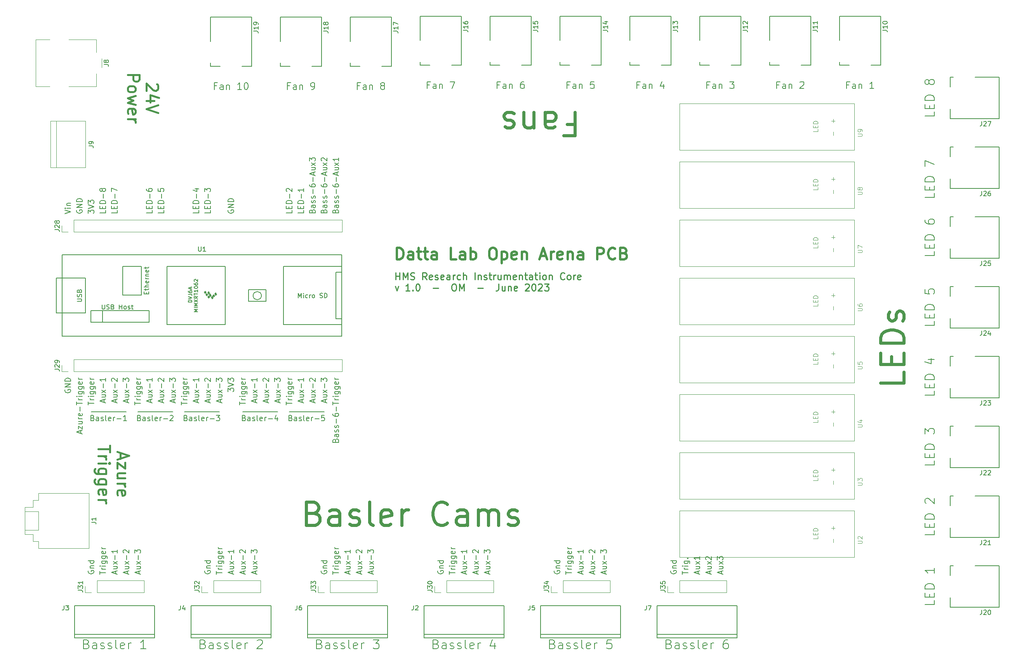
<source format=gbr>
%TF.GenerationSoftware,KiCad,Pcbnew,7.0.2-0*%
%TF.CreationDate,2023-06-26T15:28:45-04:00*%
%TF.ProjectId,6-Camera-PCB,362d4361-6d65-4726-912d-5043422e6b69,rev?*%
%TF.SameCoordinates,Original*%
%TF.FileFunction,Legend,Top*%
%TF.FilePolarity,Positive*%
%FSLAX46Y46*%
G04 Gerber Fmt 4.6, Leading zero omitted, Abs format (unit mm)*
G04 Created by KiCad (PCBNEW 7.0.2-0) date 2023-06-26 15:28:45*
%MOMM*%
%LPD*%
G01*
G04 APERTURE LIST*
%ADD10C,0.200000*%
%ADD11C,0.250000*%
%ADD12C,0.500000*%
%ADD13C,0.150000*%
%ADD14C,0.381000*%
%ADD15C,0.635000*%
%ADD16C,0.180000*%
%ADD17C,0.127000*%
%ADD18C,0.100000*%
%ADD19C,0.203200*%
%ADD20C,0.120000*%
G04 APERTURE END LIST*
D10*
X80692285Y-65125714D02*
X80635142Y-65240000D01*
X80635142Y-65240000D02*
X80635142Y-65411428D01*
X80635142Y-65411428D02*
X80692285Y-65582857D01*
X80692285Y-65582857D02*
X80806571Y-65697142D01*
X80806571Y-65697142D02*
X80920857Y-65754285D01*
X80920857Y-65754285D02*
X81149428Y-65811428D01*
X81149428Y-65811428D02*
X81320857Y-65811428D01*
X81320857Y-65811428D02*
X81549428Y-65754285D01*
X81549428Y-65754285D02*
X81663714Y-65697142D01*
X81663714Y-65697142D02*
X81778000Y-65582857D01*
X81778000Y-65582857D02*
X81835142Y-65411428D01*
X81835142Y-65411428D02*
X81835142Y-65297142D01*
X81835142Y-65297142D02*
X81778000Y-65125714D01*
X81778000Y-65125714D02*
X81720857Y-65068571D01*
X81720857Y-65068571D02*
X81320857Y-65068571D01*
X81320857Y-65068571D02*
X81320857Y-65297142D01*
X81835142Y-64554285D02*
X80635142Y-64554285D01*
X80635142Y-64554285D02*
X81835142Y-63868571D01*
X81835142Y-63868571D02*
X80635142Y-63868571D01*
X81835142Y-63297142D02*
X80635142Y-63297142D01*
X80635142Y-63297142D02*
X80635142Y-63011428D01*
X80635142Y-63011428D02*
X80692285Y-62839999D01*
X80692285Y-62839999D02*
X80806571Y-62725714D01*
X80806571Y-62725714D02*
X80920857Y-62668571D01*
X80920857Y-62668571D02*
X81149428Y-62611428D01*
X81149428Y-62611428D02*
X81320857Y-62611428D01*
X81320857Y-62611428D02*
X81549428Y-62668571D01*
X81549428Y-62668571D02*
X81663714Y-62725714D01*
X81663714Y-62725714D02*
X81778000Y-62839999D01*
X81778000Y-62839999D02*
X81835142Y-63011428D01*
X81835142Y-63011428D02*
X81835142Y-63297142D01*
X45075142Y-65925714D02*
X46275142Y-65525714D01*
X46275142Y-65525714D02*
X45075142Y-65125714D01*
X46275142Y-64725714D02*
X45475142Y-64725714D01*
X45075142Y-64725714D02*
X45132285Y-64782857D01*
X45132285Y-64782857D02*
X45189428Y-64725714D01*
X45189428Y-64725714D02*
X45132285Y-64668571D01*
X45132285Y-64668571D02*
X45075142Y-64725714D01*
X45075142Y-64725714D02*
X45189428Y-64725714D01*
X45475142Y-64154285D02*
X46275142Y-64154285D01*
X45589428Y-64154285D02*
X45532285Y-64097142D01*
X45532285Y-64097142D02*
X45475142Y-63982857D01*
X45475142Y-63982857D02*
X45475142Y-63811428D01*
X45475142Y-63811428D02*
X45532285Y-63697142D01*
X45532285Y-63697142D02*
X45646571Y-63640000D01*
X45646571Y-63640000D02*
X46275142Y-63640000D01*
X47672285Y-65125714D02*
X47615142Y-65240000D01*
X47615142Y-65240000D02*
X47615142Y-65411428D01*
X47615142Y-65411428D02*
X47672285Y-65582857D01*
X47672285Y-65582857D02*
X47786571Y-65697142D01*
X47786571Y-65697142D02*
X47900857Y-65754285D01*
X47900857Y-65754285D02*
X48129428Y-65811428D01*
X48129428Y-65811428D02*
X48300857Y-65811428D01*
X48300857Y-65811428D02*
X48529428Y-65754285D01*
X48529428Y-65754285D02*
X48643714Y-65697142D01*
X48643714Y-65697142D02*
X48758000Y-65582857D01*
X48758000Y-65582857D02*
X48815142Y-65411428D01*
X48815142Y-65411428D02*
X48815142Y-65297142D01*
X48815142Y-65297142D02*
X48758000Y-65125714D01*
X48758000Y-65125714D02*
X48700857Y-65068571D01*
X48700857Y-65068571D02*
X48300857Y-65068571D01*
X48300857Y-65068571D02*
X48300857Y-65297142D01*
X48815142Y-64554285D02*
X47615142Y-64554285D01*
X47615142Y-64554285D02*
X48815142Y-63868571D01*
X48815142Y-63868571D02*
X47615142Y-63868571D01*
X48815142Y-63297142D02*
X47615142Y-63297142D01*
X47615142Y-63297142D02*
X47615142Y-63011428D01*
X47615142Y-63011428D02*
X47672285Y-62839999D01*
X47672285Y-62839999D02*
X47786571Y-62725714D01*
X47786571Y-62725714D02*
X47900857Y-62668571D01*
X47900857Y-62668571D02*
X48129428Y-62611428D01*
X48129428Y-62611428D02*
X48300857Y-62611428D01*
X48300857Y-62611428D02*
X48529428Y-62668571D01*
X48529428Y-62668571D02*
X48643714Y-62725714D01*
X48643714Y-62725714D02*
X48758000Y-62839999D01*
X48758000Y-62839999D02*
X48815142Y-63011428D01*
X48815142Y-63011428D02*
X48815142Y-63297142D01*
X50155142Y-65868571D02*
X50155142Y-65125714D01*
X50155142Y-65125714D02*
X50612285Y-65525714D01*
X50612285Y-65525714D02*
X50612285Y-65354285D01*
X50612285Y-65354285D02*
X50669428Y-65240000D01*
X50669428Y-65240000D02*
X50726571Y-65182857D01*
X50726571Y-65182857D02*
X50840857Y-65125714D01*
X50840857Y-65125714D02*
X51126571Y-65125714D01*
X51126571Y-65125714D02*
X51240857Y-65182857D01*
X51240857Y-65182857D02*
X51298000Y-65240000D01*
X51298000Y-65240000D02*
X51355142Y-65354285D01*
X51355142Y-65354285D02*
X51355142Y-65697142D01*
X51355142Y-65697142D02*
X51298000Y-65811428D01*
X51298000Y-65811428D02*
X51240857Y-65868571D01*
X50155142Y-64782857D02*
X51355142Y-64382857D01*
X51355142Y-64382857D02*
X50155142Y-63982857D01*
X50155142Y-63697143D02*
X50155142Y-62954286D01*
X50155142Y-62954286D02*
X50612285Y-63354286D01*
X50612285Y-63354286D02*
X50612285Y-63182857D01*
X50612285Y-63182857D02*
X50669428Y-63068572D01*
X50669428Y-63068572D02*
X50726571Y-63011429D01*
X50726571Y-63011429D02*
X50840857Y-62954286D01*
X50840857Y-62954286D02*
X51126571Y-62954286D01*
X51126571Y-62954286D02*
X51240857Y-63011429D01*
X51240857Y-63011429D02*
X51298000Y-63068572D01*
X51298000Y-63068572D02*
X51355142Y-63182857D01*
X51355142Y-63182857D02*
X51355142Y-63525714D01*
X51355142Y-63525714D02*
X51298000Y-63640000D01*
X51298000Y-63640000D02*
X51240857Y-63697143D01*
X80635142Y-104742856D02*
X80635142Y-103999999D01*
X80635142Y-103999999D02*
X81092285Y-104399999D01*
X81092285Y-104399999D02*
X81092285Y-104228570D01*
X81092285Y-104228570D02*
X81149428Y-104114285D01*
X81149428Y-104114285D02*
X81206571Y-104057142D01*
X81206571Y-104057142D02*
X81320857Y-103999999D01*
X81320857Y-103999999D02*
X81606571Y-103999999D01*
X81606571Y-103999999D02*
X81720857Y-104057142D01*
X81720857Y-104057142D02*
X81778000Y-104114285D01*
X81778000Y-104114285D02*
X81835142Y-104228570D01*
X81835142Y-104228570D02*
X81835142Y-104571427D01*
X81835142Y-104571427D02*
X81778000Y-104685713D01*
X81778000Y-104685713D02*
X81720857Y-104742856D01*
X80635142Y-103657142D02*
X81835142Y-103257142D01*
X81835142Y-103257142D02*
X80635142Y-102857142D01*
X80635142Y-102571428D02*
X80635142Y-101828571D01*
X80635142Y-101828571D02*
X81092285Y-102228571D01*
X81092285Y-102228571D02*
X81092285Y-102057142D01*
X81092285Y-102057142D02*
X81149428Y-101942857D01*
X81149428Y-101942857D02*
X81206571Y-101885714D01*
X81206571Y-101885714D02*
X81320857Y-101828571D01*
X81320857Y-101828571D02*
X81606571Y-101828571D01*
X81606571Y-101828571D02*
X81720857Y-101885714D01*
X81720857Y-101885714D02*
X81778000Y-101942857D01*
X81778000Y-101942857D02*
X81835142Y-102057142D01*
X81835142Y-102057142D02*
X81835142Y-102399999D01*
X81835142Y-102399999D02*
X81778000Y-102514285D01*
X81778000Y-102514285D02*
X81720857Y-102571428D01*
X45132285Y-104342857D02*
X45075142Y-104457143D01*
X45075142Y-104457143D02*
X45075142Y-104628571D01*
X45075142Y-104628571D02*
X45132285Y-104800000D01*
X45132285Y-104800000D02*
X45246571Y-104914285D01*
X45246571Y-104914285D02*
X45360857Y-104971428D01*
X45360857Y-104971428D02*
X45589428Y-105028571D01*
X45589428Y-105028571D02*
X45760857Y-105028571D01*
X45760857Y-105028571D02*
X45989428Y-104971428D01*
X45989428Y-104971428D02*
X46103714Y-104914285D01*
X46103714Y-104914285D02*
X46218000Y-104800000D01*
X46218000Y-104800000D02*
X46275142Y-104628571D01*
X46275142Y-104628571D02*
X46275142Y-104514285D01*
X46275142Y-104514285D02*
X46218000Y-104342857D01*
X46218000Y-104342857D02*
X46160857Y-104285714D01*
X46160857Y-104285714D02*
X45760857Y-104285714D01*
X45760857Y-104285714D02*
X45760857Y-104514285D01*
X46275142Y-103771428D02*
X45075142Y-103771428D01*
X45075142Y-103771428D02*
X46275142Y-103085714D01*
X46275142Y-103085714D02*
X45075142Y-103085714D01*
X46275142Y-102514285D02*
X45075142Y-102514285D01*
X45075142Y-102514285D02*
X45075142Y-102228571D01*
X45075142Y-102228571D02*
X45132285Y-102057142D01*
X45132285Y-102057142D02*
X45246571Y-101942857D01*
X45246571Y-101942857D02*
X45360857Y-101885714D01*
X45360857Y-101885714D02*
X45589428Y-101828571D01*
X45589428Y-101828571D02*
X45760857Y-101828571D01*
X45760857Y-101828571D02*
X45989428Y-101885714D01*
X45989428Y-101885714D02*
X46103714Y-101942857D01*
X46103714Y-101942857D02*
X46218000Y-102057142D01*
X46218000Y-102057142D02*
X46275142Y-102228571D01*
X46275142Y-102228571D02*
X46275142Y-102514285D01*
D11*
X117197142Y-80311428D02*
X117197142Y-78811428D01*
X117197142Y-79525714D02*
X118054285Y-79525714D01*
X118054285Y-80311428D02*
X118054285Y-78811428D01*
X118768571Y-80311428D02*
X118768571Y-78811428D01*
X118768571Y-78811428D02*
X119268571Y-79882857D01*
X119268571Y-79882857D02*
X119768571Y-78811428D01*
X119768571Y-78811428D02*
X119768571Y-80311428D01*
X120411429Y-80240000D02*
X120625715Y-80311428D01*
X120625715Y-80311428D02*
X120982857Y-80311428D01*
X120982857Y-80311428D02*
X121125715Y-80240000D01*
X121125715Y-80240000D02*
X121197143Y-80168571D01*
X121197143Y-80168571D02*
X121268572Y-80025714D01*
X121268572Y-80025714D02*
X121268572Y-79882857D01*
X121268572Y-79882857D02*
X121197143Y-79740000D01*
X121197143Y-79740000D02*
X121125715Y-79668571D01*
X121125715Y-79668571D02*
X120982857Y-79597142D01*
X120982857Y-79597142D02*
X120697143Y-79525714D01*
X120697143Y-79525714D02*
X120554286Y-79454285D01*
X120554286Y-79454285D02*
X120482857Y-79382857D01*
X120482857Y-79382857D02*
X120411429Y-79240000D01*
X120411429Y-79240000D02*
X120411429Y-79097142D01*
X120411429Y-79097142D02*
X120482857Y-78954285D01*
X120482857Y-78954285D02*
X120554286Y-78882857D01*
X120554286Y-78882857D02*
X120697143Y-78811428D01*
X120697143Y-78811428D02*
X121054286Y-78811428D01*
X121054286Y-78811428D02*
X121268572Y-78882857D01*
X123911428Y-80311428D02*
X123411428Y-79597142D01*
X123054285Y-80311428D02*
X123054285Y-78811428D01*
X123054285Y-78811428D02*
X123625714Y-78811428D01*
X123625714Y-78811428D02*
X123768571Y-78882857D01*
X123768571Y-78882857D02*
X123840000Y-78954285D01*
X123840000Y-78954285D02*
X123911428Y-79097142D01*
X123911428Y-79097142D02*
X123911428Y-79311428D01*
X123911428Y-79311428D02*
X123840000Y-79454285D01*
X123840000Y-79454285D02*
X123768571Y-79525714D01*
X123768571Y-79525714D02*
X123625714Y-79597142D01*
X123625714Y-79597142D02*
X123054285Y-79597142D01*
X125125714Y-80240000D02*
X124982857Y-80311428D01*
X124982857Y-80311428D02*
X124697143Y-80311428D01*
X124697143Y-80311428D02*
X124554285Y-80240000D01*
X124554285Y-80240000D02*
X124482857Y-80097142D01*
X124482857Y-80097142D02*
X124482857Y-79525714D01*
X124482857Y-79525714D02*
X124554285Y-79382857D01*
X124554285Y-79382857D02*
X124697143Y-79311428D01*
X124697143Y-79311428D02*
X124982857Y-79311428D01*
X124982857Y-79311428D02*
X125125714Y-79382857D01*
X125125714Y-79382857D02*
X125197143Y-79525714D01*
X125197143Y-79525714D02*
X125197143Y-79668571D01*
X125197143Y-79668571D02*
X124482857Y-79811428D01*
X125768571Y-80240000D02*
X125911428Y-80311428D01*
X125911428Y-80311428D02*
X126197142Y-80311428D01*
X126197142Y-80311428D02*
X126339999Y-80240000D01*
X126339999Y-80240000D02*
X126411428Y-80097142D01*
X126411428Y-80097142D02*
X126411428Y-80025714D01*
X126411428Y-80025714D02*
X126339999Y-79882857D01*
X126339999Y-79882857D02*
X126197142Y-79811428D01*
X126197142Y-79811428D02*
X125982857Y-79811428D01*
X125982857Y-79811428D02*
X125839999Y-79740000D01*
X125839999Y-79740000D02*
X125768571Y-79597142D01*
X125768571Y-79597142D02*
X125768571Y-79525714D01*
X125768571Y-79525714D02*
X125839999Y-79382857D01*
X125839999Y-79382857D02*
X125982857Y-79311428D01*
X125982857Y-79311428D02*
X126197142Y-79311428D01*
X126197142Y-79311428D02*
X126339999Y-79382857D01*
X127625714Y-80240000D02*
X127482857Y-80311428D01*
X127482857Y-80311428D02*
X127197143Y-80311428D01*
X127197143Y-80311428D02*
X127054285Y-80240000D01*
X127054285Y-80240000D02*
X126982857Y-80097142D01*
X126982857Y-80097142D02*
X126982857Y-79525714D01*
X126982857Y-79525714D02*
X127054285Y-79382857D01*
X127054285Y-79382857D02*
X127197143Y-79311428D01*
X127197143Y-79311428D02*
X127482857Y-79311428D01*
X127482857Y-79311428D02*
X127625714Y-79382857D01*
X127625714Y-79382857D02*
X127697143Y-79525714D01*
X127697143Y-79525714D02*
X127697143Y-79668571D01*
X127697143Y-79668571D02*
X126982857Y-79811428D01*
X128982857Y-80311428D02*
X128982857Y-79525714D01*
X128982857Y-79525714D02*
X128911428Y-79382857D01*
X128911428Y-79382857D02*
X128768571Y-79311428D01*
X128768571Y-79311428D02*
X128482857Y-79311428D01*
X128482857Y-79311428D02*
X128339999Y-79382857D01*
X128982857Y-80240000D02*
X128839999Y-80311428D01*
X128839999Y-80311428D02*
X128482857Y-80311428D01*
X128482857Y-80311428D02*
X128339999Y-80240000D01*
X128339999Y-80240000D02*
X128268571Y-80097142D01*
X128268571Y-80097142D02*
X128268571Y-79954285D01*
X128268571Y-79954285D02*
X128339999Y-79811428D01*
X128339999Y-79811428D02*
X128482857Y-79740000D01*
X128482857Y-79740000D02*
X128839999Y-79740000D01*
X128839999Y-79740000D02*
X128982857Y-79668571D01*
X129697142Y-80311428D02*
X129697142Y-79311428D01*
X129697142Y-79597142D02*
X129768571Y-79454285D01*
X129768571Y-79454285D02*
X129840000Y-79382857D01*
X129840000Y-79382857D02*
X129982857Y-79311428D01*
X129982857Y-79311428D02*
X130125714Y-79311428D01*
X131268571Y-80240000D02*
X131125713Y-80311428D01*
X131125713Y-80311428D02*
X130839999Y-80311428D01*
X130839999Y-80311428D02*
X130697142Y-80240000D01*
X130697142Y-80240000D02*
X130625713Y-80168571D01*
X130625713Y-80168571D02*
X130554285Y-80025714D01*
X130554285Y-80025714D02*
X130554285Y-79597142D01*
X130554285Y-79597142D02*
X130625713Y-79454285D01*
X130625713Y-79454285D02*
X130697142Y-79382857D01*
X130697142Y-79382857D02*
X130839999Y-79311428D01*
X130839999Y-79311428D02*
X131125713Y-79311428D01*
X131125713Y-79311428D02*
X131268571Y-79382857D01*
X131911427Y-80311428D02*
X131911427Y-78811428D01*
X132554285Y-80311428D02*
X132554285Y-79525714D01*
X132554285Y-79525714D02*
X132482856Y-79382857D01*
X132482856Y-79382857D02*
X132339999Y-79311428D01*
X132339999Y-79311428D02*
X132125713Y-79311428D01*
X132125713Y-79311428D02*
X131982856Y-79382857D01*
X131982856Y-79382857D02*
X131911427Y-79454285D01*
X134411427Y-80311428D02*
X134411427Y-78811428D01*
X135125713Y-79311428D02*
X135125713Y-80311428D01*
X135125713Y-79454285D02*
X135197142Y-79382857D01*
X135197142Y-79382857D02*
X135339999Y-79311428D01*
X135339999Y-79311428D02*
X135554285Y-79311428D01*
X135554285Y-79311428D02*
X135697142Y-79382857D01*
X135697142Y-79382857D02*
X135768571Y-79525714D01*
X135768571Y-79525714D02*
X135768571Y-80311428D01*
X136411428Y-80240000D02*
X136554285Y-80311428D01*
X136554285Y-80311428D02*
X136839999Y-80311428D01*
X136839999Y-80311428D02*
X136982856Y-80240000D01*
X136982856Y-80240000D02*
X137054285Y-80097142D01*
X137054285Y-80097142D02*
X137054285Y-80025714D01*
X137054285Y-80025714D02*
X136982856Y-79882857D01*
X136982856Y-79882857D02*
X136839999Y-79811428D01*
X136839999Y-79811428D02*
X136625714Y-79811428D01*
X136625714Y-79811428D02*
X136482856Y-79740000D01*
X136482856Y-79740000D02*
X136411428Y-79597142D01*
X136411428Y-79597142D02*
X136411428Y-79525714D01*
X136411428Y-79525714D02*
X136482856Y-79382857D01*
X136482856Y-79382857D02*
X136625714Y-79311428D01*
X136625714Y-79311428D02*
X136839999Y-79311428D01*
X136839999Y-79311428D02*
X136982856Y-79382857D01*
X137482857Y-79311428D02*
X138054285Y-79311428D01*
X137697142Y-78811428D02*
X137697142Y-80097142D01*
X137697142Y-80097142D02*
X137768571Y-80240000D01*
X137768571Y-80240000D02*
X137911428Y-80311428D01*
X137911428Y-80311428D02*
X138054285Y-80311428D01*
X138554285Y-80311428D02*
X138554285Y-79311428D01*
X138554285Y-79597142D02*
X138625714Y-79454285D01*
X138625714Y-79454285D02*
X138697143Y-79382857D01*
X138697143Y-79382857D02*
X138840000Y-79311428D01*
X138840000Y-79311428D02*
X138982857Y-79311428D01*
X140125714Y-79311428D02*
X140125714Y-80311428D01*
X139482856Y-79311428D02*
X139482856Y-80097142D01*
X139482856Y-80097142D02*
X139554285Y-80240000D01*
X139554285Y-80240000D02*
X139697142Y-80311428D01*
X139697142Y-80311428D02*
X139911428Y-80311428D01*
X139911428Y-80311428D02*
X140054285Y-80240000D01*
X140054285Y-80240000D02*
X140125714Y-80168571D01*
X140839999Y-80311428D02*
X140839999Y-79311428D01*
X140839999Y-79454285D02*
X140911428Y-79382857D01*
X140911428Y-79382857D02*
X141054285Y-79311428D01*
X141054285Y-79311428D02*
X141268571Y-79311428D01*
X141268571Y-79311428D02*
X141411428Y-79382857D01*
X141411428Y-79382857D02*
X141482857Y-79525714D01*
X141482857Y-79525714D02*
X141482857Y-80311428D01*
X141482857Y-79525714D02*
X141554285Y-79382857D01*
X141554285Y-79382857D02*
X141697142Y-79311428D01*
X141697142Y-79311428D02*
X141911428Y-79311428D01*
X141911428Y-79311428D02*
X142054285Y-79382857D01*
X142054285Y-79382857D02*
X142125714Y-79525714D01*
X142125714Y-79525714D02*
X142125714Y-80311428D01*
X143411428Y-80240000D02*
X143268571Y-80311428D01*
X143268571Y-80311428D02*
X142982857Y-80311428D01*
X142982857Y-80311428D02*
X142839999Y-80240000D01*
X142839999Y-80240000D02*
X142768571Y-80097142D01*
X142768571Y-80097142D02*
X142768571Y-79525714D01*
X142768571Y-79525714D02*
X142839999Y-79382857D01*
X142839999Y-79382857D02*
X142982857Y-79311428D01*
X142982857Y-79311428D02*
X143268571Y-79311428D01*
X143268571Y-79311428D02*
X143411428Y-79382857D01*
X143411428Y-79382857D02*
X143482857Y-79525714D01*
X143482857Y-79525714D02*
X143482857Y-79668571D01*
X143482857Y-79668571D02*
X142768571Y-79811428D01*
X144125713Y-79311428D02*
X144125713Y-80311428D01*
X144125713Y-79454285D02*
X144197142Y-79382857D01*
X144197142Y-79382857D02*
X144339999Y-79311428D01*
X144339999Y-79311428D02*
X144554285Y-79311428D01*
X144554285Y-79311428D02*
X144697142Y-79382857D01*
X144697142Y-79382857D02*
X144768571Y-79525714D01*
X144768571Y-79525714D02*
X144768571Y-80311428D01*
X145268571Y-79311428D02*
X145839999Y-79311428D01*
X145482856Y-78811428D02*
X145482856Y-80097142D01*
X145482856Y-80097142D02*
X145554285Y-80240000D01*
X145554285Y-80240000D02*
X145697142Y-80311428D01*
X145697142Y-80311428D02*
X145839999Y-80311428D01*
X146982857Y-80311428D02*
X146982857Y-79525714D01*
X146982857Y-79525714D02*
X146911428Y-79382857D01*
X146911428Y-79382857D02*
X146768571Y-79311428D01*
X146768571Y-79311428D02*
X146482857Y-79311428D01*
X146482857Y-79311428D02*
X146339999Y-79382857D01*
X146982857Y-80240000D02*
X146839999Y-80311428D01*
X146839999Y-80311428D02*
X146482857Y-80311428D01*
X146482857Y-80311428D02*
X146339999Y-80240000D01*
X146339999Y-80240000D02*
X146268571Y-80097142D01*
X146268571Y-80097142D02*
X146268571Y-79954285D01*
X146268571Y-79954285D02*
X146339999Y-79811428D01*
X146339999Y-79811428D02*
X146482857Y-79740000D01*
X146482857Y-79740000D02*
X146839999Y-79740000D01*
X146839999Y-79740000D02*
X146982857Y-79668571D01*
X147482857Y-79311428D02*
X148054285Y-79311428D01*
X147697142Y-78811428D02*
X147697142Y-80097142D01*
X147697142Y-80097142D02*
X147768571Y-80240000D01*
X147768571Y-80240000D02*
X147911428Y-80311428D01*
X147911428Y-80311428D02*
X148054285Y-80311428D01*
X148554285Y-80311428D02*
X148554285Y-79311428D01*
X148554285Y-78811428D02*
X148482857Y-78882857D01*
X148482857Y-78882857D02*
X148554285Y-78954285D01*
X148554285Y-78954285D02*
X148625714Y-78882857D01*
X148625714Y-78882857D02*
X148554285Y-78811428D01*
X148554285Y-78811428D02*
X148554285Y-78954285D01*
X149482857Y-80311428D02*
X149340000Y-80240000D01*
X149340000Y-80240000D02*
X149268571Y-80168571D01*
X149268571Y-80168571D02*
X149197143Y-80025714D01*
X149197143Y-80025714D02*
X149197143Y-79597142D01*
X149197143Y-79597142D02*
X149268571Y-79454285D01*
X149268571Y-79454285D02*
X149340000Y-79382857D01*
X149340000Y-79382857D02*
X149482857Y-79311428D01*
X149482857Y-79311428D02*
X149697143Y-79311428D01*
X149697143Y-79311428D02*
X149840000Y-79382857D01*
X149840000Y-79382857D02*
X149911429Y-79454285D01*
X149911429Y-79454285D02*
X149982857Y-79597142D01*
X149982857Y-79597142D02*
X149982857Y-80025714D01*
X149982857Y-80025714D02*
X149911429Y-80168571D01*
X149911429Y-80168571D02*
X149840000Y-80240000D01*
X149840000Y-80240000D02*
X149697143Y-80311428D01*
X149697143Y-80311428D02*
X149482857Y-80311428D01*
X150625714Y-79311428D02*
X150625714Y-80311428D01*
X150625714Y-79454285D02*
X150697143Y-79382857D01*
X150697143Y-79382857D02*
X150840000Y-79311428D01*
X150840000Y-79311428D02*
X151054286Y-79311428D01*
X151054286Y-79311428D02*
X151197143Y-79382857D01*
X151197143Y-79382857D02*
X151268572Y-79525714D01*
X151268572Y-79525714D02*
X151268572Y-80311428D01*
X153982857Y-80168571D02*
X153911429Y-80240000D01*
X153911429Y-80240000D02*
X153697143Y-80311428D01*
X153697143Y-80311428D02*
X153554286Y-80311428D01*
X153554286Y-80311428D02*
X153340000Y-80240000D01*
X153340000Y-80240000D02*
X153197143Y-80097142D01*
X153197143Y-80097142D02*
X153125714Y-79954285D01*
X153125714Y-79954285D02*
X153054286Y-79668571D01*
X153054286Y-79668571D02*
X153054286Y-79454285D01*
X153054286Y-79454285D02*
X153125714Y-79168571D01*
X153125714Y-79168571D02*
X153197143Y-79025714D01*
X153197143Y-79025714D02*
X153340000Y-78882857D01*
X153340000Y-78882857D02*
X153554286Y-78811428D01*
X153554286Y-78811428D02*
X153697143Y-78811428D01*
X153697143Y-78811428D02*
X153911429Y-78882857D01*
X153911429Y-78882857D02*
X153982857Y-78954285D01*
X154840000Y-80311428D02*
X154697143Y-80240000D01*
X154697143Y-80240000D02*
X154625714Y-80168571D01*
X154625714Y-80168571D02*
X154554286Y-80025714D01*
X154554286Y-80025714D02*
X154554286Y-79597142D01*
X154554286Y-79597142D02*
X154625714Y-79454285D01*
X154625714Y-79454285D02*
X154697143Y-79382857D01*
X154697143Y-79382857D02*
X154840000Y-79311428D01*
X154840000Y-79311428D02*
X155054286Y-79311428D01*
X155054286Y-79311428D02*
X155197143Y-79382857D01*
X155197143Y-79382857D02*
X155268572Y-79454285D01*
X155268572Y-79454285D02*
X155340000Y-79597142D01*
X155340000Y-79597142D02*
X155340000Y-80025714D01*
X155340000Y-80025714D02*
X155268572Y-80168571D01*
X155268572Y-80168571D02*
X155197143Y-80240000D01*
X155197143Y-80240000D02*
X155054286Y-80311428D01*
X155054286Y-80311428D02*
X154840000Y-80311428D01*
X155982857Y-80311428D02*
X155982857Y-79311428D01*
X155982857Y-79597142D02*
X156054286Y-79454285D01*
X156054286Y-79454285D02*
X156125715Y-79382857D01*
X156125715Y-79382857D02*
X156268572Y-79311428D01*
X156268572Y-79311428D02*
X156411429Y-79311428D01*
X157482857Y-80240000D02*
X157340000Y-80311428D01*
X157340000Y-80311428D02*
X157054286Y-80311428D01*
X157054286Y-80311428D02*
X156911428Y-80240000D01*
X156911428Y-80240000D02*
X156840000Y-80097142D01*
X156840000Y-80097142D02*
X156840000Y-79525714D01*
X156840000Y-79525714D02*
X156911428Y-79382857D01*
X156911428Y-79382857D02*
X157054286Y-79311428D01*
X157054286Y-79311428D02*
X157340000Y-79311428D01*
X157340000Y-79311428D02*
X157482857Y-79382857D01*
X157482857Y-79382857D02*
X157554286Y-79525714D01*
X157554286Y-79525714D02*
X157554286Y-79668571D01*
X157554286Y-79668571D02*
X156840000Y-79811428D01*
X117054285Y-81741428D02*
X117411428Y-82741428D01*
X117411428Y-82741428D02*
X117768571Y-81741428D01*
X120268571Y-82741428D02*
X119411428Y-82741428D01*
X119839999Y-82741428D02*
X119839999Y-81241428D01*
X119839999Y-81241428D02*
X119697142Y-81455714D01*
X119697142Y-81455714D02*
X119554285Y-81598571D01*
X119554285Y-81598571D02*
X119411428Y-81670000D01*
X120911427Y-82598571D02*
X120982856Y-82670000D01*
X120982856Y-82670000D02*
X120911427Y-82741428D01*
X120911427Y-82741428D02*
X120839999Y-82670000D01*
X120839999Y-82670000D02*
X120911427Y-82598571D01*
X120911427Y-82598571D02*
X120911427Y-82741428D01*
X121911428Y-81241428D02*
X122054285Y-81241428D01*
X122054285Y-81241428D02*
X122197142Y-81312857D01*
X122197142Y-81312857D02*
X122268571Y-81384285D01*
X122268571Y-81384285D02*
X122339999Y-81527142D01*
X122339999Y-81527142D02*
X122411428Y-81812857D01*
X122411428Y-81812857D02*
X122411428Y-82170000D01*
X122411428Y-82170000D02*
X122339999Y-82455714D01*
X122339999Y-82455714D02*
X122268571Y-82598571D01*
X122268571Y-82598571D02*
X122197142Y-82670000D01*
X122197142Y-82670000D02*
X122054285Y-82741428D01*
X122054285Y-82741428D02*
X121911428Y-82741428D01*
X121911428Y-82741428D02*
X121768571Y-82670000D01*
X121768571Y-82670000D02*
X121697142Y-82598571D01*
X121697142Y-82598571D02*
X121625713Y-82455714D01*
X121625713Y-82455714D02*
X121554285Y-82170000D01*
X121554285Y-82170000D02*
X121554285Y-81812857D01*
X121554285Y-81812857D02*
X121625713Y-81527142D01*
X121625713Y-81527142D02*
X121697142Y-81384285D01*
X121697142Y-81384285D02*
X121768571Y-81312857D01*
X121768571Y-81312857D02*
X121911428Y-81241428D01*
X125339998Y-82170000D02*
X126482856Y-82170000D01*
X129768570Y-81241428D02*
X130054284Y-81241428D01*
X130054284Y-81241428D02*
X130197141Y-81312857D01*
X130197141Y-81312857D02*
X130339998Y-81455714D01*
X130339998Y-81455714D02*
X130411427Y-81741428D01*
X130411427Y-81741428D02*
X130411427Y-82241428D01*
X130411427Y-82241428D02*
X130339998Y-82527142D01*
X130339998Y-82527142D02*
X130197141Y-82670000D01*
X130197141Y-82670000D02*
X130054284Y-82741428D01*
X130054284Y-82741428D02*
X129768570Y-82741428D01*
X129768570Y-82741428D02*
X129625713Y-82670000D01*
X129625713Y-82670000D02*
X129482855Y-82527142D01*
X129482855Y-82527142D02*
X129411427Y-82241428D01*
X129411427Y-82241428D02*
X129411427Y-81741428D01*
X129411427Y-81741428D02*
X129482855Y-81455714D01*
X129482855Y-81455714D02*
X129625713Y-81312857D01*
X129625713Y-81312857D02*
X129768570Y-81241428D01*
X131054284Y-82741428D02*
X131054284Y-81241428D01*
X131054284Y-81241428D02*
X131554284Y-82312857D01*
X131554284Y-82312857D02*
X132054284Y-81241428D01*
X132054284Y-81241428D02*
X132054284Y-82741428D01*
X135054284Y-82170000D02*
X136197142Y-82170000D01*
X139625713Y-81241428D02*
X139625713Y-82312857D01*
X139625713Y-82312857D02*
X139554284Y-82527142D01*
X139554284Y-82527142D02*
X139411427Y-82670000D01*
X139411427Y-82670000D02*
X139197141Y-82741428D01*
X139197141Y-82741428D02*
X139054284Y-82741428D01*
X140982856Y-81741428D02*
X140982856Y-82741428D01*
X140339998Y-81741428D02*
X140339998Y-82527142D01*
X140339998Y-82527142D02*
X140411427Y-82670000D01*
X140411427Y-82670000D02*
X140554284Y-82741428D01*
X140554284Y-82741428D02*
X140768570Y-82741428D01*
X140768570Y-82741428D02*
X140911427Y-82670000D01*
X140911427Y-82670000D02*
X140982856Y-82598571D01*
X141697141Y-81741428D02*
X141697141Y-82741428D01*
X141697141Y-81884285D02*
X141768570Y-81812857D01*
X141768570Y-81812857D02*
X141911427Y-81741428D01*
X141911427Y-81741428D02*
X142125713Y-81741428D01*
X142125713Y-81741428D02*
X142268570Y-81812857D01*
X142268570Y-81812857D02*
X142339999Y-81955714D01*
X142339999Y-81955714D02*
X142339999Y-82741428D01*
X143625713Y-82670000D02*
X143482856Y-82741428D01*
X143482856Y-82741428D02*
X143197142Y-82741428D01*
X143197142Y-82741428D02*
X143054284Y-82670000D01*
X143054284Y-82670000D02*
X142982856Y-82527142D01*
X142982856Y-82527142D02*
X142982856Y-81955714D01*
X142982856Y-81955714D02*
X143054284Y-81812857D01*
X143054284Y-81812857D02*
X143197142Y-81741428D01*
X143197142Y-81741428D02*
X143482856Y-81741428D01*
X143482856Y-81741428D02*
X143625713Y-81812857D01*
X143625713Y-81812857D02*
X143697142Y-81955714D01*
X143697142Y-81955714D02*
X143697142Y-82098571D01*
X143697142Y-82098571D02*
X142982856Y-82241428D01*
X145411427Y-81384285D02*
X145482855Y-81312857D01*
X145482855Y-81312857D02*
X145625713Y-81241428D01*
X145625713Y-81241428D02*
X145982855Y-81241428D01*
X145982855Y-81241428D02*
X146125713Y-81312857D01*
X146125713Y-81312857D02*
X146197141Y-81384285D01*
X146197141Y-81384285D02*
X146268570Y-81527142D01*
X146268570Y-81527142D02*
X146268570Y-81670000D01*
X146268570Y-81670000D02*
X146197141Y-81884285D01*
X146197141Y-81884285D02*
X145339998Y-82741428D01*
X145339998Y-82741428D02*
X146268570Y-82741428D01*
X147197141Y-81241428D02*
X147339998Y-81241428D01*
X147339998Y-81241428D02*
X147482855Y-81312857D01*
X147482855Y-81312857D02*
X147554284Y-81384285D01*
X147554284Y-81384285D02*
X147625712Y-81527142D01*
X147625712Y-81527142D02*
X147697141Y-81812857D01*
X147697141Y-81812857D02*
X147697141Y-82170000D01*
X147697141Y-82170000D02*
X147625712Y-82455714D01*
X147625712Y-82455714D02*
X147554284Y-82598571D01*
X147554284Y-82598571D02*
X147482855Y-82670000D01*
X147482855Y-82670000D02*
X147339998Y-82741428D01*
X147339998Y-82741428D02*
X147197141Y-82741428D01*
X147197141Y-82741428D02*
X147054284Y-82670000D01*
X147054284Y-82670000D02*
X146982855Y-82598571D01*
X146982855Y-82598571D02*
X146911426Y-82455714D01*
X146911426Y-82455714D02*
X146839998Y-82170000D01*
X146839998Y-82170000D02*
X146839998Y-81812857D01*
X146839998Y-81812857D02*
X146911426Y-81527142D01*
X146911426Y-81527142D02*
X146982855Y-81384285D01*
X146982855Y-81384285D02*
X147054284Y-81312857D01*
X147054284Y-81312857D02*
X147197141Y-81241428D01*
X148268569Y-81384285D02*
X148339997Y-81312857D01*
X148339997Y-81312857D02*
X148482855Y-81241428D01*
X148482855Y-81241428D02*
X148839997Y-81241428D01*
X148839997Y-81241428D02*
X148982855Y-81312857D01*
X148982855Y-81312857D02*
X149054283Y-81384285D01*
X149054283Y-81384285D02*
X149125712Y-81527142D01*
X149125712Y-81527142D02*
X149125712Y-81670000D01*
X149125712Y-81670000D02*
X149054283Y-81884285D01*
X149054283Y-81884285D02*
X148197140Y-82741428D01*
X148197140Y-82741428D02*
X149125712Y-82741428D01*
X149625711Y-81241428D02*
X150554283Y-81241428D01*
X150554283Y-81241428D02*
X150054283Y-81812857D01*
X150054283Y-81812857D02*
X150268568Y-81812857D01*
X150268568Y-81812857D02*
X150411426Y-81884285D01*
X150411426Y-81884285D02*
X150482854Y-81955714D01*
X150482854Y-81955714D02*
X150554283Y-82098571D01*
X150554283Y-82098571D02*
X150554283Y-82455714D01*
X150554283Y-82455714D02*
X150482854Y-82598571D01*
X150482854Y-82598571D02*
X150411426Y-82670000D01*
X150411426Y-82670000D02*
X150268568Y-82741428D01*
X150268568Y-82741428D02*
X149839997Y-82741428D01*
X149839997Y-82741428D02*
X149697140Y-82670000D01*
X149697140Y-82670000D02*
X149625711Y-82598571D01*
D12*
X117435238Y-75894047D02*
X117435238Y-73394047D01*
X117435238Y-73394047D02*
X118030476Y-73394047D01*
X118030476Y-73394047D02*
X118387619Y-73513095D01*
X118387619Y-73513095D02*
X118625714Y-73751190D01*
X118625714Y-73751190D02*
X118744761Y-73989285D01*
X118744761Y-73989285D02*
X118863809Y-74465476D01*
X118863809Y-74465476D02*
X118863809Y-74822619D01*
X118863809Y-74822619D02*
X118744761Y-75298809D01*
X118744761Y-75298809D02*
X118625714Y-75536904D01*
X118625714Y-75536904D02*
X118387619Y-75775000D01*
X118387619Y-75775000D02*
X118030476Y-75894047D01*
X118030476Y-75894047D02*
X117435238Y-75894047D01*
X121006666Y-75894047D02*
X121006666Y-74584523D01*
X121006666Y-74584523D02*
X120887619Y-74346428D01*
X120887619Y-74346428D02*
X120649523Y-74227380D01*
X120649523Y-74227380D02*
X120173333Y-74227380D01*
X120173333Y-74227380D02*
X119935238Y-74346428D01*
X121006666Y-75775000D02*
X120768571Y-75894047D01*
X120768571Y-75894047D02*
X120173333Y-75894047D01*
X120173333Y-75894047D02*
X119935238Y-75775000D01*
X119935238Y-75775000D02*
X119816190Y-75536904D01*
X119816190Y-75536904D02*
X119816190Y-75298809D01*
X119816190Y-75298809D02*
X119935238Y-75060714D01*
X119935238Y-75060714D02*
X120173333Y-74941666D01*
X120173333Y-74941666D02*
X120768571Y-74941666D01*
X120768571Y-74941666D02*
X121006666Y-74822619D01*
X121840000Y-74227380D02*
X122792381Y-74227380D01*
X122197143Y-73394047D02*
X122197143Y-75536904D01*
X122197143Y-75536904D02*
X122316190Y-75775000D01*
X122316190Y-75775000D02*
X122554285Y-75894047D01*
X122554285Y-75894047D02*
X122792381Y-75894047D01*
X123268571Y-74227380D02*
X124220952Y-74227380D01*
X123625714Y-73394047D02*
X123625714Y-75536904D01*
X123625714Y-75536904D02*
X123744761Y-75775000D01*
X123744761Y-75775000D02*
X123982856Y-75894047D01*
X123982856Y-75894047D02*
X124220952Y-75894047D01*
X126125713Y-75894047D02*
X126125713Y-74584523D01*
X126125713Y-74584523D02*
X126006666Y-74346428D01*
X126006666Y-74346428D02*
X125768570Y-74227380D01*
X125768570Y-74227380D02*
X125292380Y-74227380D01*
X125292380Y-74227380D02*
X125054285Y-74346428D01*
X126125713Y-75775000D02*
X125887618Y-75894047D01*
X125887618Y-75894047D02*
X125292380Y-75894047D01*
X125292380Y-75894047D02*
X125054285Y-75775000D01*
X125054285Y-75775000D02*
X124935237Y-75536904D01*
X124935237Y-75536904D02*
X124935237Y-75298809D01*
X124935237Y-75298809D02*
X125054285Y-75060714D01*
X125054285Y-75060714D02*
X125292380Y-74941666D01*
X125292380Y-74941666D02*
X125887618Y-74941666D01*
X125887618Y-74941666D02*
X126125713Y-74822619D01*
X130411428Y-75894047D02*
X129220952Y-75894047D01*
X129220952Y-75894047D02*
X129220952Y-73394047D01*
X132316190Y-75894047D02*
X132316190Y-74584523D01*
X132316190Y-74584523D02*
X132197143Y-74346428D01*
X132197143Y-74346428D02*
X131959047Y-74227380D01*
X131959047Y-74227380D02*
X131482857Y-74227380D01*
X131482857Y-74227380D02*
X131244762Y-74346428D01*
X132316190Y-75775000D02*
X132078095Y-75894047D01*
X132078095Y-75894047D02*
X131482857Y-75894047D01*
X131482857Y-75894047D02*
X131244762Y-75775000D01*
X131244762Y-75775000D02*
X131125714Y-75536904D01*
X131125714Y-75536904D02*
X131125714Y-75298809D01*
X131125714Y-75298809D02*
X131244762Y-75060714D01*
X131244762Y-75060714D02*
X131482857Y-74941666D01*
X131482857Y-74941666D02*
X132078095Y-74941666D01*
X132078095Y-74941666D02*
X132316190Y-74822619D01*
X133506667Y-75894047D02*
X133506667Y-73394047D01*
X133506667Y-74346428D02*
X133744762Y-74227380D01*
X133744762Y-74227380D02*
X134220952Y-74227380D01*
X134220952Y-74227380D02*
X134459048Y-74346428D01*
X134459048Y-74346428D02*
X134578095Y-74465476D01*
X134578095Y-74465476D02*
X134697143Y-74703571D01*
X134697143Y-74703571D02*
X134697143Y-75417857D01*
X134697143Y-75417857D02*
X134578095Y-75655952D01*
X134578095Y-75655952D02*
X134459048Y-75775000D01*
X134459048Y-75775000D02*
X134220952Y-75894047D01*
X134220952Y-75894047D02*
X133744762Y-75894047D01*
X133744762Y-75894047D02*
X133506667Y-75775000D01*
X138149524Y-73394047D02*
X138625715Y-73394047D01*
X138625715Y-73394047D02*
X138863810Y-73513095D01*
X138863810Y-73513095D02*
X139101905Y-73751190D01*
X139101905Y-73751190D02*
X139220953Y-74227380D01*
X139220953Y-74227380D02*
X139220953Y-75060714D01*
X139220953Y-75060714D02*
X139101905Y-75536904D01*
X139101905Y-75536904D02*
X138863810Y-75775000D01*
X138863810Y-75775000D02*
X138625715Y-75894047D01*
X138625715Y-75894047D02*
X138149524Y-75894047D01*
X138149524Y-75894047D02*
X137911429Y-75775000D01*
X137911429Y-75775000D02*
X137673334Y-75536904D01*
X137673334Y-75536904D02*
X137554286Y-75060714D01*
X137554286Y-75060714D02*
X137554286Y-74227380D01*
X137554286Y-74227380D02*
X137673334Y-73751190D01*
X137673334Y-73751190D02*
X137911429Y-73513095D01*
X137911429Y-73513095D02*
X138149524Y-73394047D01*
X140292382Y-74227380D02*
X140292382Y-76727380D01*
X140292382Y-74346428D02*
X140530477Y-74227380D01*
X140530477Y-74227380D02*
X141006667Y-74227380D01*
X141006667Y-74227380D02*
X141244763Y-74346428D01*
X141244763Y-74346428D02*
X141363810Y-74465476D01*
X141363810Y-74465476D02*
X141482858Y-74703571D01*
X141482858Y-74703571D02*
X141482858Y-75417857D01*
X141482858Y-75417857D02*
X141363810Y-75655952D01*
X141363810Y-75655952D02*
X141244763Y-75775000D01*
X141244763Y-75775000D02*
X141006667Y-75894047D01*
X141006667Y-75894047D02*
X140530477Y-75894047D01*
X140530477Y-75894047D02*
X140292382Y-75775000D01*
X143506668Y-75775000D02*
X143268572Y-75894047D01*
X143268572Y-75894047D02*
X142792382Y-75894047D01*
X142792382Y-75894047D02*
X142554287Y-75775000D01*
X142554287Y-75775000D02*
X142435239Y-75536904D01*
X142435239Y-75536904D02*
X142435239Y-74584523D01*
X142435239Y-74584523D02*
X142554287Y-74346428D01*
X142554287Y-74346428D02*
X142792382Y-74227380D01*
X142792382Y-74227380D02*
X143268572Y-74227380D01*
X143268572Y-74227380D02*
X143506668Y-74346428D01*
X143506668Y-74346428D02*
X143625715Y-74584523D01*
X143625715Y-74584523D02*
X143625715Y-74822619D01*
X143625715Y-74822619D02*
X142435239Y-75060714D01*
X144697144Y-74227380D02*
X144697144Y-75894047D01*
X144697144Y-74465476D02*
X144816191Y-74346428D01*
X144816191Y-74346428D02*
X145054286Y-74227380D01*
X145054286Y-74227380D02*
X145411429Y-74227380D01*
X145411429Y-74227380D02*
X145649525Y-74346428D01*
X145649525Y-74346428D02*
X145768572Y-74584523D01*
X145768572Y-74584523D02*
X145768572Y-75894047D01*
X148744763Y-75179761D02*
X149935239Y-75179761D01*
X148506668Y-75894047D02*
X149340001Y-73394047D01*
X149340001Y-73394047D02*
X150173334Y-75894047D01*
X151006668Y-75894047D02*
X151006668Y-74227380D01*
X151006668Y-74703571D02*
X151125715Y-74465476D01*
X151125715Y-74465476D02*
X151244763Y-74346428D01*
X151244763Y-74346428D02*
X151482858Y-74227380D01*
X151482858Y-74227380D02*
X151720953Y-74227380D01*
X153506668Y-75775000D02*
X153268572Y-75894047D01*
X153268572Y-75894047D02*
X152792382Y-75894047D01*
X152792382Y-75894047D02*
X152554287Y-75775000D01*
X152554287Y-75775000D02*
X152435239Y-75536904D01*
X152435239Y-75536904D02*
X152435239Y-74584523D01*
X152435239Y-74584523D02*
X152554287Y-74346428D01*
X152554287Y-74346428D02*
X152792382Y-74227380D01*
X152792382Y-74227380D02*
X153268572Y-74227380D01*
X153268572Y-74227380D02*
X153506668Y-74346428D01*
X153506668Y-74346428D02*
X153625715Y-74584523D01*
X153625715Y-74584523D02*
X153625715Y-74822619D01*
X153625715Y-74822619D02*
X152435239Y-75060714D01*
X154697144Y-74227380D02*
X154697144Y-75894047D01*
X154697144Y-74465476D02*
X154816191Y-74346428D01*
X154816191Y-74346428D02*
X155054286Y-74227380D01*
X155054286Y-74227380D02*
X155411429Y-74227380D01*
X155411429Y-74227380D02*
X155649525Y-74346428D01*
X155649525Y-74346428D02*
X155768572Y-74584523D01*
X155768572Y-74584523D02*
X155768572Y-75894047D01*
X158030477Y-75894047D02*
X158030477Y-74584523D01*
X158030477Y-74584523D02*
X157911430Y-74346428D01*
X157911430Y-74346428D02*
X157673334Y-74227380D01*
X157673334Y-74227380D02*
X157197144Y-74227380D01*
X157197144Y-74227380D02*
X156959049Y-74346428D01*
X158030477Y-75775000D02*
X157792382Y-75894047D01*
X157792382Y-75894047D02*
X157197144Y-75894047D01*
X157197144Y-75894047D02*
X156959049Y-75775000D01*
X156959049Y-75775000D02*
X156840001Y-75536904D01*
X156840001Y-75536904D02*
X156840001Y-75298809D01*
X156840001Y-75298809D02*
X156959049Y-75060714D01*
X156959049Y-75060714D02*
X157197144Y-74941666D01*
X157197144Y-74941666D02*
X157792382Y-74941666D01*
X157792382Y-74941666D02*
X158030477Y-74822619D01*
X161125716Y-75894047D02*
X161125716Y-73394047D01*
X161125716Y-73394047D02*
X162078097Y-73394047D01*
X162078097Y-73394047D02*
X162316192Y-73513095D01*
X162316192Y-73513095D02*
X162435239Y-73632142D01*
X162435239Y-73632142D02*
X162554287Y-73870238D01*
X162554287Y-73870238D02*
X162554287Y-74227380D01*
X162554287Y-74227380D02*
X162435239Y-74465476D01*
X162435239Y-74465476D02*
X162316192Y-74584523D01*
X162316192Y-74584523D02*
X162078097Y-74703571D01*
X162078097Y-74703571D02*
X161125716Y-74703571D01*
X165054287Y-75655952D02*
X164935239Y-75775000D01*
X164935239Y-75775000D02*
X164578097Y-75894047D01*
X164578097Y-75894047D02*
X164340001Y-75894047D01*
X164340001Y-75894047D02*
X163982858Y-75775000D01*
X163982858Y-75775000D02*
X163744763Y-75536904D01*
X163744763Y-75536904D02*
X163625716Y-75298809D01*
X163625716Y-75298809D02*
X163506668Y-74822619D01*
X163506668Y-74822619D02*
X163506668Y-74465476D01*
X163506668Y-74465476D02*
X163625716Y-73989285D01*
X163625716Y-73989285D02*
X163744763Y-73751190D01*
X163744763Y-73751190D02*
X163982858Y-73513095D01*
X163982858Y-73513095D02*
X164340001Y-73394047D01*
X164340001Y-73394047D02*
X164578097Y-73394047D01*
X164578097Y-73394047D02*
X164935239Y-73513095D01*
X164935239Y-73513095D02*
X165054287Y-73632142D01*
X166959049Y-74584523D02*
X167316192Y-74703571D01*
X167316192Y-74703571D02*
X167435239Y-74822619D01*
X167435239Y-74822619D02*
X167554287Y-75060714D01*
X167554287Y-75060714D02*
X167554287Y-75417857D01*
X167554287Y-75417857D02*
X167435239Y-75655952D01*
X167435239Y-75655952D02*
X167316192Y-75775000D01*
X167316192Y-75775000D02*
X167078097Y-75894047D01*
X167078097Y-75894047D02*
X166125716Y-75894047D01*
X166125716Y-75894047D02*
X166125716Y-73394047D01*
X166125716Y-73394047D02*
X166959049Y-73394047D01*
X166959049Y-73394047D02*
X167197144Y-73513095D01*
X167197144Y-73513095D02*
X167316192Y-73632142D01*
X167316192Y-73632142D02*
X167435239Y-73870238D01*
X167435239Y-73870238D02*
X167435239Y-74108333D01*
X167435239Y-74108333D02*
X167316192Y-74346428D01*
X167316192Y-74346428D02*
X167197144Y-74465476D01*
X167197144Y-74465476D02*
X166959049Y-74584523D01*
X166959049Y-74584523D02*
X166125716Y-74584523D01*
D10*
X98986571Y-65354285D02*
X99043714Y-65182857D01*
X99043714Y-65182857D02*
X99100857Y-65125714D01*
X99100857Y-65125714D02*
X99215142Y-65068571D01*
X99215142Y-65068571D02*
X99386571Y-65068571D01*
X99386571Y-65068571D02*
X99500857Y-65125714D01*
X99500857Y-65125714D02*
X99558000Y-65182857D01*
X99558000Y-65182857D02*
X99615142Y-65297142D01*
X99615142Y-65297142D02*
X99615142Y-65754285D01*
X99615142Y-65754285D02*
X98415142Y-65754285D01*
X98415142Y-65754285D02*
X98415142Y-65354285D01*
X98415142Y-65354285D02*
X98472285Y-65240000D01*
X98472285Y-65240000D02*
X98529428Y-65182857D01*
X98529428Y-65182857D02*
X98643714Y-65125714D01*
X98643714Y-65125714D02*
X98758000Y-65125714D01*
X98758000Y-65125714D02*
X98872285Y-65182857D01*
X98872285Y-65182857D02*
X98929428Y-65240000D01*
X98929428Y-65240000D02*
X98986571Y-65354285D01*
X98986571Y-65354285D02*
X98986571Y-65754285D01*
X99615142Y-64040000D02*
X98986571Y-64040000D01*
X98986571Y-64040000D02*
X98872285Y-64097142D01*
X98872285Y-64097142D02*
X98815142Y-64211428D01*
X98815142Y-64211428D02*
X98815142Y-64440000D01*
X98815142Y-64440000D02*
X98872285Y-64554285D01*
X99558000Y-64040000D02*
X99615142Y-64154285D01*
X99615142Y-64154285D02*
X99615142Y-64440000D01*
X99615142Y-64440000D02*
X99558000Y-64554285D01*
X99558000Y-64554285D02*
X99443714Y-64611428D01*
X99443714Y-64611428D02*
X99329428Y-64611428D01*
X99329428Y-64611428D02*
X99215142Y-64554285D01*
X99215142Y-64554285D02*
X99158000Y-64440000D01*
X99158000Y-64440000D02*
X99158000Y-64154285D01*
X99158000Y-64154285D02*
X99100857Y-64040000D01*
X99558000Y-63525714D02*
X99615142Y-63411428D01*
X99615142Y-63411428D02*
X99615142Y-63182857D01*
X99615142Y-63182857D02*
X99558000Y-63068571D01*
X99558000Y-63068571D02*
X99443714Y-63011428D01*
X99443714Y-63011428D02*
X99386571Y-63011428D01*
X99386571Y-63011428D02*
X99272285Y-63068571D01*
X99272285Y-63068571D02*
X99215142Y-63182857D01*
X99215142Y-63182857D02*
X99215142Y-63354286D01*
X99215142Y-63354286D02*
X99158000Y-63468571D01*
X99158000Y-63468571D02*
X99043714Y-63525714D01*
X99043714Y-63525714D02*
X98986571Y-63525714D01*
X98986571Y-63525714D02*
X98872285Y-63468571D01*
X98872285Y-63468571D02*
X98815142Y-63354286D01*
X98815142Y-63354286D02*
X98815142Y-63182857D01*
X98815142Y-63182857D02*
X98872285Y-63068571D01*
X99558000Y-62554285D02*
X99615142Y-62439999D01*
X99615142Y-62439999D02*
X99615142Y-62211428D01*
X99615142Y-62211428D02*
X99558000Y-62097142D01*
X99558000Y-62097142D02*
X99443714Y-62039999D01*
X99443714Y-62039999D02*
X99386571Y-62039999D01*
X99386571Y-62039999D02*
X99272285Y-62097142D01*
X99272285Y-62097142D02*
X99215142Y-62211428D01*
X99215142Y-62211428D02*
X99215142Y-62382857D01*
X99215142Y-62382857D02*
X99158000Y-62497142D01*
X99158000Y-62497142D02*
X99043714Y-62554285D01*
X99043714Y-62554285D02*
X98986571Y-62554285D01*
X98986571Y-62554285D02*
X98872285Y-62497142D01*
X98872285Y-62497142D02*
X98815142Y-62382857D01*
X98815142Y-62382857D02*
X98815142Y-62211428D01*
X98815142Y-62211428D02*
X98872285Y-62097142D01*
X99158000Y-61525713D02*
X99158000Y-60611428D01*
X98415142Y-59525714D02*
X98415142Y-59754285D01*
X98415142Y-59754285D02*
X98472285Y-59868571D01*
X98472285Y-59868571D02*
X98529428Y-59925714D01*
X98529428Y-59925714D02*
X98700857Y-60039999D01*
X98700857Y-60039999D02*
X98929428Y-60097142D01*
X98929428Y-60097142D02*
X99386571Y-60097142D01*
X99386571Y-60097142D02*
X99500857Y-60039999D01*
X99500857Y-60039999D02*
X99558000Y-59982856D01*
X99558000Y-59982856D02*
X99615142Y-59868571D01*
X99615142Y-59868571D02*
X99615142Y-59639999D01*
X99615142Y-59639999D02*
X99558000Y-59525714D01*
X99558000Y-59525714D02*
X99500857Y-59468571D01*
X99500857Y-59468571D02*
X99386571Y-59411428D01*
X99386571Y-59411428D02*
X99100857Y-59411428D01*
X99100857Y-59411428D02*
X98986571Y-59468571D01*
X98986571Y-59468571D02*
X98929428Y-59525714D01*
X98929428Y-59525714D02*
X98872285Y-59639999D01*
X98872285Y-59639999D02*
X98872285Y-59868571D01*
X98872285Y-59868571D02*
X98929428Y-59982856D01*
X98929428Y-59982856D02*
X98986571Y-60039999D01*
X98986571Y-60039999D02*
X99100857Y-60097142D01*
X99158000Y-58897142D02*
X99158000Y-57982857D01*
X99272285Y-57468571D02*
X99272285Y-56897143D01*
X99615142Y-57582857D02*
X98415142Y-57182857D01*
X98415142Y-57182857D02*
X99615142Y-56782857D01*
X98815142Y-55868572D02*
X99615142Y-55868572D01*
X98815142Y-56382857D02*
X99443714Y-56382857D01*
X99443714Y-56382857D02*
X99558000Y-56325714D01*
X99558000Y-56325714D02*
X99615142Y-56211429D01*
X99615142Y-56211429D02*
X99615142Y-56040000D01*
X99615142Y-56040000D02*
X99558000Y-55925714D01*
X99558000Y-55925714D02*
X99500857Y-55868572D01*
X99615142Y-55411429D02*
X98815142Y-54782858D01*
X98815142Y-55411429D02*
X99615142Y-54782858D01*
X98415142Y-54440000D02*
X98415142Y-53697143D01*
X98415142Y-53697143D02*
X98872285Y-54097143D01*
X98872285Y-54097143D02*
X98872285Y-53925714D01*
X98872285Y-53925714D02*
X98929428Y-53811429D01*
X98929428Y-53811429D02*
X98986571Y-53754286D01*
X98986571Y-53754286D02*
X99100857Y-53697143D01*
X99100857Y-53697143D02*
X99386571Y-53697143D01*
X99386571Y-53697143D02*
X99500857Y-53754286D01*
X99500857Y-53754286D02*
X99558000Y-53811429D01*
X99558000Y-53811429D02*
X99615142Y-53925714D01*
X99615142Y-53925714D02*
X99615142Y-54268571D01*
X99615142Y-54268571D02*
X99558000Y-54382857D01*
X99558000Y-54382857D02*
X99500857Y-54440000D01*
X101526571Y-65354285D02*
X101583714Y-65182857D01*
X101583714Y-65182857D02*
X101640857Y-65125714D01*
X101640857Y-65125714D02*
X101755142Y-65068571D01*
X101755142Y-65068571D02*
X101926571Y-65068571D01*
X101926571Y-65068571D02*
X102040857Y-65125714D01*
X102040857Y-65125714D02*
X102098000Y-65182857D01*
X102098000Y-65182857D02*
X102155142Y-65297142D01*
X102155142Y-65297142D02*
X102155142Y-65754285D01*
X102155142Y-65754285D02*
X100955142Y-65754285D01*
X100955142Y-65754285D02*
X100955142Y-65354285D01*
X100955142Y-65354285D02*
X101012285Y-65240000D01*
X101012285Y-65240000D02*
X101069428Y-65182857D01*
X101069428Y-65182857D02*
X101183714Y-65125714D01*
X101183714Y-65125714D02*
X101298000Y-65125714D01*
X101298000Y-65125714D02*
X101412285Y-65182857D01*
X101412285Y-65182857D02*
X101469428Y-65240000D01*
X101469428Y-65240000D02*
X101526571Y-65354285D01*
X101526571Y-65354285D02*
X101526571Y-65754285D01*
X102155142Y-64040000D02*
X101526571Y-64040000D01*
X101526571Y-64040000D02*
X101412285Y-64097142D01*
X101412285Y-64097142D02*
X101355142Y-64211428D01*
X101355142Y-64211428D02*
X101355142Y-64440000D01*
X101355142Y-64440000D02*
X101412285Y-64554285D01*
X102098000Y-64040000D02*
X102155142Y-64154285D01*
X102155142Y-64154285D02*
X102155142Y-64440000D01*
X102155142Y-64440000D02*
X102098000Y-64554285D01*
X102098000Y-64554285D02*
X101983714Y-64611428D01*
X101983714Y-64611428D02*
X101869428Y-64611428D01*
X101869428Y-64611428D02*
X101755142Y-64554285D01*
X101755142Y-64554285D02*
X101698000Y-64440000D01*
X101698000Y-64440000D02*
X101698000Y-64154285D01*
X101698000Y-64154285D02*
X101640857Y-64040000D01*
X102098000Y-63525714D02*
X102155142Y-63411428D01*
X102155142Y-63411428D02*
X102155142Y-63182857D01*
X102155142Y-63182857D02*
X102098000Y-63068571D01*
X102098000Y-63068571D02*
X101983714Y-63011428D01*
X101983714Y-63011428D02*
X101926571Y-63011428D01*
X101926571Y-63011428D02*
X101812285Y-63068571D01*
X101812285Y-63068571D02*
X101755142Y-63182857D01*
X101755142Y-63182857D02*
X101755142Y-63354286D01*
X101755142Y-63354286D02*
X101698000Y-63468571D01*
X101698000Y-63468571D02*
X101583714Y-63525714D01*
X101583714Y-63525714D02*
X101526571Y-63525714D01*
X101526571Y-63525714D02*
X101412285Y-63468571D01*
X101412285Y-63468571D02*
X101355142Y-63354286D01*
X101355142Y-63354286D02*
X101355142Y-63182857D01*
X101355142Y-63182857D02*
X101412285Y-63068571D01*
X102098000Y-62554285D02*
X102155142Y-62439999D01*
X102155142Y-62439999D02*
X102155142Y-62211428D01*
X102155142Y-62211428D02*
X102098000Y-62097142D01*
X102098000Y-62097142D02*
X101983714Y-62039999D01*
X101983714Y-62039999D02*
X101926571Y-62039999D01*
X101926571Y-62039999D02*
X101812285Y-62097142D01*
X101812285Y-62097142D02*
X101755142Y-62211428D01*
X101755142Y-62211428D02*
X101755142Y-62382857D01*
X101755142Y-62382857D02*
X101698000Y-62497142D01*
X101698000Y-62497142D02*
X101583714Y-62554285D01*
X101583714Y-62554285D02*
X101526571Y-62554285D01*
X101526571Y-62554285D02*
X101412285Y-62497142D01*
X101412285Y-62497142D02*
X101355142Y-62382857D01*
X101355142Y-62382857D02*
X101355142Y-62211428D01*
X101355142Y-62211428D02*
X101412285Y-62097142D01*
X101698000Y-61525713D02*
X101698000Y-60611428D01*
X100955142Y-59525714D02*
X100955142Y-59754285D01*
X100955142Y-59754285D02*
X101012285Y-59868571D01*
X101012285Y-59868571D02*
X101069428Y-59925714D01*
X101069428Y-59925714D02*
X101240857Y-60039999D01*
X101240857Y-60039999D02*
X101469428Y-60097142D01*
X101469428Y-60097142D02*
X101926571Y-60097142D01*
X101926571Y-60097142D02*
X102040857Y-60039999D01*
X102040857Y-60039999D02*
X102098000Y-59982856D01*
X102098000Y-59982856D02*
X102155142Y-59868571D01*
X102155142Y-59868571D02*
X102155142Y-59639999D01*
X102155142Y-59639999D02*
X102098000Y-59525714D01*
X102098000Y-59525714D02*
X102040857Y-59468571D01*
X102040857Y-59468571D02*
X101926571Y-59411428D01*
X101926571Y-59411428D02*
X101640857Y-59411428D01*
X101640857Y-59411428D02*
X101526571Y-59468571D01*
X101526571Y-59468571D02*
X101469428Y-59525714D01*
X101469428Y-59525714D02*
X101412285Y-59639999D01*
X101412285Y-59639999D02*
X101412285Y-59868571D01*
X101412285Y-59868571D02*
X101469428Y-59982856D01*
X101469428Y-59982856D02*
X101526571Y-60039999D01*
X101526571Y-60039999D02*
X101640857Y-60097142D01*
X101698000Y-58897142D02*
X101698000Y-57982857D01*
X101812285Y-57468571D02*
X101812285Y-56897143D01*
X102155142Y-57582857D02*
X100955142Y-57182857D01*
X100955142Y-57182857D02*
X102155142Y-56782857D01*
X101355142Y-55868572D02*
X102155142Y-55868572D01*
X101355142Y-56382857D02*
X101983714Y-56382857D01*
X101983714Y-56382857D02*
X102098000Y-56325714D01*
X102098000Y-56325714D02*
X102155142Y-56211429D01*
X102155142Y-56211429D02*
X102155142Y-56040000D01*
X102155142Y-56040000D02*
X102098000Y-55925714D01*
X102098000Y-55925714D02*
X102040857Y-55868572D01*
X102155142Y-55411429D02*
X101355142Y-54782858D01*
X101355142Y-55411429D02*
X102155142Y-54782858D01*
X101069428Y-54382857D02*
X101012285Y-54325714D01*
X101012285Y-54325714D02*
X100955142Y-54211429D01*
X100955142Y-54211429D02*
X100955142Y-53925714D01*
X100955142Y-53925714D02*
X101012285Y-53811429D01*
X101012285Y-53811429D02*
X101069428Y-53754286D01*
X101069428Y-53754286D02*
X101183714Y-53697143D01*
X101183714Y-53697143D02*
X101298000Y-53697143D01*
X101298000Y-53697143D02*
X101469428Y-53754286D01*
X101469428Y-53754286D02*
X102155142Y-54440000D01*
X102155142Y-54440000D02*
X102155142Y-53697143D01*
X104066571Y-65354285D02*
X104123714Y-65182857D01*
X104123714Y-65182857D02*
X104180857Y-65125714D01*
X104180857Y-65125714D02*
X104295142Y-65068571D01*
X104295142Y-65068571D02*
X104466571Y-65068571D01*
X104466571Y-65068571D02*
X104580857Y-65125714D01*
X104580857Y-65125714D02*
X104638000Y-65182857D01*
X104638000Y-65182857D02*
X104695142Y-65297142D01*
X104695142Y-65297142D02*
X104695142Y-65754285D01*
X104695142Y-65754285D02*
X103495142Y-65754285D01*
X103495142Y-65754285D02*
X103495142Y-65354285D01*
X103495142Y-65354285D02*
X103552285Y-65240000D01*
X103552285Y-65240000D02*
X103609428Y-65182857D01*
X103609428Y-65182857D02*
X103723714Y-65125714D01*
X103723714Y-65125714D02*
X103838000Y-65125714D01*
X103838000Y-65125714D02*
X103952285Y-65182857D01*
X103952285Y-65182857D02*
X104009428Y-65240000D01*
X104009428Y-65240000D02*
X104066571Y-65354285D01*
X104066571Y-65354285D02*
X104066571Y-65754285D01*
X104695142Y-64040000D02*
X104066571Y-64040000D01*
X104066571Y-64040000D02*
X103952285Y-64097142D01*
X103952285Y-64097142D02*
X103895142Y-64211428D01*
X103895142Y-64211428D02*
X103895142Y-64440000D01*
X103895142Y-64440000D02*
X103952285Y-64554285D01*
X104638000Y-64040000D02*
X104695142Y-64154285D01*
X104695142Y-64154285D02*
X104695142Y-64440000D01*
X104695142Y-64440000D02*
X104638000Y-64554285D01*
X104638000Y-64554285D02*
X104523714Y-64611428D01*
X104523714Y-64611428D02*
X104409428Y-64611428D01*
X104409428Y-64611428D02*
X104295142Y-64554285D01*
X104295142Y-64554285D02*
X104238000Y-64440000D01*
X104238000Y-64440000D02*
X104238000Y-64154285D01*
X104238000Y-64154285D02*
X104180857Y-64040000D01*
X104638000Y-63525714D02*
X104695142Y-63411428D01*
X104695142Y-63411428D02*
X104695142Y-63182857D01*
X104695142Y-63182857D02*
X104638000Y-63068571D01*
X104638000Y-63068571D02*
X104523714Y-63011428D01*
X104523714Y-63011428D02*
X104466571Y-63011428D01*
X104466571Y-63011428D02*
X104352285Y-63068571D01*
X104352285Y-63068571D02*
X104295142Y-63182857D01*
X104295142Y-63182857D02*
X104295142Y-63354286D01*
X104295142Y-63354286D02*
X104238000Y-63468571D01*
X104238000Y-63468571D02*
X104123714Y-63525714D01*
X104123714Y-63525714D02*
X104066571Y-63525714D01*
X104066571Y-63525714D02*
X103952285Y-63468571D01*
X103952285Y-63468571D02*
X103895142Y-63354286D01*
X103895142Y-63354286D02*
X103895142Y-63182857D01*
X103895142Y-63182857D02*
X103952285Y-63068571D01*
X104638000Y-62554285D02*
X104695142Y-62439999D01*
X104695142Y-62439999D02*
X104695142Y-62211428D01*
X104695142Y-62211428D02*
X104638000Y-62097142D01*
X104638000Y-62097142D02*
X104523714Y-62039999D01*
X104523714Y-62039999D02*
X104466571Y-62039999D01*
X104466571Y-62039999D02*
X104352285Y-62097142D01*
X104352285Y-62097142D02*
X104295142Y-62211428D01*
X104295142Y-62211428D02*
X104295142Y-62382857D01*
X104295142Y-62382857D02*
X104238000Y-62497142D01*
X104238000Y-62497142D02*
X104123714Y-62554285D01*
X104123714Y-62554285D02*
X104066571Y-62554285D01*
X104066571Y-62554285D02*
X103952285Y-62497142D01*
X103952285Y-62497142D02*
X103895142Y-62382857D01*
X103895142Y-62382857D02*
X103895142Y-62211428D01*
X103895142Y-62211428D02*
X103952285Y-62097142D01*
X104238000Y-61525713D02*
X104238000Y-60611428D01*
X103495142Y-59525714D02*
X103495142Y-59754285D01*
X103495142Y-59754285D02*
X103552285Y-59868571D01*
X103552285Y-59868571D02*
X103609428Y-59925714D01*
X103609428Y-59925714D02*
X103780857Y-60039999D01*
X103780857Y-60039999D02*
X104009428Y-60097142D01*
X104009428Y-60097142D02*
X104466571Y-60097142D01*
X104466571Y-60097142D02*
X104580857Y-60039999D01*
X104580857Y-60039999D02*
X104638000Y-59982856D01*
X104638000Y-59982856D02*
X104695142Y-59868571D01*
X104695142Y-59868571D02*
X104695142Y-59639999D01*
X104695142Y-59639999D02*
X104638000Y-59525714D01*
X104638000Y-59525714D02*
X104580857Y-59468571D01*
X104580857Y-59468571D02*
X104466571Y-59411428D01*
X104466571Y-59411428D02*
X104180857Y-59411428D01*
X104180857Y-59411428D02*
X104066571Y-59468571D01*
X104066571Y-59468571D02*
X104009428Y-59525714D01*
X104009428Y-59525714D02*
X103952285Y-59639999D01*
X103952285Y-59639999D02*
X103952285Y-59868571D01*
X103952285Y-59868571D02*
X104009428Y-59982856D01*
X104009428Y-59982856D02*
X104066571Y-60039999D01*
X104066571Y-60039999D02*
X104180857Y-60097142D01*
X104238000Y-58897142D02*
X104238000Y-57982857D01*
X104352285Y-57468571D02*
X104352285Y-56897143D01*
X104695142Y-57582857D02*
X103495142Y-57182857D01*
X103495142Y-57182857D02*
X104695142Y-56782857D01*
X103895142Y-55868572D02*
X104695142Y-55868572D01*
X103895142Y-56382857D02*
X104523714Y-56382857D01*
X104523714Y-56382857D02*
X104638000Y-56325714D01*
X104638000Y-56325714D02*
X104695142Y-56211429D01*
X104695142Y-56211429D02*
X104695142Y-56040000D01*
X104695142Y-56040000D02*
X104638000Y-55925714D01*
X104638000Y-55925714D02*
X104580857Y-55868572D01*
X104695142Y-55411429D02*
X103895142Y-54782858D01*
X103895142Y-55411429D02*
X104695142Y-54782858D01*
X104695142Y-53697143D02*
X104695142Y-54382857D01*
X104695142Y-54040000D02*
X103495142Y-54040000D01*
X103495142Y-54040000D02*
X103666571Y-54154286D01*
X103666571Y-54154286D02*
X103780857Y-54268571D01*
X103780857Y-54268571D02*
X103838000Y-54382857D01*
X104066571Y-115428570D02*
X104123714Y-115257142D01*
X104123714Y-115257142D02*
X104180857Y-115199999D01*
X104180857Y-115199999D02*
X104295142Y-115142856D01*
X104295142Y-115142856D02*
X104466571Y-115142856D01*
X104466571Y-115142856D02*
X104580857Y-115199999D01*
X104580857Y-115199999D02*
X104638000Y-115257142D01*
X104638000Y-115257142D02*
X104695142Y-115371427D01*
X104695142Y-115371427D02*
X104695142Y-115828570D01*
X104695142Y-115828570D02*
X103495142Y-115828570D01*
X103495142Y-115828570D02*
X103495142Y-115428570D01*
X103495142Y-115428570D02*
X103552285Y-115314285D01*
X103552285Y-115314285D02*
X103609428Y-115257142D01*
X103609428Y-115257142D02*
X103723714Y-115199999D01*
X103723714Y-115199999D02*
X103838000Y-115199999D01*
X103838000Y-115199999D02*
X103952285Y-115257142D01*
X103952285Y-115257142D02*
X104009428Y-115314285D01*
X104009428Y-115314285D02*
X104066571Y-115428570D01*
X104066571Y-115428570D02*
X104066571Y-115828570D01*
X104695142Y-114114285D02*
X104066571Y-114114285D01*
X104066571Y-114114285D02*
X103952285Y-114171427D01*
X103952285Y-114171427D02*
X103895142Y-114285713D01*
X103895142Y-114285713D02*
X103895142Y-114514285D01*
X103895142Y-114514285D02*
X103952285Y-114628570D01*
X104638000Y-114114285D02*
X104695142Y-114228570D01*
X104695142Y-114228570D02*
X104695142Y-114514285D01*
X104695142Y-114514285D02*
X104638000Y-114628570D01*
X104638000Y-114628570D02*
X104523714Y-114685713D01*
X104523714Y-114685713D02*
X104409428Y-114685713D01*
X104409428Y-114685713D02*
X104295142Y-114628570D01*
X104295142Y-114628570D02*
X104238000Y-114514285D01*
X104238000Y-114514285D02*
X104238000Y-114228570D01*
X104238000Y-114228570D02*
X104180857Y-114114285D01*
X104638000Y-113599999D02*
X104695142Y-113485713D01*
X104695142Y-113485713D02*
X104695142Y-113257142D01*
X104695142Y-113257142D02*
X104638000Y-113142856D01*
X104638000Y-113142856D02*
X104523714Y-113085713D01*
X104523714Y-113085713D02*
X104466571Y-113085713D01*
X104466571Y-113085713D02*
X104352285Y-113142856D01*
X104352285Y-113142856D02*
X104295142Y-113257142D01*
X104295142Y-113257142D02*
X104295142Y-113428571D01*
X104295142Y-113428571D02*
X104238000Y-113542856D01*
X104238000Y-113542856D02*
X104123714Y-113599999D01*
X104123714Y-113599999D02*
X104066571Y-113599999D01*
X104066571Y-113599999D02*
X103952285Y-113542856D01*
X103952285Y-113542856D02*
X103895142Y-113428571D01*
X103895142Y-113428571D02*
X103895142Y-113257142D01*
X103895142Y-113257142D02*
X103952285Y-113142856D01*
X104638000Y-112628570D02*
X104695142Y-112514284D01*
X104695142Y-112514284D02*
X104695142Y-112285713D01*
X104695142Y-112285713D02*
X104638000Y-112171427D01*
X104638000Y-112171427D02*
X104523714Y-112114284D01*
X104523714Y-112114284D02*
X104466571Y-112114284D01*
X104466571Y-112114284D02*
X104352285Y-112171427D01*
X104352285Y-112171427D02*
X104295142Y-112285713D01*
X104295142Y-112285713D02*
X104295142Y-112457142D01*
X104295142Y-112457142D02*
X104238000Y-112571427D01*
X104238000Y-112571427D02*
X104123714Y-112628570D01*
X104123714Y-112628570D02*
X104066571Y-112628570D01*
X104066571Y-112628570D02*
X103952285Y-112571427D01*
X103952285Y-112571427D02*
X103895142Y-112457142D01*
X103895142Y-112457142D02*
X103895142Y-112285713D01*
X103895142Y-112285713D02*
X103952285Y-112171427D01*
X104238000Y-111599998D02*
X104238000Y-110685713D01*
X103495142Y-109599999D02*
X103495142Y-109828570D01*
X103495142Y-109828570D02*
X103552285Y-109942856D01*
X103552285Y-109942856D02*
X103609428Y-109999999D01*
X103609428Y-109999999D02*
X103780857Y-110114284D01*
X103780857Y-110114284D02*
X104009428Y-110171427D01*
X104009428Y-110171427D02*
X104466571Y-110171427D01*
X104466571Y-110171427D02*
X104580857Y-110114284D01*
X104580857Y-110114284D02*
X104638000Y-110057141D01*
X104638000Y-110057141D02*
X104695142Y-109942856D01*
X104695142Y-109942856D02*
X104695142Y-109714284D01*
X104695142Y-109714284D02*
X104638000Y-109599999D01*
X104638000Y-109599999D02*
X104580857Y-109542856D01*
X104580857Y-109542856D02*
X104466571Y-109485713D01*
X104466571Y-109485713D02*
X104180857Y-109485713D01*
X104180857Y-109485713D02*
X104066571Y-109542856D01*
X104066571Y-109542856D02*
X104009428Y-109599999D01*
X104009428Y-109599999D02*
X103952285Y-109714284D01*
X103952285Y-109714284D02*
X103952285Y-109942856D01*
X103952285Y-109942856D02*
X104009428Y-110057141D01*
X104009428Y-110057141D02*
X104066571Y-110114284D01*
X104066571Y-110114284D02*
X104180857Y-110171427D01*
X104238000Y-108971427D02*
X104238000Y-108057142D01*
X103495142Y-107657142D02*
X103495142Y-106971428D01*
X104695142Y-107314285D02*
X103495142Y-107314285D01*
X104695142Y-106571427D02*
X103895142Y-106571427D01*
X104123714Y-106571427D02*
X104009428Y-106514284D01*
X104009428Y-106514284D02*
X103952285Y-106457142D01*
X103952285Y-106457142D02*
X103895142Y-106342856D01*
X103895142Y-106342856D02*
X103895142Y-106228570D01*
X104695142Y-105828570D02*
X103895142Y-105828570D01*
X103495142Y-105828570D02*
X103552285Y-105885713D01*
X103552285Y-105885713D02*
X103609428Y-105828570D01*
X103609428Y-105828570D02*
X103552285Y-105771427D01*
X103552285Y-105771427D02*
X103495142Y-105828570D01*
X103495142Y-105828570D02*
X103609428Y-105828570D01*
X103895142Y-104742856D02*
X104866571Y-104742856D01*
X104866571Y-104742856D02*
X104980857Y-104799998D01*
X104980857Y-104799998D02*
X105038000Y-104857141D01*
X105038000Y-104857141D02*
X105095142Y-104971427D01*
X105095142Y-104971427D02*
X105095142Y-105142856D01*
X105095142Y-105142856D02*
X105038000Y-105257141D01*
X104638000Y-104742856D02*
X104695142Y-104857141D01*
X104695142Y-104857141D02*
X104695142Y-105085713D01*
X104695142Y-105085713D02*
X104638000Y-105199998D01*
X104638000Y-105199998D02*
X104580857Y-105257141D01*
X104580857Y-105257141D02*
X104466571Y-105314284D01*
X104466571Y-105314284D02*
X104123714Y-105314284D01*
X104123714Y-105314284D02*
X104009428Y-105257141D01*
X104009428Y-105257141D02*
X103952285Y-105199998D01*
X103952285Y-105199998D02*
X103895142Y-105085713D01*
X103895142Y-105085713D02*
X103895142Y-104857141D01*
X103895142Y-104857141D02*
X103952285Y-104742856D01*
X103895142Y-103657142D02*
X104866571Y-103657142D01*
X104866571Y-103657142D02*
X104980857Y-103714284D01*
X104980857Y-103714284D02*
X105038000Y-103771427D01*
X105038000Y-103771427D02*
X105095142Y-103885713D01*
X105095142Y-103885713D02*
X105095142Y-104057142D01*
X105095142Y-104057142D02*
X105038000Y-104171427D01*
X104638000Y-103657142D02*
X104695142Y-103771427D01*
X104695142Y-103771427D02*
X104695142Y-103999999D01*
X104695142Y-103999999D02*
X104638000Y-104114284D01*
X104638000Y-104114284D02*
X104580857Y-104171427D01*
X104580857Y-104171427D02*
X104466571Y-104228570D01*
X104466571Y-104228570D02*
X104123714Y-104228570D01*
X104123714Y-104228570D02*
X104009428Y-104171427D01*
X104009428Y-104171427D02*
X103952285Y-104114284D01*
X103952285Y-104114284D02*
X103895142Y-103999999D01*
X103895142Y-103999999D02*
X103895142Y-103771427D01*
X103895142Y-103771427D02*
X103952285Y-103657142D01*
X104638000Y-102628570D02*
X104695142Y-102742856D01*
X104695142Y-102742856D02*
X104695142Y-102971428D01*
X104695142Y-102971428D02*
X104638000Y-103085713D01*
X104638000Y-103085713D02*
X104523714Y-103142856D01*
X104523714Y-103142856D02*
X104066571Y-103142856D01*
X104066571Y-103142856D02*
X103952285Y-103085713D01*
X103952285Y-103085713D02*
X103895142Y-102971428D01*
X103895142Y-102971428D02*
X103895142Y-102742856D01*
X103895142Y-102742856D02*
X103952285Y-102628570D01*
X103952285Y-102628570D02*
X104066571Y-102571428D01*
X104066571Y-102571428D02*
X104180857Y-102571428D01*
X104180857Y-102571428D02*
X104295142Y-103142856D01*
X104695142Y-102057142D02*
X103895142Y-102057142D01*
X104123714Y-102057142D02*
X104009428Y-101999999D01*
X104009428Y-101999999D02*
X103952285Y-101942857D01*
X103952285Y-101942857D02*
X103895142Y-101828571D01*
X103895142Y-101828571D02*
X103895142Y-101714285D01*
X53895142Y-65182857D02*
X53895142Y-65754285D01*
X53895142Y-65754285D02*
X52695142Y-65754285D01*
X53266571Y-64782856D02*
X53266571Y-64382856D01*
X53895142Y-64211428D02*
X53895142Y-64782856D01*
X53895142Y-64782856D02*
X52695142Y-64782856D01*
X52695142Y-64782856D02*
X52695142Y-64211428D01*
X53895142Y-63697142D02*
X52695142Y-63697142D01*
X52695142Y-63697142D02*
X52695142Y-63411428D01*
X52695142Y-63411428D02*
X52752285Y-63239999D01*
X52752285Y-63239999D02*
X52866571Y-63125714D01*
X52866571Y-63125714D02*
X52980857Y-63068571D01*
X52980857Y-63068571D02*
X53209428Y-63011428D01*
X53209428Y-63011428D02*
X53380857Y-63011428D01*
X53380857Y-63011428D02*
X53609428Y-63068571D01*
X53609428Y-63068571D02*
X53723714Y-63125714D01*
X53723714Y-63125714D02*
X53838000Y-63239999D01*
X53838000Y-63239999D02*
X53895142Y-63411428D01*
X53895142Y-63411428D02*
X53895142Y-63697142D01*
X53438000Y-62497142D02*
X53438000Y-61582857D01*
X53209428Y-60840000D02*
X53152285Y-60954285D01*
X53152285Y-60954285D02*
X53095142Y-61011428D01*
X53095142Y-61011428D02*
X52980857Y-61068571D01*
X52980857Y-61068571D02*
X52923714Y-61068571D01*
X52923714Y-61068571D02*
X52809428Y-61011428D01*
X52809428Y-61011428D02*
X52752285Y-60954285D01*
X52752285Y-60954285D02*
X52695142Y-60840000D01*
X52695142Y-60840000D02*
X52695142Y-60611428D01*
X52695142Y-60611428D02*
X52752285Y-60497143D01*
X52752285Y-60497143D02*
X52809428Y-60440000D01*
X52809428Y-60440000D02*
X52923714Y-60382857D01*
X52923714Y-60382857D02*
X52980857Y-60382857D01*
X52980857Y-60382857D02*
X53095142Y-60440000D01*
X53095142Y-60440000D02*
X53152285Y-60497143D01*
X53152285Y-60497143D02*
X53209428Y-60611428D01*
X53209428Y-60611428D02*
X53209428Y-60840000D01*
X53209428Y-60840000D02*
X53266571Y-60954285D01*
X53266571Y-60954285D02*
X53323714Y-61011428D01*
X53323714Y-61011428D02*
X53438000Y-61068571D01*
X53438000Y-61068571D02*
X53666571Y-61068571D01*
X53666571Y-61068571D02*
X53780857Y-61011428D01*
X53780857Y-61011428D02*
X53838000Y-60954285D01*
X53838000Y-60954285D02*
X53895142Y-60840000D01*
X53895142Y-60840000D02*
X53895142Y-60611428D01*
X53895142Y-60611428D02*
X53838000Y-60497143D01*
X53838000Y-60497143D02*
X53780857Y-60440000D01*
X53780857Y-60440000D02*
X53666571Y-60382857D01*
X53666571Y-60382857D02*
X53438000Y-60382857D01*
X53438000Y-60382857D02*
X53323714Y-60440000D01*
X53323714Y-60440000D02*
X53266571Y-60497143D01*
X53266571Y-60497143D02*
X53209428Y-60611428D01*
X56435142Y-65182857D02*
X56435142Y-65754285D01*
X56435142Y-65754285D02*
X55235142Y-65754285D01*
X55806571Y-64782856D02*
X55806571Y-64382856D01*
X56435142Y-64211428D02*
X56435142Y-64782856D01*
X56435142Y-64782856D02*
X55235142Y-64782856D01*
X55235142Y-64782856D02*
X55235142Y-64211428D01*
X56435142Y-63697142D02*
X55235142Y-63697142D01*
X55235142Y-63697142D02*
X55235142Y-63411428D01*
X55235142Y-63411428D02*
X55292285Y-63239999D01*
X55292285Y-63239999D02*
X55406571Y-63125714D01*
X55406571Y-63125714D02*
X55520857Y-63068571D01*
X55520857Y-63068571D02*
X55749428Y-63011428D01*
X55749428Y-63011428D02*
X55920857Y-63011428D01*
X55920857Y-63011428D02*
X56149428Y-63068571D01*
X56149428Y-63068571D02*
X56263714Y-63125714D01*
X56263714Y-63125714D02*
X56378000Y-63239999D01*
X56378000Y-63239999D02*
X56435142Y-63411428D01*
X56435142Y-63411428D02*
X56435142Y-63697142D01*
X55978000Y-62497142D02*
X55978000Y-61582857D01*
X55235142Y-61125714D02*
X55235142Y-60325714D01*
X55235142Y-60325714D02*
X56435142Y-60840000D01*
X64055142Y-65182857D02*
X64055142Y-65754285D01*
X64055142Y-65754285D02*
X62855142Y-65754285D01*
X63426571Y-64782856D02*
X63426571Y-64382856D01*
X64055142Y-64211428D02*
X64055142Y-64782856D01*
X64055142Y-64782856D02*
X62855142Y-64782856D01*
X62855142Y-64782856D02*
X62855142Y-64211428D01*
X64055142Y-63697142D02*
X62855142Y-63697142D01*
X62855142Y-63697142D02*
X62855142Y-63411428D01*
X62855142Y-63411428D02*
X62912285Y-63239999D01*
X62912285Y-63239999D02*
X63026571Y-63125714D01*
X63026571Y-63125714D02*
X63140857Y-63068571D01*
X63140857Y-63068571D02*
X63369428Y-63011428D01*
X63369428Y-63011428D02*
X63540857Y-63011428D01*
X63540857Y-63011428D02*
X63769428Y-63068571D01*
X63769428Y-63068571D02*
X63883714Y-63125714D01*
X63883714Y-63125714D02*
X63998000Y-63239999D01*
X63998000Y-63239999D02*
X64055142Y-63411428D01*
X64055142Y-63411428D02*
X64055142Y-63697142D01*
X63598000Y-62497142D02*
X63598000Y-61582857D01*
X62855142Y-60497143D02*
X62855142Y-60725714D01*
X62855142Y-60725714D02*
X62912285Y-60840000D01*
X62912285Y-60840000D02*
X62969428Y-60897143D01*
X62969428Y-60897143D02*
X63140857Y-61011428D01*
X63140857Y-61011428D02*
X63369428Y-61068571D01*
X63369428Y-61068571D02*
X63826571Y-61068571D01*
X63826571Y-61068571D02*
X63940857Y-61011428D01*
X63940857Y-61011428D02*
X63998000Y-60954285D01*
X63998000Y-60954285D02*
X64055142Y-60840000D01*
X64055142Y-60840000D02*
X64055142Y-60611428D01*
X64055142Y-60611428D02*
X63998000Y-60497143D01*
X63998000Y-60497143D02*
X63940857Y-60440000D01*
X63940857Y-60440000D02*
X63826571Y-60382857D01*
X63826571Y-60382857D02*
X63540857Y-60382857D01*
X63540857Y-60382857D02*
X63426571Y-60440000D01*
X63426571Y-60440000D02*
X63369428Y-60497143D01*
X63369428Y-60497143D02*
X63312285Y-60611428D01*
X63312285Y-60611428D02*
X63312285Y-60840000D01*
X63312285Y-60840000D02*
X63369428Y-60954285D01*
X63369428Y-60954285D02*
X63426571Y-61011428D01*
X63426571Y-61011428D02*
X63540857Y-61068571D01*
X66595142Y-65182857D02*
X66595142Y-65754285D01*
X66595142Y-65754285D02*
X65395142Y-65754285D01*
X65966571Y-64782856D02*
X65966571Y-64382856D01*
X66595142Y-64211428D02*
X66595142Y-64782856D01*
X66595142Y-64782856D02*
X65395142Y-64782856D01*
X65395142Y-64782856D02*
X65395142Y-64211428D01*
X66595142Y-63697142D02*
X65395142Y-63697142D01*
X65395142Y-63697142D02*
X65395142Y-63411428D01*
X65395142Y-63411428D02*
X65452285Y-63239999D01*
X65452285Y-63239999D02*
X65566571Y-63125714D01*
X65566571Y-63125714D02*
X65680857Y-63068571D01*
X65680857Y-63068571D02*
X65909428Y-63011428D01*
X65909428Y-63011428D02*
X66080857Y-63011428D01*
X66080857Y-63011428D02*
X66309428Y-63068571D01*
X66309428Y-63068571D02*
X66423714Y-63125714D01*
X66423714Y-63125714D02*
X66538000Y-63239999D01*
X66538000Y-63239999D02*
X66595142Y-63411428D01*
X66595142Y-63411428D02*
X66595142Y-63697142D01*
X66138000Y-62497142D02*
X66138000Y-61582857D01*
X65395142Y-60440000D02*
X65395142Y-61011428D01*
X65395142Y-61011428D02*
X65966571Y-61068571D01*
X65966571Y-61068571D02*
X65909428Y-61011428D01*
X65909428Y-61011428D02*
X65852285Y-60897143D01*
X65852285Y-60897143D02*
X65852285Y-60611428D01*
X65852285Y-60611428D02*
X65909428Y-60497143D01*
X65909428Y-60497143D02*
X65966571Y-60440000D01*
X65966571Y-60440000D02*
X66080857Y-60382857D01*
X66080857Y-60382857D02*
X66366571Y-60382857D01*
X66366571Y-60382857D02*
X66480857Y-60440000D01*
X66480857Y-60440000D02*
X66538000Y-60497143D01*
X66538000Y-60497143D02*
X66595142Y-60611428D01*
X66595142Y-60611428D02*
X66595142Y-60897143D01*
X66595142Y-60897143D02*
X66538000Y-61011428D01*
X66538000Y-61011428D02*
X66480857Y-61068571D01*
X74215142Y-65182857D02*
X74215142Y-65754285D01*
X74215142Y-65754285D02*
X73015142Y-65754285D01*
X73586571Y-64782856D02*
X73586571Y-64382856D01*
X74215142Y-64211428D02*
X74215142Y-64782856D01*
X74215142Y-64782856D02*
X73015142Y-64782856D01*
X73015142Y-64782856D02*
X73015142Y-64211428D01*
X74215142Y-63697142D02*
X73015142Y-63697142D01*
X73015142Y-63697142D02*
X73015142Y-63411428D01*
X73015142Y-63411428D02*
X73072285Y-63239999D01*
X73072285Y-63239999D02*
X73186571Y-63125714D01*
X73186571Y-63125714D02*
X73300857Y-63068571D01*
X73300857Y-63068571D02*
X73529428Y-63011428D01*
X73529428Y-63011428D02*
X73700857Y-63011428D01*
X73700857Y-63011428D02*
X73929428Y-63068571D01*
X73929428Y-63068571D02*
X74043714Y-63125714D01*
X74043714Y-63125714D02*
X74158000Y-63239999D01*
X74158000Y-63239999D02*
X74215142Y-63411428D01*
X74215142Y-63411428D02*
X74215142Y-63697142D01*
X73758000Y-62497142D02*
X73758000Y-61582857D01*
X73415142Y-60497143D02*
X74215142Y-60497143D01*
X72958000Y-60782857D02*
X73815142Y-61068571D01*
X73815142Y-61068571D02*
X73815142Y-60325714D01*
X76755142Y-65182857D02*
X76755142Y-65754285D01*
X76755142Y-65754285D02*
X75555142Y-65754285D01*
X76126571Y-64782856D02*
X76126571Y-64382856D01*
X76755142Y-64211428D02*
X76755142Y-64782856D01*
X76755142Y-64782856D02*
X75555142Y-64782856D01*
X75555142Y-64782856D02*
X75555142Y-64211428D01*
X76755142Y-63697142D02*
X75555142Y-63697142D01*
X75555142Y-63697142D02*
X75555142Y-63411428D01*
X75555142Y-63411428D02*
X75612285Y-63239999D01*
X75612285Y-63239999D02*
X75726571Y-63125714D01*
X75726571Y-63125714D02*
X75840857Y-63068571D01*
X75840857Y-63068571D02*
X76069428Y-63011428D01*
X76069428Y-63011428D02*
X76240857Y-63011428D01*
X76240857Y-63011428D02*
X76469428Y-63068571D01*
X76469428Y-63068571D02*
X76583714Y-63125714D01*
X76583714Y-63125714D02*
X76698000Y-63239999D01*
X76698000Y-63239999D02*
X76755142Y-63411428D01*
X76755142Y-63411428D02*
X76755142Y-63697142D01*
X76298000Y-62497142D02*
X76298000Y-61582857D01*
X75555142Y-61125714D02*
X75555142Y-60382857D01*
X75555142Y-60382857D02*
X76012285Y-60782857D01*
X76012285Y-60782857D02*
X76012285Y-60611428D01*
X76012285Y-60611428D02*
X76069428Y-60497143D01*
X76069428Y-60497143D02*
X76126571Y-60440000D01*
X76126571Y-60440000D02*
X76240857Y-60382857D01*
X76240857Y-60382857D02*
X76526571Y-60382857D01*
X76526571Y-60382857D02*
X76640857Y-60440000D01*
X76640857Y-60440000D02*
X76698000Y-60497143D01*
X76698000Y-60497143D02*
X76755142Y-60611428D01*
X76755142Y-60611428D02*
X76755142Y-60954285D01*
X76755142Y-60954285D02*
X76698000Y-61068571D01*
X76698000Y-61068571D02*
X76640857Y-61125714D01*
X94535142Y-65182857D02*
X94535142Y-65754285D01*
X94535142Y-65754285D02*
X93335142Y-65754285D01*
X93906571Y-64782856D02*
X93906571Y-64382856D01*
X94535142Y-64211428D02*
X94535142Y-64782856D01*
X94535142Y-64782856D02*
X93335142Y-64782856D01*
X93335142Y-64782856D02*
X93335142Y-64211428D01*
X94535142Y-63697142D02*
X93335142Y-63697142D01*
X93335142Y-63697142D02*
X93335142Y-63411428D01*
X93335142Y-63411428D02*
X93392285Y-63239999D01*
X93392285Y-63239999D02*
X93506571Y-63125714D01*
X93506571Y-63125714D02*
X93620857Y-63068571D01*
X93620857Y-63068571D02*
X93849428Y-63011428D01*
X93849428Y-63011428D02*
X94020857Y-63011428D01*
X94020857Y-63011428D02*
X94249428Y-63068571D01*
X94249428Y-63068571D02*
X94363714Y-63125714D01*
X94363714Y-63125714D02*
X94478000Y-63239999D01*
X94478000Y-63239999D02*
X94535142Y-63411428D01*
X94535142Y-63411428D02*
X94535142Y-63697142D01*
X94078000Y-62497142D02*
X94078000Y-61582857D01*
X93449428Y-61068571D02*
X93392285Y-61011428D01*
X93392285Y-61011428D02*
X93335142Y-60897143D01*
X93335142Y-60897143D02*
X93335142Y-60611428D01*
X93335142Y-60611428D02*
X93392285Y-60497143D01*
X93392285Y-60497143D02*
X93449428Y-60440000D01*
X93449428Y-60440000D02*
X93563714Y-60382857D01*
X93563714Y-60382857D02*
X93678000Y-60382857D01*
X93678000Y-60382857D02*
X93849428Y-60440000D01*
X93849428Y-60440000D02*
X94535142Y-61125714D01*
X94535142Y-61125714D02*
X94535142Y-60382857D01*
X94293394Y-110513079D02*
X94464822Y-110570222D01*
X94464822Y-110570222D02*
X94521965Y-110627365D01*
X94521965Y-110627365D02*
X94579108Y-110741650D01*
X94579108Y-110741650D02*
X94579108Y-110913079D01*
X94579108Y-110913079D02*
X94521965Y-111027365D01*
X94521965Y-111027365D02*
X94464822Y-111084508D01*
X94464822Y-111084508D02*
X94350537Y-111141650D01*
X94350537Y-111141650D02*
X93893394Y-111141650D01*
X93893394Y-111141650D02*
X93893394Y-109941650D01*
X93893394Y-109941650D02*
X94293394Y-109941650D01*
X94293394Y-109941650D02*
X94407680Y-109998793D01*
X94407680Y-109998793D02*
X94464822Y-110055936D01*
X94464822Y-110055936D02*
X94521965Y-110170222D01*
X94521965Y-110170222D02*
X94521965Y-110284508D01*
X94521965Y-110284508D02*
X94464822Y-110398793D01*
X94464822Y-110398793D02*
X94407680Y-110455936D01*
X94407680Y-110455936D02*
X94293394Y-110513079D01*
X94293394Y-110513079D02*
X93893394Y-110513079D01*
X95607680Y-111141650D02*
X95607680Y-110513079D01*
X95607680Y-110513079D02*
X95550537Y-110398793D01*
X95550537Y-110398793D02*
X95436251Y-110341650D01*
X95436251Y-110341650D02*
X95207680Y-110341650D01*
X95207680Y-110341650D02*
X95093394Y-110398793D01*
X95607680Y-111084508D02*
X95493394Y-111141650D01*
X95493394Y-111141650D02*
X95207680Y-111141650D01*
X95207680Y-111141650D02*
X95093394Y-111084508D01*
X95093394Y-111084508D02*
X95036251Y-110970222D01*
X95036251Y-110970222D02*
X95036251Y-110855936D01*
X95036251Y-110855936D02*
X95093394Y-110741650D01*
X95093394Y-110741650D02*
X95207680Y-110684508D01*
X95207680Y-110684508D02*
X95493394Y-110684508D01*
X95493394Y-110684508D02*
X95607680Y-110627365D01*
X96121965Y-111084508D02*
X96236251Y-111141650D01*
X96236251Y-111141650D02*
X96464822Y-111141650D01*
X96464822Y-111141650D02*
X96579108Y-111084508D01*
X96579108Y-111084508D02*
X96636251Y-110970222D01*
X96636251Y-110970222D02*
X96636251Y-110913079D01*
X96636251Y-110913079D02*
X96579108Y-110798793D01*
X96579108Y-110798793D02*
X96464822Y-110741650D01*
X96464822Y-110741650D02*
X96293394Y-110741650D01*
X96293394Y-110741650D02*
X96179108Y-110684508D01*
X96179108Y-110684508D02*
X96121965Y-110570222D01*
X96121965Y-110570222D02*
X96121965Y-110513079D01*
X96121965Y-110513079D02*
X96179108Y-110398793D01*
X96179108Y-110398793D02*
X96293394Y-110341650D01*
X96293394Y-110341650D02*
X96464822Y-110341650D01*
X96464822Y-110341650D02*
X96579108Y-110398793D01*
X97321965Y-111141650D02*
X97207680Y-111084508D01*
X97207680Y-111084508D02*
X97150537Y-110970222D01*
X97150537Y-110970222D02*
X97150537Y-109941650D01*
X98236251Y-111084508D02*
X98121965Y-111141650D01*
X98121965Y-111141650D02*
X97893394Y-111141650D01*
X97893394Y-111141650D02*
X97779108Y-111084508D01*
X97779108Y-111084508D02*
X97721965Y-110970222D01*
X97721965Y-110970222D02*
X97721965Y-110513079D01*
X97721965Y-110513079D02*
X97779108Y-110398793D01*
X97779108Y-110398793D02*
X97893394Y-110341650D01*
X97893394Y-110341650D02*
X98121965Y-110341650D01*
X98121965Y-110341650D02*
X98236251Y-110398793D01*
X98236251Y-110398793D02*
X98293394Y-110513079D01*
X98293394Y-110513079D02*
X98293394Y-110627365D01*
X98293394Y-110627365D02*
X97721965Y-110741650D01*
X98807679Y-111141650D02*
X98807679Y-110341650D01*
X98807679Y-110570222D02*
X98864822Y-110455936D01*
X98864822Y-110455936D02*
X98921965Y-110398793D01*
X98921965Y-110398793D02*
X99036250Y-110341650D01*
X99036250Y-110341650D02*
X99150536Y-110341650D01*
X99550536Y-110684508D02*
X100464822Y-110684508D01*
X101607678Y-109941650D02*
X101036250Y-109941650D01*
X101036250Y-109941650D02*
X100979107Y-110513079D01*
X100979107Y-110513079D02*
X101036250Y-110455936D01*
X101036250Y-110455936D02*
X101150536Y-110398793D01*
X101150536Y-110398793D02*
X101436250Y-110398793D01*
X101436250Y-110398793D02*
X101550536Y-110455936D01*
X101550536Y-110455936D02*
X101607678Y-110513079D01*
X101607678Y-110513079D02*
X101664821Y-110627365D01*
X101664821Y-110627365D02*
X101664821Y-110913079D01*
X101664821Y-110913079D02*
X101607678Y-111027365D01*
X101607678Y-111027365D02*
X101550536Y-111084508D01*
X101550536Y-111084508D02*
X101436250Y-111141650D01*
X101436250Y-111141650D02*
X101150536Y-111141650D01*
X101150536Y-111141650D02*
X101036250Y-111084508D01*
X101036250Y-111084508D02*
X100979107Y-111027365D01*
X84133394Y-110513079D02*
X84304822Y-110570222D01*
X84304822Y-110570222D02*
X84361965Y-110627365D01*
X84361965Y-110627365D02*
X84419108Y-110741650D01*
X84419108Y-110741650D02*
X84419108Y-110913079D01*
X84419108Y-110913079D02*
X84361965Y-111027365D01*
X84361965Y-111027365D02*
X84304822Y-111084508D01*
X84304822Y-111084508D02*
X84190537Y-111141650D01*
X84190537Y-111141650D02*
X83733394Y-111141650D01*
X83733394Y-111141650D02*
X83733394Y-109941650D01*
X83733394Y-109941650D02*
X84133394Y-109941650D01*
X84133394Y-109941650D02*
X84247680Y-109998793D01*
X84247680Y-109998793D02*
X84304822Y-110055936D01*
X84304822Y-110055936D02*
X84361965Y-110170222D01*
X84361965Y-110170222D02*
X84361965Y-110284508D01*
X84361965Y-110284508D02*
X84304822Y-110398793D01*
X84304822Y-110398793D02*
X84247680Y-110455936D01*
X84247680Y-110455936D02*
X84133394Y-110513079D01*
X84133394Y-110513079D02*
X83733394Y-110513079D01*
X85447680Y-111141650D02*
X85447680Y-110513079D01*
X85447680Y-110513079D02*
X85390537Y-110398793D01*
X85390537Y-110398793D02*
X85276251Y-110341650D01*
X85276251Y-110341650D02*
X85047680Y-110341650D01*
X85047680Y-110341650D02*
X84933394Y-110398793D01*
X85447680Y-111084508D02*
X85333394Y-111141650D01*
X85333394Y-111141650D02*
X85047680Y-111141650D01*
X85047680Y-111141650D02*
X84933394Y-111084508D01*
X84933394Y-111084508D02*
X84876251Y-110970222D01*
X84876251Y-110970222D02*
X84876251Y-110855936D01*
X84876251Y-110855936D02*
X84933394Y-110741650D01*
X84933394Y-110741650D02*
X85047680Y-110684508D01*
X85047680Y-110684508D02*
X85333394Y-110684508D01*
X85333394Y-110684508D02*
X85447680Y-110627365D01*
X85961965Y-111084508D02*
X86076251Y-111141650D01*
X86076251Y-111141650D02*
X86304822Y-111141650D01*
X86304822Y-111141650D02*
X86419108Y-111084508D01*
X86419108Y-111084508D02*
X86476251Y-110970222D01*
X86476251Y-110970222D02*
X86476251Y-110913079D01*
X86476251Y-110913079D02*
X86419108Y-110798793D01*
X86419108Y-110798793D02*
X86304822Y-110741650D01*
X86304822Y-110741650D02*
X86133394Y-110741650D01*
X86133394Y-110741650D02*
X86019108Y-110684508D01*
X86019108Y-110684508D02*
X85961965Y-110570222D01*
X85961965Y-110570222D02*
X85961965Y-110513079D01*
X85961965Y-110513079D02*
X86019108Y-110398793D01*
X86019108Y-110398793D02*
X86133394Y-110341650D01*
X86133394Y-110341650D02*
X86304822Y-110341650D01*
X86304822Y-110341650D02*
X86419108Y-110398793D01*
X87161965Y-111141650D02*
X87047680Y-111084508D01*
X87047680Y-111084508D02*
X86990537Y-110970222D01*
X86990537Y-110970222D02*
X86990537Y-109941650D01*
X88076251Y-111084508D02*
X87961965Y-111141650D01*
X87961965Y-111141650D02*
X87733394Y-111141650D01*
X87733394Y-111141650D02*
X87619108Y-111084508D01*
X87619108Y-111084508D02*
X87561965Y-110970222D01*
X87561965Y-110970222D02*
X87561965Y-110513079D01*
X87561965Y-110513079D02*
X87619108Y-110398793D01*
X87619108Y-110398793D02*
X87733394Y-110341650D01*
X87733394Y-110341650D02*
X87961965Y-110341650D01*
X87961965Y-110341650D02*
X88076251Y-110398793D01*
X88076251Y-110398793D02*
X88133394Y-110513079D01*
X88133394Y-110513079D02*
X88133394Y-110627365D01*
X88133394Y-110627365D02*
X87561965Y-110741650D01*
X88647679Y-111141650D02*
X88647679Y-110341650D01*
X88647679Y-110570222D02*
X88704822Y-110455936D01*
X88704822Y-110455936D02*
X88761965Y-110398793D01*
X88761965Y-110398793D02*
X88876250Y-110341650D01*
X88876250Y-110341650D02*
X88990536Y-110341650D01*
X89390536Y-110684508D02*
X90304822Y-110684508D01*
X91390536Y-110341650D02*
X91390536Y-111141650D01*
X91104821Y-109884508D02*
X90819107Y-110741650D01*
X90819107Y-110741650D02*
X91561964Y-110741650D01*
X71433394Y-110513079D02*
X71604822Y-110570222D01*
X71604822Y-110570222D02*
X71661965Y-110627365D01*
X71661965Y-110627365D02*
X71719108Y-110741650D01*
X71719108Y-110741650D02*
X71719108Y-110913079D01*
X71719108Y-110913079D02*
X71661965Y-111027365D01*
X71661965Y-111027365D02*
X71604822Y-111084508D01*
X71604822Y-111084508D02*
X71490537Y-111141650D01*
X71490537Y-111141650D02*
X71033394Y-111141650D01*
X71033394Y-111141650D02*
X71033394Y-109941650D01*
X71033394Y-109941650D02*
X71433394Y-109941650D01*
X71433394Y-109941650D02*
X71547680Y-109998793D01*
X71547680Y-109998793D02*
X71604822Y-110055936D01*
X71604822Y-110055936D02*
X71661965Y-110170222D01*
X71661965Y-110170222D02*
X71661965Y-110284508D01*
X71661965Y-110284508D02*
X71604822Y-110398793D01*
X71604822Y-110398793D02*
X71547680Y-110455936D01*
X71547680Y-110455936D02*
X71433394Y-110513079D01*
X71433394Y-110513079D02*
X71033394Y-110513079D01*
X72747680Y-111141650D02*
X72747680Y-110513079D01*
X72747680Y-110513079D02*
X72690537Y-110398793D01*
X72690537Y-110398793D02*
X72576251Y-110341650D01*
X72576251Y-110341650D02*
X72347680Y-110341650D01*
X72347680Y-110341650D02*
X72233394Y-110398793D01*
X72747680Y-111084508D02*
X72633394Y-111141650D01*
X72633394Y-111141650D02*
X72347680Y-111141650D01*
X72347680Y-111141650D02*
X72233394Y-111084508D01*
X72233394Y-111084508D02*
X72176251Y-110970222D01*
X72176251Y-110970222D02*
X72176251Y-110855936D01*
X72176251Y-110855936D02*
X72233394Y-110741650D01*
X72233394Y-110741650D02*
X72347680Y-110684508D01*
X72347680Y-110684508D02*
X72633394Y-110684508D01*
X72633394Y-110684508D02*
X72747680Y-110627365D01*
X73261965Y-111084508D02*
X73376251Y-111141650D01*
X73376251Y-111141650D02*
X73604822Y-111141650D01*
X73604822Y-111141650D02*
X73719108Y-111084508D01*
X73719108Y-111084508D02*
X73776251Y-110970222D01*
X73776251Y-110970222D02*
X73776251Y-110913079D01*
X73776251Y-110913079D02*
X73719108Y-110798793D01*
X73719108Y-110798793D02*
X73604822Y-110741650D01*
X73604822Y-110741650D02*
X73433394Y-110741650D01*
X73433394Y-110741650D02*
X73319108Y-110684508D01*
X73319108Y-110684508D02*
X73261965Y-110570222D01*
X73261965Y-110570222D02*
X73261965Y-110513079D01*
X73261965Y-110513079D02*
X73319108Y-110398793D01*
X73319108Y-110398793D02*
X73433394Y-110341650D01*
X73433394Y-110341650D02*
X73604822Y-110341650D01*
X73604822Y-110341650D02*
X73719108Y-110398793D01*
X74461965Y-111141650D02*
X74347680Y-111084508D01*
X74347680Y-111084508D02*
X74290537Y-110970222D01*
X74290537Y-110970222D02*
X74290537Y-109941650D01*
X75376251Y-111084508D02*
X75261965Y-111141650D01*
X75261965Y-111141650D02*
X75033394Y-111141650D01*
X75033394Y-111141650D02*
X74919108Y-111084508D01*
X74919108Y-111084508D02*
X74861965Y-110970222D01*
X74861965Y-110970222D02*
X74861965Y-110513079D01*
X74861965Y-110513079D02*
X74919108Y-110398793D01*
X74919108Y-110398793D02*
X75033394Y-110341650D01*
X75033394Y-110341650D02*
X75261965Y-110341650D01*
X75261965Y-110341650D02*
X75376251Y-110398793D01*
X75376251Y-110398793D02*
X75433394Y-110513079D01*
X75433394Y-110513079D02*
X75433394Y-110627365D01*
X75433394Y-110627365D02*
X74861965Y-110741650D01*
X75947679Y-111141650D02*
X75947679Y-110341650D01*
X75947679Y-110570222D02*
X76004822Y-110455936D01*
X76004822Y-110455936D02*
X76061965Y-110398793D01*
X76061965Y-110398793D02*
X76176250Y-110341650D01*
X76176250Y-110341650D02*
X76290536Y-110341650D01*
X76690536Y-110684508D02*
X77604822Y-110684508D01*
X78061964Y-109941650D02*
X78804821Y-109941650D01*
X78804821Y-109941650D02*
X78404821Y-110398793D01*
X78404821Y-110398793D02*
X78576250Y-110398793D01*
X78576250Y-110398793D02*
X78690536Y-110455936D01*
X78690536Y-110455936D02*
X78747678Y-110513079D01*
X78747678Y-110513079D02*
X78804821Y-110627365D01*
X78804821Y-110627365D02*
X78804821Y-110913079D01*
X78804821Y-110913079D02*
X78747678Y-111027365D01*
X78747678Y-111027365D02*
X78690536Y-111084508D01*
X78690536Y-111084508D02*
X78576250Y-111141650D01*
X78576250Y-111141650D02*
X78233393Y-111141650D01*
X78233393Y-111141650D02*
X78119107Y-111084508D01*
X78119107Y-111084508D02*
X78061964Y-111027365D01*
X61273394Y-110513079D02*
X61444822Y-110570222D01*
X61444822Y-110570222D02*
X61501965Y-110627365D01*
X61501965Y-110627365D02*
X61559108Y-110741650D01*
X61559108Y-110741650D02*
X61559108Y-110913079D01*
X61559108Y-110913079D02*
X61501965Y-111027365D01*
X61501965Y-111027365D02*
X61444822Y-111084508D01*
X61444822Y-111084508D02*
X61330537Y-111141650D01*
X61330537Y-111141650D02*
X60873394Y-111141650D01*
X60873394Y-111141650D02*
X60873394Y-109941650D01*
X60873394Y-109941650D02*
X61273394Y-109941650D01*
X61273394Y-109941650D02*
X61387680Y-109998793D01*
X61387680Y-109998793D02*
X61444822Y-110055936D01*
X61444822Y-110055936D02*
X61501965Y-110170222D01*
X61501965Y-110170222D02*
X61501965Y-110284508D01*
X61501965Y-110284508D02*
X61444822Y-110398793D01*
X61444822Y-110398793D02*
X61387680Y-110455936D01*
X61387680Y-110455936D02*
X61273394Y-110513079D01*
X61273394Y-110513079D02*
X60873394Y-110513079D01*
X62587680Y-111141650D02*
X62587680Y-110513079D01*
X62587680Y-110513079D02*
X62530537Y-110398793D01*
X62530537Y-110398793D02*
X62416251Y-110341650D01*
X62416251Y-110341650D02*
X62187680Y-110341650D01*
X62187680Y-110341650D02*
X62073394Y-110398793D01*
X62587680Y-111084508D02*
X62473394Y-111141650D01*
X62473394Y-111141650D02*
X62187680Y-111141650D01*
X62187680Y-111141650D02*
X62073394Y-111084508D01*
X62073394Y-111084508D02*
X62016251Y-110970222D01*
X62016251Y-110970222D02*
X62016251Y-110855936D01*
X62016251Y-110855936D02*
X62073394Y-110741650D01*
X62073394Y-110741650D02*
X62187680Y-110684508D01*
X62187680Y-110684508D02*
X62473394Y-110684508D01*
X62473394Y-110684508D02*
X62587680Y-110627365D01*
X63101965Y-111084508D02*
X63216251Y-111141650D01*
X63216251Y-111141650D02*
X63444822Y-111141650D01*
X63444822Y-111141650D02*
X63559108Y-111084508D01*
X63559108Y-111084508D02*
X63616251Y-110970222D01*
X63616251Y-110970222D02*
X63616251Y-110913079D01*
X63616251Y-110913079D02*
X63559108Y-110798793D01*
X63559108Y-110798793D02*
X63444822Y-110741650D01*
X63444822Y-110741650D02*
X63273394Y-110741650D01*
X63273394Y-110741650D02*
X63159108Y-110684508D01*
X63159108Y-110684508D02*
X63101965Y-110570222D01*
X63101965Y-110570222D02*
X63101965Y-110513079D01*
X63101965Y-110513079D02*
X63159108Y-110398793D01*
X63159108Y-110398793D02*
X63273394Y-110341650D01*
X63273394Y-110341650D02*
X63444822Y-110341650D01*
X63444822Y-110341650D02*
X63559108Y-110398793D01*
X64301965Y-111141650D02*
X64187680Y-111084508D01*
X64187680Y-111084508D02*
X64130537Y-110970222D01*
X64130537Y-110970222D02*
X64130537Y-109941650D01*
X65216251Y-111084508D02*
X65101965Y-111141650D01*
X65101965Y-111141650D02*
X64873394Y-111141650D01*
X64873394Y-111141650D02*
X64759108Y-111084508D01*
X64759108Y-111084508D02*
X64701965Y-110970222D01*
X64701965Y-110970222D02*
X64701965Y-110513079D01*
X64701965Y-110513079D02*
X64759108Y-110398793D01*
X64759108Y-110398793D02*
X64873394Y-110341650D01*
X64873394Y-110341650D02*
X65101965Y-110341650D01*
X65101965Y-110341650D02*
X65216251Y-110398793D01*
X65216251Y-110398793D02*
X65273394Y-110513079D01*
X65273394Y-110513079D02*
X65273394Y-110627365D01*
X65273394Y-110627365D02*
X64701965Y-110741650D01*
X65787679Y-111141650D02*
X65787679Y-110341650D01*
X65787679Y-110570222D02*
X65844822Y-110455936D01*
X65844822Y-110455936D02*
X65901965Y-110398793D01*
X65901965Y-110398793D02*
X66016250Y-110341650D01*
X66016250Y-110341650D02*
X66130536Y-110341650D01*
X66530536Y-110684508D02*
X67444822Y-110684508D01*
X67959107Y-110055936D02*
X68016250Y-109998793D01*
X68016250Y-109998793D02*
X68130536Y-109941650D01*
X68130536Y-109941650D02*
X68416250Y-109941650D01*
X68416250Y-109941650D02*
X68530536Y-109998793D01*
X68530536Y-109998793D02*
X68587678Y-110055936D01*
X68587678Y-110055936D02*
X68644821Y-110170222D01*
X68644821Y-110170222D02*
X68644821Y-110284508D01*
X68644821Y-110284508D02*
X68587678Y-110455936D01*
X68587678Y-110455936D02*
X67901964Y-111141650D01*
X67901964Y-111141650D02*
X68644821Y-111141650D01*
D13*
X93980000Y-109220000D02*
X101600000Y-109220000D01*
X83820000Y-109220000D02*
X91440000Y-109220000D01*
X71120000Y-109220000D02*
X78740000Y-109220000D01*
X60960000Y-109220000D02*
X68580000Y-109220000D01*
X50800000Y-109220000D02*
X58420000Y-109220000D01*
D10*
X51113394Y-110513079D02*
X51284822Y-110570222D01*
X51284822Y-110570222D02*
X51341965Y-110627365D01*
X51341965Y-110627365D02*
X51399108Y-110741650D01*
X51399108Y-110741650D02*
X51399108Y-110913079D01*
X51399108Y-110913079D02*
X51341965Y-111027365D01*
X51341965Y-111027365D02*
X51284822Y-111084508D01*
X51284822Y-111084508D02*
X51170537Y-111141650D01*
X51170537Y-111141650D02*
X50713394Y-111141650D01*
X50713394Y-111141650D02*
X50713394Y-109941650D01*
X50713394Y-109941650D02*
X51113394Y-109941650D01*
X51113394Y-109941650D02*
X51227680Y-109998793D01*
X51227680Y-109998793D02*
X51284822Y-110055936D01*
X51284822Y-110055936D02*
X51341965Y-110170222D01*
X51341965Y-110170222D02*
X51341965Y-110284508D01*
X51341965Y-110284508D02*
X51284822Y-110398793D01*
X51284822Y-110398793D02*
X51227680Y-110455936D01*
X51227680Y-110455936D02*
X51113394Y-110513079D01*
X51113394Y-110513079D02*
X50713394Y-110513079D01*
X52427680Y-111141650D02*
X52427680Y-110513079D01*
X52427680Y-110513079D02*
X52370537Y-110398793D01*
X52370537Y-110398793D02*
X52256251Y-110341650D01*
X52256251Y-110341650D02*
X52027680Y-110341650D01*
X52027680Y-110341650D02*
X51913394Y-110398793D01*
X52427680Y-111084508D02*
X52313394Y-111141650D01*
X52313394Y-111141650D02*
X52027680Y-111141650D01*
X52027680Y-111141650D02*
X51913394Y-111084508D01*
X51913394Y-111084508D02*
X51856251Y-110970222D01*
X51856251Y-110970222D02*
X51856251Y-110855936D01*
X51856251Y-110855936D02*
X51913394Y-110741650D01*
X51913394Y-110741650D02*
X52027680Y-110684508D01*
X52027680Y-110684508D02*
X52313394Y-110684508D01*
X52313394Y-110684508D02*
X52427680Y-110627365D01*
X52941965Y-111084508D02*
X53056251Y-111141650D01*
X53056251Y-111141650D02*
X53284822Y-111141650D01*
X53284822Y-111141650D02*
X53399108Y-111084508D01*
X53399108Y-111084508D02*
X53456251Y-110970222D01*
X53456251Y-110970222D02*
X53456251Y-110913079D01*
X53456251Y-110913079D02*
X53399108Y-110798793D01*
X53399108Y-110798793D02*
X53284822Y-110741650D01*
X53284822Y-110741650D02*
X53113394Y-110741650D01*
X53113394Y-110741650D02*
X52999108Y-110684508D01*
X52999108Y-110684508D02*
X52941965Y-110570222D01*
X52941965Y-110570222D02*
X52941965Y-110513079D01*
X52941965Y-110513079D02*
X52999108Y-110398793D01*
X52999108Y-110398793D02*
X53113394Y-110341650D01*
X53113394Y-110341650D02*
X53284822Y-110341650D01*
X53284822Y-110341650D02*
X53399108Y-110398793D01*
X54141965Y-111141650D02*
X54027680Y-111084508D01*
X54027680Y-111084508D02*
X53970537Y-110970222D01*
X53970537Y-110970222D02*
X53970537Y-109941650D01*
X55056251Y-111084508D02*
X54941965Y-111141650D01*
X54941965Y-111141650D02*
X54713394Y-111141650D01*
X54713394Y-111141650D02*
X54599108Y-111084508D01*
X54599108Y-111084508D02*
X54541965Y-110970222D01*
X54541965Y-110970222D02*
X54541965Y-110513079D01*
X54541965Y-110513079D02*
X54599108Y-110398793D01*
X54599108Y-110398793D02*
X54713394Y-110341650D01*
X54713394Y-110341650D02*
X54941965Y-110341650D01*
X54941965Y-110341650D02*
X55056251Y-110398793D01*
X55056251Y-110398793D02*
X55113394Y-110513079D01*
X55113394Y-110513079D02*
X55113394Y-110627365D01*
X55113394Y-110627365D02*
X54541965Y-110741650D01*
X55627679Y-111141650D02*
X55627679Y-110341650D01*
X55627679Y-110570222D02*
X55684822Y-110455936D01*
X55684822Y-110455936D02*
X55741965Y-110398793D01*
X55741965Y-110398793D02*
X55856250Y-110341650D01*
X55856250Y-110341650D02*
X55970536Y-110341650D01*
X56370536Y-110684508D02*
X57284822Y-110684508D01*
X58484821Y-111141650D02*
X57799107Y-111141650D01*
X58141964Y-111141650D02*
X58141964Y-109941650D01*
X58141964Y-109941650D02*
X58027678Y-110113079D01*
X58027678Y-110113079D02*
X57913393Y-110227365D01*
X57913393Y-110227365D02*
X57799107Y-110284508D01*
X48472285Y-113885712D02*
X48472285Y-113314284D01*
X48815142Y-113999998D02*
X47615142Y-113599998D01*
X47615142Y-113599998D02*
X48815142Y-113199998D01*
X48015142Y-112914284D02*
X48015142Y-112285713D01*
X48015142Y-112285713D02*
X48815142Y-112914284D01*
X48815142Y-112914284D02*
X48815142Y-112285713D01*
X48015142Y-111314284D02*
X48815142Y-111314284D01*
X48015142Y-111828569D02*
X48643714Y-111828569D01*
X48643714Y-111828569D02*
X48758000Y-111771426D01*
X48758000Y-111771426D02*
X48815142Y-111657141D01*
X48815142Y-111657141D02*
X48815142Y-111485712D01*
X48815142Y-111485712D02*
X48758000Y-111371426D01*
X48758000Y-111371426D02*
X48700857Y-111314284D01*
X48815142Y-110742855D02*
X48015142Y-110742855D01*
X48243714Y-110742855D02*
X48129428Y-110685712D01*
X48129428Y-110685712D02*
X48072285Y-110628570D01*
X48072285Y-110628570D02*
X48015142Y-110514284D01*
X48015142Y-110514284D02*
X48015142Y-110399998D01*
X48758000Y-109542855D02*
X48815142Y-109657141D01*
X48815142Y-109657141D02*
X48815142Y-109885713D01*
X48815142Y-109885713D02*
X48758000Y-109999998D01*
X48758000Y-109999998D02*
X48643714Y-110057141D01*
X48643714Y-110057141D02*
X48186571Y-110057141D01*
X48186571Y-110057141D02*
X48072285Y-109999998D01*
X48072285Y-109999998D02*
X48015142Y-109885713D01*
X48015142Y-109885713D02*
X48015142Y-109657141D01*
X48015142Y-109657141D02*
X48072285Y-109542855D01*
X48072285Y-109542855D02*
X48186571Y-109485713D01*
X48186571Y-109485713D02*
X48300857Y-109485713D01*
X48300857Y-109485713D02*
X48415142Y-110057141D01*
X48358000Y-108971427D02*
X48358000Y-108057142D01*
X47615142Y-107657142D02*
X47615142Y-106971428D01*
X48815142Y-107314285D02*
X47615142Y-107314285D01*
X48815142Y-106571427D02*
X48015142Y-106571427D01*
X48243714Y-106571427D02*
X48129428Y-106514284D01*
X48129428Y-106514284D02*
X48072285Y-106457142D01*
X48072285Y-106457142D02*
X48015142Y-106342856D01*
X48015142Y-106342856D02*
X48015142Y-106228570D01*
X48815142Y-105828570D02*
X48015142Y-105828570D01*
X47615142Y-105828570D02*
X47672285Y-105885713D01*
X47672285Y-105885713D02*
X47729428Y-105828570D01*
X47729428Y-105828570D02*
X47672285Y-105771427D01*
X47672285Y-105771427D02*
X47615142Y-105828570D01*
X47615142Y-105828570D02*
X47729428Y-105828570D01*
X48015142Y-104742856D02*
X48986571Y-104742856D01*
X48986571Y-104742856D02*
X49100857Y-104799998D01*
X49100857Y-104799998D02*
X49158000Y-104857141D01*
X49158000Y-104857141D02*
X49215142Y-104971427D01*
X49215142Y-104971427D02*
X49215142Y-105142856D01*
X49215142Y-105142856D02*
X49158000Y-105257141D01*
X48758000Y-104742856D02*
X48815142Y-104857141D01*
X48815142Y-104857141D02*
X48815142Y-105085713D01*
X48815142Y-105085713D02*
X48758000Y-105199998D01*
X48758000Y-105199998D02*
X48700857Y-105257141D01*
X48700857Y-105257141D02*
X48586571Y-105314284D01*
X48586571Y-105314284D02*
X48243714Y-105314284D01*
X48243714Y-105314284D02*
X48129428Y-105257141D01*
X48129428Y-105257141D02*
X48072285Y-105199998D01*
X48072285Y-105199998D02*
X48015142Y-105085713D01*
X48015142Y-105085713D02*
X48015142Y-104857141D01*
X48015142Y-104857141D02*
X48072285Y-104742856D01*
X48015142Y-103657142D02*
X48986571Y-103657142D01*
X48986571Y-103657142D02*
X49100857Y-103714284D01*
X49100857Y-103714284D02*
X49158000Y-103771427D01*
X49158000Y-103771427D02*
X49215142Y-103885713D01*
X49215142Y-103885713D02*
X49215142Y-104057142D01*
X49215142Y-104057142D02*
X49158000Y-104171427D01*
X48758000Y-103657142D02*
X48815142Y-103771427D01*
X48815142Y-103771427D02*
X48815142Y-103999999D01*
X48815142Y-103999999D02*
X48758000Y-104114284D01*
X48758000Y-104114284D02*
X48700857Y-104171427D01*
X48700857Y-104171427D02*
X48586571Y-104228570D01*
X48586571Y-104228570D02*
X48243714Y-104228570D01*
X48243714Y-104228570D02*
X48129428Y-104171427D01*
X48129428Y-104171427D02*
X48072285Y-104114284D01*
X48072285Y-104114284D02*
X48015142Y-103999999D01*
X48015142Y-103999999D02*
X48015142Y-103771427D01*
X48015142Y-103771427D02*
X48072285Y-103657142D01*
X48758000Y-102628570D02*
X48815142Y-102742856D01*
X48815142Y-102742856D02*
X48815142Y-102971428D01*
X48815142Y-102971428D02*
X48758000Y-103085713D01*
X48758000Y-103085713D02*
X48643714Y-103142856D01*
X48643714Y-103142856D02*
X48186571Y-103142856D01*
X48186571Y-103142856D02*
X48072285Y-103085713D01*
X48072285Y-103085713D02*
X48015142Y-102971428D01*
X48015142Y-102971428D02*
X48015142Y-102742856D01*
X48015142Y-102742856D02*
X48072285Y-102628570D01*
X48072285Y-102628570D02*
X48186571Y-102571428D01*
X48186571Y-102571428D02*
X48300857Y-102571428D01*
X48300857Y-102571428D02*
X48415142Y-103142856D01*
X48815142Y-102057142D02*
X48015142Y-102057142D01*
X48243714Y-102057142D02*
X48129428Y-101999999D01*
X48129428Y-101999999D02*
X48072285Y-101942857D01*
X48072285Y-101942857D02*
X48015142Y-101828571D01*
X48015142Y-101828571D02*
X48015142Y-101714285D01*
X96732285Y-107085713D02*
X96732285Y-106514285D01*
X97075142Y-107199999D02*
X95875142Y-106799999D01*
X95875142Y-106799999D02*
X97075142Y-106399999D01*
X96275142Y-105485714D02*
X97075142Y-105485714D01*
X96275142Y-105999999D02*
X96903714Y-105999999D01*
X96903714Y-105999999D02*
X97018000Y-105942856D01*
X97018000Y-105942856D02*
X97075142Y-105828571D01*
X97075142Y-105828571D02*
X97075142Y-105657142D01*
X97075142Y-105657142D02*
X97018000Y-105542856D01*
X97018000Y-105542856D02*
X96960857Y-105485714D01*
X97075142Y-105028571D02*
X96275142Y-104400000D01*
X96275142Y-105028571D02*
X97075142Y-104400000D01*
X96618000Y-103942856D02*
X96618000Y-103028571D01*
X97075142Y-101828571D02*
X97075142Y-102514285D01*
X97075142Y-102171428D02*
X95875142Y-102171428D01*
X95875142Y-102171428D02*
X96046571Y-102285714D01*
X96046571Y-102285714D02*
X96160857Y-102399999D01*
X96160857Y-102399999D02*
X96218000Y-102514285D01*
X93335142Y-107657142D02*
X93335142Y-106971428D01*
X94535142Y-107314285D02*
X93335142Y-107314285D01*
X94535142Y-106571427D02*
X93735142Y-106571427D01*
X93963714Y-106571427D02*
X93849428Y-106514284D01*
X93849428Y-106514284D02*
X93792285Y-106457142D01*
X93792285Y-106457142D02*
X93735142Y-106342856D01*
X93735142Y-106342856D02*
X93735142Y-106228570D01*
X94535142Y-105828570D02*
X93735142Y-105828570D01*
X93335142Y-105828570D02*
X93392285Y-105885713D01*
X93392285Y-105885713D02*
X93449428Y-105828570D01*
X93449428Y-105828570D02*
X93392285Y-105771427D01*
X93392285Y-105771427D02*
X93335142Y-105828570D01*
X93335142Y-105828570D02*
X93449428Y-105828570D01*
X93735142Y-104742856D02*
X94706571Y-104742856D01*
X94706571Y-104742856D02*
X94820857Y-104799998D01*
X94820857Y-104799998D02*
X94878000Y-104857141D01*
X94878000Y-104857141D02*
X94935142Y-104971427D01*
X94935142Y-104971427D02*
X94935142Y-105142856D01*
X94935142Y-105142856D02*
X94878000Y-105257141D01*
X94478000Y-104742856D02*
X94535142Y-104857141D01*
X94535142Y-104857141D02*
X94535142Y-105085713D01*
X94535142Y-105085713D02*
X94478000Y-105199998D01*
X94478000Y-105199998D02*
X94420857Y-105257141D01*
X94420857Y-105257141D02*
X94306571Y-105314284D01*
X94306571Y-105314284D02*
X93963714Y-105314284D01*
X93963714Y-105314284D02*
X93849428Y-105257141D01*
X93849428Y-105257141D02*
X93792285Y-105199998D01*
X93792285Y-105199998D02*
X93735142Y-105085713D01*
X93735142Y-105085713D02*
X93735142Y-104857141D01*
X93735142Y-104857141D02*
X93792285Y-104742856D01*
X93735142Y-103657142D02*
X94706571Y-103657142D01*
X94706571Y-103657142D02*
X94820857Y-103714284D01*
X94820857Y-103714284D02*
X94878000Y-103771427D01*
X94878000Y-103771427D02*
X94935142Y-103885713D01*
X94935142Y-103885713D02*
X94935142Y-104057142D01*
X94935142Y-104057142D02*
X94878000Y-104171427D01*
X94478000Y-103657142D02*
X94535142Y-103771427D01*
X94535142Y-103771427D02*
X94535142Y-103999999D01*
X94535142Y-103999999D02*
X94478000Y-104114284D01*
X94478000Y-104114284D02*
X94420857Y-104171427D01*
X94420857Y-104171427D02*
X94306571Y-104228570D01*
X94306571Y-104228570D02*
X93963714Y-104228570D01*
X93963714Y-104228570D02*
X93849428Y-104171427D01*
X93849428Y-104171427D02*
X93792285Y-104114284D01*
X93792285Y-104114284D02*
X93735142Y-103999999D01*
X93735142Y-103999999D02*
X93735142Y-103771427D01*
X93735142Y-103771427D02*
X93792285Y-103657142D01*
X94478000Y-102628570D02*
X94535142Y-102742856D01*
X94535142Y-102742856D02*
X94535142Y-102971428D01*
X94535142Y-102971428D02*
X94478000Y-103085713D01*
X94478000Y-103085713D02*
X94363714Y-103142856D01*
X94363714Y-103142856D02*
X93906571Y-103142856D01*
X93906571Y-103142856D02*
X93792285Y-103085713D01*
X93792285Y-103085713D02*
X93735142Y-102971428D01*
X93735142Y-102971428D02*
X93735142Y-102742856D01*
X93735142Y-102742856D02*
X93792285Y-102628570D01*
X93792285Y-102628570D02*
X93906571Y-102571428D01*
X93906571Y-102571428D02*
X94020857Y-102571428D01*
X94020857Y-102571428D02*
X94135142Y-103142856D01*
X94535142Y-102057142D02*
X93735142Y-102057142D01*
X93963714Y-102057142D02*
X93849428Y-101999999D01*
X93849428Y-101999999D02*
X93792285Y-101942857D01*
X93792285Y-101942857D02*
X93735142Y-101828571D01*
X93735142Y-101828571D02*
X93735142Y-101714285D01*
X101812285Y-107085713D02*
X101812285Y-106514285D01*
X102155142Y-107199999D02*
X100955142Y-106799999D01*
X100955142Y-106799999D02*
X102155142Y-106399999D01*
X101355142Y-105485714D02*
X102155142Y-105485714D01*
X101355142Y-105999999D02*
X101983714Y-105999999D01*
X101983714Y-105999999D02*
X102098000Y-105942856D01*
X102098000Y-105942856D02*
X102155142Y-105828571D01*
X102155142Y-105828571D02*
X102155142Y-105657142D01*
X102155142Y-105657142D02*
X102098000Y-105542856D01*
X102098000Y-105542856D02*
X102040857Y-105485714D01*
X102155142Y-105028571D02*
X101355142Y-104400000D01*
X101355142Y-105028571D02*
X102155142Y-104400000D01*
X101698000Y-103942856D02*
X101698000Y-103028571D01*
X100955142Y-102571428D02*
X100955142Y-101828571D01*
X100955142Y-101828571D02*
X101412285Y-102228571D01*
X101412285Y-102228571D02*
X101412285Y-102057142D01*
X101412285Y-102057142D02*
X101469428Y-101942857D01*
X101469428Y-101942857D02*
X101526571Y-101885714D01*
X101526571Y-101885714D02*
X101640857Y-101828571D01*
X101640857Y-101828571D02*
X101926571Y-101828571D01*
X101926571Y-101828571D02*
X102040857Y-101885714D01*
X102040857Y-101885714D02*
X102098000Y-101942857D01*
X102098000Y-101942857D02*
X102155142Y-102057142D01*
X102155142Y-102057142D02*
X102155142Y-102399999D01*
X102155142Y-102399999D02*
X102098000Y-102514285D01*
X102098000Y-102514285D02*
X102040857Y-102571428D01*
X99272285Y-107085713D02*
X99272285Y-106514285D01*
X99615142Y-107199999D02*
X98415142Y-106799999D01*
X98415142Y-106799999D02*
X99615142Y-106399999D01*
X98815142Y-105485714D02*
X99615142Y-105485714D01*
X98815142Y-105999999D02*
X99443714Y-105999999D01*
X99443714Y-105999999D02*
X99558000Y-105942856D01*
X99558000Y-105942856D02*
X99615142Y-105828571D01*
X99615142Y-105828571D02*
X99615142Y-105657142D01*
X99615142Y-105657142D02*
X99558000Y-105542856D01*
X99558000Y-105542856D02*
X99500857Y-105485714D01*
X99615142Y-105028571D02*
X98815142Y-104400000D01*
X98815142Y-105028571D02*
X99615142Y-104400000D01*
X99158000Y-103942856D02*
X99158000Y-103028571D01*
X98529428Y-102514285D02*
X98472285Y-102457142D01*
X98472285Y-102457142D02*
X98415142Y-102342857D01*
X98415142Y-102342857D02*
X98415142Y-102057142D01*
X98415142Y-102057142D02*
X98472285Y-101942857D01*
X98472285Y-101942857D02*
X98529428Y-101885714D01*
X98529428Y-101885714D02*
X98643714Y-101828571D01*
X98643714Y-101828571D02*
X98758000Y-101828571D01*
X98758000Y-101828571D02*
X98929428Y-101885714D01*
X98929428Y-101885714D02*
X99615142Y-102571428D01*
X99615142Y-102571428D02*
X99615142Y-101828571D01*
X86572285Y-107085713D02*
X86572285Y-106514285D01*
X86915142Y-107199999D02*
X85715142Y-106799999D01*
X85715142Y-106799999D02*
X86915142Y-106399999D01*
X86115142Y-105485714D02*
X86915142Y-105485714D01*
X86115142Y-105999999D02*
X86743714Y-105999999D01*
X86743714Y-105999999D02*
X86858000Y-105942856D01*
X86858000Y-105942856D02*
X86915142Y-105828571D01*
X86915142Y-105828571D02*
X86915142Y-105657142D01*
X86915142Y-105657142D02*
X86858000Y-105542856D01*
X86858000Y-105542856D02*
X86800857Y-105485714D01*
X86915142Y-105028571D02*
X86115142Y-104400000D01*
X86115142Y-105028571D02*
X86915142Y-104400000D01*
X86458000Y-103942856D02*
X86458000Y-103028571D01*
X86915142Y-101828571D02*
X86915142Y-102514285D01*
X86915142Y-102171428D02*
X85715142Y-102171428D01*
X85715142Y-102171428D02*
X85886571Y-102285714D01*
X85886571Y-102285714D02*
X86000857Y-102399999D01*
X86000857Y-102399999D02*
X86058000Y-102514285D01*
X83175142Y-107657142D02*
X83175142Y-106971428D01*
X84375142Y-107314285D02*
X83175142Y-107314285D01*
X84375142Y-106571427D02*
X83575142Y-106571427D01*
X83803714Y-106571427D02*
X83689428Y-106514284D01*
X83689428Y-106514284D02*
X83632285Y-106457142D01*
X83632285Y-106457142D02*
X83575142Y-106342856D01*
X83575142Y-106342856D02*
X83575142Y-106228570D01*
X84375142Y-105828570D02*
X83575142Y-105828570D01*
X83175142Y-105828570D02*
X83232285Y-105885713D01*
X83232285Y-105885713D02*
X83289428Y-105828570D01*
X83289428Y-105828570D02*
X83232285Y-105771427D01*
X83232285Y-105771427D02*
X83175142Y-105828570D01*
X83175142Y-105828570D02*
X83289428Y-105828570D01*
X83575142Y-104742856D02*
X84546571Y-104742856D01*
X84546571Y-104742856D02*
X84660857Y-104799998D01*
X84660857Y-104799998D02*
X84718000Y-104857141D01*
X84718000Y-104857141D02*
X84775142Y-104971427D01*
X84775142Y-104971427D02*
X84775142Y-105142856D01*
X84775142Y-105142856D02*
X84718000Y-105257141D01*
X84318000Y-104742856D02*
X84375142Y-104857141D01*
X84375142Y-104857141D02*
X84375142Y-105085713D01*
X84375142Y-105085713D02*
X84318000Y-105199998D01*
X84318000Y-105199998D02*
X84260857Y-105257141D01*
X84260857Y-105257141D02*
X84146571Y-105314284D01*
X84146571Y-105314284D02*
X83803714Y-105314284D01*
X83803714Y-105314284D02*
X83689428Y-105257141D01*
X83689428Y-105257141D02*
X83632285Y-105199998D01*
X83632285Y-105199998D02*
X83575142Y-105085713D01*
X83575142Y-105085713D02*
X83575142Y-104857141D01*
X83575142Y-104857141D02*
X83632285Y-104742856D01*
X83575142Y-103657142D02*
X84546571Y-103657142D01*
X84546571Y-103657142D02*
X84660857Y-103714284D01*
X84660857Y-103714284D02*
X84718000Y-103771427D01*
X84718000Y-103771427D02*
X84775142Y-103885713D01*
X84775142Y-103885713D02*
X84775142Y-104057142D01*
X84775142Y-104057142D02*
X84718000Y-104171427D01*
X84318000Y-103657142D02*
X84375142Y-103771427D01*
X84375142Y-103771427D02*
X84375142Y-103999999D01*
X84375142Y-103999999D02*
X84318000Y-104114284D01*
X84318000Y-104114284D02*
X84260857Y-104171427D01*
X84260857Y-104171427D02*
X84146571Y-104228570D01*
X84146571Y-104228570D02*
X83803714Y-104228570D01*
X83803714Y-104228570D02*
X83689428Y-104171427D01*
X83689428Y-104171427D02*
X83632285Y-104114284D01*
X83632285Y-104114284D02*
X83575142Y-103999999D01*
X83575142Y-103999999D02*
X83575142Y-103771427D01*
X83575142Y-103771427D02*
X83632285Y-103657142D01*
X84318000Y-102628570D02*
X84375142Y-102742856D01*
X84375142Y-102742856D02*
X84375142Y-102971428D01*
X84375142Y-102971428D02*
X84318000Y-103085713D01*
X84318000Y-103085713D02*
X84203714Y-103142856D01*
X84203714Y-103142856D02*
X83746571Y-103142856D01*
X83746571Y-103142856D02*
X83632285Y-103085713D01*
X83632285Y-103085713D02*
X83575142Y-102971428D01*
X83575142Y-102971428D02*
X83575142Y-102742856D01*
X83575142Y-102742856D02*
X83632285Y-102628570D01*
X83632285Y-102628570D02*
X83746571Y-102571428D01*
X83746571Y-102571428D02*
X83860857Y-102571428D01*
X83860857Y-102571428D02*
X83975142Y-103142856D01*
X84375142Y-102057142D02*
X83575142Y-102057142D01*
X83803714Y-102057142D02*
X83689428Y-101999999D01*
X83689428Y-101999999D02*
X83632285Y-101942857D01*
X83632285Y-101942857D02*
X83575142Y-101828571D01*
X83575142Y-101828571D02*
X83575142Y-101714285D01*
X91652285Y-107085713D02*
X91652285Y-106514285D01*
X91995142Y-107199999D02*
X90795142Y-106799999D01*
X90795142Y-106799999D02*
X91995142Y-106399999D01*
X91195142Y-105485714D02*
X91995142Y-105485714D01*
X91195142Y-105999999D02*
X91823714Y-105999999D01*
X91823714Y-105999999D02*
X91938000Y-105942856D01*
X91938000Y-105942856D02*
X91995142Y-105828571D01*
X91995142Y-105828571D02*
X91995142Y-105657142D01*
X91995142Y-105657142D02*
X91938000Y-105542856D01*
X91938000Y-105542856D02*
X91880857Y-105485714D01*
X91995142Y-105028571D02*
X91195142Y-104400000D01*
X91195142Y-105028571D02*
X91995142Y-104400000D01*
X91538000Y-103942856D02*
X91538000Y-103028571D01*
X90795142Y-102571428D02*
X90795142Y-101828571D01*
X90795142Y-101828571D02*
X91252285Y-102228571D01*
X91252285Y-102228571D02*
X91252285Y-102057142D01*
X91252285Y-102057142D02*
X91309428Y-101942857D01*
X91309428Y-101942857D02*
X91366571Y-101885714D01*
X91366571Y-101885714D02*
X91480857Y-101828571D01*
X91480857Y-101828571D02*
X91766571Y-101828571D01*
X91766571Y-101828571D02*
X91880857Y-101885714D01*
X91880857Y-101885714D02*
X91938000Y-101942857D01*
X91938000Y-101942857D02*
X91995142Y-102057142D01*
X91995142Y-102057142D02*
X91995142Y-102399999D01*
X91995142Y-102399999D02*
X91938000Y-102514285D01*
X91938000Y-102514285D02*
X91880857Y-102571428D01*
X89112285Y-107085713D02*
X89112285Y-106514285D01*
X89455142Y-107199999D02*
X88255142Y-106799999D01*
X88255142Y-106799999D02*
X89455142Y-106399999D01*
X88655142Y-105485714D02*
X89455142Y-105485714D01*
X88655142Y-105999999D02*
X89283714Y-105999999D01*
X89283714Y-105999999D02*
X89398000Y-105942856D01*
X89398000Y-105942856D02*
X89455142Y-105828571D01*
X89455142Y-105828571D02*
X89455142Y-105657142D01*
X89455142Y-105657142D02*
X89398000Y-105542856D01*
X89398000Y-105542856D02*
X89340857Y-105485714D01*
X89455142Y-105028571D02*
X88655142Y-104400000D01*
X88655142Y-105028571D02*
X89455142Y-104400000D01*
X88998000Y-103942856D02*
X88998000Y-103028571D01*
X88369428Y-102514285D02*
X88312285Y-102457142D01*
X88312285Y-102457142D02*
X88255142Y-102342857D01*
X88255142Y-102342857D02*
X88255142Y-102057142D01*
X88255142Y-102057142D02*
X88312285Y-101942857D01*
X88312285Y-101942857D02*
X88369428Y-101885714D01*
X88369428Y-101885714D02*
X88483714Y-101828571D01*
X88483714Y-101828571D02*
X88598000Y-101828571D01*
X88598000Y-101828571D02*
X88769428Y-101885714D01*
X88769428Y-101885714D02*
X89455142Y-102571428D01*
X89455142Y-102571428D02*
X89455142Y-101828571D01*
X73872285Y-107085713D02*
X73872285Y-106514285D01*
X74215142Y-107199999D02*
X73015142Y-106799999D01*
X73015142Y-106799999D02*
X74215142Y-106399999D01*
X73415142Y-105485714D02*
X74215142Y-105485714D01*
X73415142Y-105999999D02*
X74043714Y-105999999D01*
X74043714Y-105999999D02*
X74158000Y-105942856D01*
X74158000Y-105942856D02*
X74215142Y-105828571D01*
X74215142Y-105828571D02*
X74215142Y-105657142D01*
X74215142Y-105657142D02*
X74158000Y-105542856D01*
X74158000Y-105542856D02*
X74100857Y-105485714D01*
X74215142Y-105028571D02*
X73415142Y-104400000D01*
X73415142Y-105028571D02*
X74215142Y-104400000D01*
X73758000Y-103942856D02*
X73758000Y-103028571D01*
X74215142Y-101828571D02*
X74215142Y-102514285D01*
X74215142Y-102171428D02*
X73015142Y-102171428D01*
X73015142Y-102171428D02*
X73186571Y-102285714D01*
X73186571Y-102285714D02*
X73300857Y-102399999D01*
X73300857Y-102399999D02*
X73358000Y-102514285D01*
X70475142Y-107657142D02*
X70475142Y-106971428D01*
X71675142Y-107314285D02*
X70475142Y-107314285D01*
X71675142Y-106571427D02*
X70875142Y-106571427D01*
X71103714Y-106571427D02*
X70989428Y-106514284D01*
X70989428Y-106514284D02*
X70932285Y-106457142D01*
X70932285Y-106457142D02*
X70875142Y-106342856D01*
X70875142Y-106342856D02*
X70875142Y-106228570D01*
X71675142Y-105828570D02*
X70875142Y-105828570D01*
X70475142Y-105828570D02*
X70532285Y-105885713D01*
X70532285Y-105885713D02*
X70589428Y-105828570D01*
X70589428Y-105828570D02*
X70532285Y-105771427D01*
X70532285Y-105771427D02*
X70475142Y-105828570D01*
X70475142Y-105828570D02*
X70589428Y-105828570D01*
X70875142Y-104742856D02*
X71846571Y-104742856D01*
X71846571Y-104742856D02*
X71960857Y-104799998D01*
X71960857Y-104799998D02*
X72018000Y-104857141D01*
X72018000Y-104857141D02*
X72075142Y-104971427D01*
X72075142Y-104971427D02*
X72075142Y-105142856D01*
X72075142Y-105142856D02*
X72018000Y-105257141D01*
X71618000Y-104742856D02*
X71675142Y-104857141D01*
X71675142Y-104857141D02*
X71675142Y-105085713D01*
X71675142Y-105085713D02*
X71618000Y-105199998D01*
X71618000Y-105199998D02*
X71560857Y-105257141D01*
X71560857Y-105257141D02*
X71446571Y-105314284D01*
X71446571Y-105314284D02*
X71103714Y-105314284D01*
X71103714Y-105314284D02*
X70989428Y-105257141D01*
X70989428Y-105257141D02*
X70932285Y-105199998D01*
X70932285Y-105199998D02*
X70875142Y-105085713D01*
X70875142Y-105085713D02*
X70875142Y-104857141D01*
X70875142Y-104857141D02*
X70932285Y-104742856D01*
X70875142Y-103657142D02*
X71846571Y-103657142D01*
X71846571Y-103657142D02*
X71960857Y-103714284D01*
X71960857Y-103714284D02*
X72018000Y-103771427D01*
X72018000Y-103771427D02*
X72075142Y-103885713D01*
X72075142Y-103885713D02*
X72075142Y-104057142D01*
X72075142Y-104057142D02*
X72018000Y-104171427D01*
X71618000Y-103657142D02*
X71675142Y-103771427D01*
X71675142Y-103771427D02*
X71675142Y-103999999D01*
X71675142Y-103999999D02*
X71618000Y-104114284D01*
X71618000Y-104114284D02*
X71560857Y-104171427D01*
X71560857Y-104171427D02*
X71446571Y-104228570D01*
X71446571Y-104228570D02*
X71103714Y-104228570D01*
X71103714Y-104228570D02*
X70989428Y-104171427D01*
X70989428Y-104171427D02*
X70932285Y-104114284D01*
X70932285Y-104114284D02*
X70875142Y-103999999D01*
X70875142Y-103999999D02*
X70875142Y-103771427D01*
X70875142Y-103771427D02*
X70932285Y-103657142D01*
X71618000Y-102628570D02*
X71675142Y-102742856D01*
X71675142Y-102742856D02*
X71675142Y-102971428D01*
X71675142Y-102971428D02*
X71618000Y-103085713D01*
X71618000Y-103085713D02*
X71503714Y-103142856D01*
X71503714Y-103142856D02*
X71046571Y-103142856D01*
X71046571Y-103142856D02*
X70932285Y-103085713D01*
X70932285Y-103085713D02*
X70875142Y-102971428D01*
X70875142Y-102971428D02*
X70875142Y-102742856D01*
X70875142Y-102742856D02*
X70932285Y-102628570D01*
X70932285Y-102628570D02*
X71046571Y-102571428D01*
X71046571Y-102571428D02*
X71160857Y-102571428D01*
X71160857Y-102571428D02*
X71275142Y-103142856D01*
X71675142Y-102057142D02*
X70875142Y-102057142D01*
X71103714Y-102057142D02*
X70989428Y-101999999D01*
X70989428Y-101999999D02*
X70932285Y-101942857D01*
X70932285Y-101942857D02*
X70875142Y-101828571D01*
X70875142Y-101828571D02*
X70875142Y-101714285D01*
X78952285Y-107085713D02*
X78952285Y-106514285D01*
X79295142Y-107199999D02*
X78095142Y-106799999D01*
X78095142Y-106799999D02*
X79295142Y-106399999D01*
X78495142Y-105485714D02*
X79295142Y-105485714D01*
X78495142Y-105999999D02*
X79123714Y-105999999D01*
X79123714Y-105999999D02*
X79238000Y-105942856D01*
X79238000Y-105942856D02*
X79295142Y-105828571D01*
X79295142Y-105828571D02*
X79295142Y-105657142D01*
X79295142Y-105657142D02*
X79238000Y-105542856D01*
X79238000Y-105542856D02*
X79180857Y-105485714D01*
X79295142Y-105028571D02*
X78495142Y-104400000D01*
X78495142Y-105028571D02*
X79295142Y-104400000D01*
X78838000Y-103942856D02*
X78838000Y-103028571D01*
X78095142Y-102571428D02*
X78095142Y-101828571D01*
X78095142Y-101828571D02*
X78552285Y-102228571D01*
X78552285Y-102228571D02*
X78552285Y-102057142D01*
X78552285Y-102057142D02*
X78609428Y-101942857D01*
X78609428Y-101942857D02*
X78666571Y-101885714D01*
X78666571Y-101885714D02*
X78780857Y-101828571D01*
X78780857Y-101828571D02*
X79066571Y-101828571D01*
X79066571Y-101828571D02*
X79180857Y-101885714D01*
X79180857Y-101885714D02*
X79238000Y-101942857D01*
X79238000Y-101942857D02*
X79295142Y-102057142D01*
X79295142Y-102057142D02*
X79295142Y-102399999D01*
X79295142Y-102399999D02*
X79238000Y-102514285D01*
X79238000Y-102514285D02*
X79180857Y-102571428D01*
X76412285Y-107085713D02*
X76412285Y-106514285D01*
X76755142Y-107199999D02*
X75555142Y-106799999D01*
X75555142Y-106799999D02*
X76755142Y-106399999D01*
X75955142Y-105485714D02*
X76755142Y-105485714D01*
X75955142Y-105999999D02*
X76583714Y-105999999D01*
X76583714Y-105999999D02*
X76698000Y-105942856D01*
X76698000Y-105942856D02*
X76755142Y-105828571D01*
X76755142Y-105828571D02*
X76755142Y-105657142D01*
X76755142Y-105657142D02*
X76698000Y-105542856D01*
X76698000Y-105542856D02*
X76640857Y-105485714D01*
X76755142Y-105028571D02*
X75955142Y-104400000D01*
X75955142Y-105028571D02*
X76755142Y-104400000D01*
X76298000Y-103942856D02*
X76298000Y-103028571D01*
X75669428Y-102514285D02*
X75612285Y-102457142D01*
X75612285Y-102457142D02*
X75555142Y-102342857D01*
X75555142Y-102342857D02*
X75555142Y-102057142D01*
X75555142Y-102057142D02*
X75612285Y-101942857D01*
X75612285Y-101942857D02*
X75669428Y-101885714D01*
X75669428Y-101885714D02*
X75783714Y-101828571D01*
X75783714Y-101828571D02*
X75898000Y-101828571D01*
X75898000Y-101828571D02*
X76069428Y-101885714D01*
X76069428Y-101885714D02*
X76755142Y-102571428D01*
X76755142Y-102571428D02*
X76755142Y-101828571D01*
X63712285Y-107085713D02*
X63712285Y-106514285D01*
X64055142Y-107199999D02*
X62855142Y-106799999D01*
X62855142Y-106799999D02*
X64055142Y-106399999D01*
X63255142Y-105485714D02*
X64055142Y-105485714D01*
X63255142Y-105999999D02*
X63883714Y-105999999D01*
X63883714Y-105999999D02*
X63998000Y-105942856D01*
X63998000Y-105942856D02*
X64055142Y-105828571D01*
X64055142Y-105828571D02*
X64055142Y-105657142D01*
X64055142Y-105657142D02*
X63998000Y-105542856D01*
X63998000Y-105542856D02*
X63940857Y-105485714D01*
X64055142Y-105028571D02*
X63255142Y-104400000D01*
X63255142Y-105028571D02*
X64055142Y-104400000D01*
X63598000Y-103942856D02*
X63598000Y-103028571D01*
X64055142Y-101828571D02*
X64055142Y-102514285D01*
X64055142Y-102171428D02*
X62855142Y-102171428D01*
X62855142Y-102171428D02*
X63026571Y-102285714D01*
X63026571Y-102285714D02*
X63140857Y-102399999D01*
X63140857Y-102399999D02*
X63198000Y-102514285D01*
X60315142Y-107657142D02*
X60315142Y-106971428D01*
X61515142Y-107314285D02*
X60315142Y-107314285D01*
X61515142Y-106571427D02*
X60715142Y-106571427D01*
X60943714Y-106571427D02*
X60829428Y-106514284D01*
X60829428Y-106514284D02*
X60772285Y-106457142D01*
X60772285Y-106457142D02*
X60715142Y-106342856D01*
X60715142Y-106342856D02*
X60715142Y-106228570D01*
X61515142Y-105828570D02*
X60715142Y-105828570D01*
X60315142Y-105828570D02*
X60372285Y-105885713D01*
X60372285Y-105885713D02*
X60429428Y-105828570D01*
X60429428Y-105828570D02*
X60372285Y-105771427D01*
X60372285Y-105771427D02*
X60315142Y-105828570D01*
X60315142Y-105828570D02*
X60429428Y-105828570D01*
X60715142Y-104742856D02*
X61686571Y-104742856D01*
X61686571Y-104742856D02*
X61800857Y-104799998D01*
X61800857Y-104799998D02*
X61858000Y-104857141D01*
X61858000Y-104857141D02*
X61915142Y-104971427D01*
X61915142Y-104971427D02*
X61915142Y-105142856D01*
X61915142Y-105142856D02*
X61858000Y-105257141D01*
X61458000Y-104742856D02*
X61515142Y-104857141D01*
X61515142Y-104857141D02*
X61515142Y-105085713D01*
X61515142Y-105085713D02*
X61458000Y-105199998D01*
X61458000Y-105199998D02*
X61400857Y-105257141D01*
X61400857Y-105257141D02*
X61286571Y-105314284D01*
X61286571Y-105314284D02*
X60943714Y-105314284D01*
X60943714Y-105314284D02*
X60829428Y-105257141D01*
X60829428Y-105257141D02*
X60772285Y-105199998D01*
X60772285Y-105199998D02*
X60715142Y-105085713D01*
X60715142Y-105085713D02*
X60715142Y-104857141D01*
X60715142Y-104857141D02*
X60772285Y-104742856D01*
X60715142Y-103657142D02*
X61686571Y-103657142D01*
X61686571Y-103657142D02*
X61800857Y-103714284D01*
X61800857Y-103714284D02*
X61858000Y-103771427D01*
X61858000Y-103771427D02*
X61915142Y-103885713D01*
X61915142Y-103885713D02*
X61915142Y-104057142D01*
X61915142Y-104057142D02*
X61858000Y-104171427D01*
X61458000Y-103657142D02*
X61515142Y-103771427D01*
X61515142Y-103771427D02*
X61515142Y-103999999D01*
X61515142Y-103999999D02*
X61458000Y-104114284D01*
X61458000Y-104114284D02*
X61400857Y-104171427D01*
X61400857Y-104171427D02*
X61286571Y-104228570D01*
X61286571Y-104228570D02*
X60943714Y-104228570D01*
X60943714Y-104228570D02*
X60829428Y-104171427D01*
X60829428Y-104171427D02*
X60772285Y-104114284D01*
X60772285Y-104114284D02*
X60715142Y-103999999D01*
X60715142Y-103999999D02*
X60715142Y-103771427D01*
X60715142Y-103771427D02*
X60772285Y-103657142D01*
X61458000Y-102628570D02*
X61515142Y-102742856D01*
X61515142Y-102742856D02*
X61515142Y-102971428D01*
X61515142Y-102971428D02*
X61458000Y-103085713D01*
X61458000Y-103085713D02*
X61343714Y-103142856D01*
X61343714Y-103142856D02*
X60886571Y-103142856D01*
X60886571Y-103142856D02*
X60772285Y-103085713D01*
X60772285Y-103085713D02*
X60715142Y-102971428D01*
X60715142Y-102971428D02*
X60715142Y-102742856D01*
X60715142Y-102742856D02*
X60772285Y-102628570D01*
X60772285Y-102628570D02*
X60886571Y-102571428D01*
X60886571Y-102571428D02*
X61000857Y-102571428D01*
X61000857Y-102571428D02*
X61115142Y-103142856D01*
X61515142Y-102057142D02*
X60715142Y-102057142D01*
X60943714Y-102057142D02*
X60829428Y-101999999D01*
X60829428Y-101999999D02*
X60772285Y-101942857D01*
X60772285Y-101942857D02*
X60715142Y-101828571D01*
X60715142Y-101828571D02*
X60715142Y-101714285D01*
X68792285Y-107085713D02*
X68792285Y-106514285D01*
X69135142Y-107199999D02*
X67935142Y-106799999D01*
X67935142Y-106799999D02*
X69135142Y-106399999D01*
X68335142Y-105485714D02*
X69135142Y-105485714D01*
X68335142Y-105999999D02*
X68963714Y-105999999D01*
X68963714Y-105999999D02*
X69078000Y-105942856D01*
X69078000Y-105942856D02*
X69135142Y-105828571D01*
X69135142Y-105828571D02*
X69135142Y-105657142D01*
X69135142Y-105657142D02*
X69078000Y-105542856D01*
X69078000Y-105542856D02*
X69020857Y-105485714D01*
X69135142Y-105028571D02*
X68335142Y-104400000D01*
X68335142Y-105028571D02*
X69135142Y-104400000D01*
X68678000Y-103942856D02*
X68678000Y-103028571D01*
X67935142Y-102571428D02*
X67935142Y-101828571D01*
X67935142Y-101828571D02*
X68392285Y-102228571D01*
X68392285Y-102228571D02*
X68392285Y-102057142D01*
X68392285Y-102057142D02*
X68449428Y-101942857D01*
X68449428Y-101942857D02*
X68506571Y-101885714D01*
X68506571Y-101885714D02*
X68620857Y-101828571D01*
X68620857Y-101828571D02*
X68906571Y-101828571D01*
X68906571Y-101828571D02*
X69020857Y-101885714D01*
X69020857Y-101885714D02*
X69078000Y-101942857D01*
X69078000Y-101942857D02*
X69135142Y-102057142D01*
X69135142Y-102057142D02*
X69135142Y-102399999D01*
X69135142Y-102399999D02*
X69078000Y-102514285D01*
X69078000Y-102514285D02*
X69020857Y-102571428D01*
X66252285Y-107085713D02*
X66252285Y-106514285D01*
X66595142Y-107199999D02*
X65395142Y-106799999D01*
X65395142Y-106799999D02*
X66595142Y-106399999D01*
X65795142Y-105485714D02*
X66595142Y-105485714D01*
X65795142Y-105999999D02*
X66423714Y-105999999D01*
X66423714Y-105999999D02*
X66538000Y-105942856D01*
X66538000Y-105942856D02*
X66595142Y-105828571D01*
X66595142Y-105828571D02*
X66595142Y-105657142D01*
X66595142Y-105657142D02*
X66538000Y-105542856D01*
X66538000Y-105542856D02*
X66480857Y-105485714D01*
X66595142Y-105028571D02*
X65795142Y-104400000D01*
X65795142Y-105028571D02*
X66595142Y-104400000D01*
X66138000Y-103942856D02*
X66138000Y-103028571D01*
X65509428Y-102514285D02*
X65452285Y-102457142D01*
X65452285Y-102457142D02*
X65395142Y-102342857D01*
X65395142Y-102342857D02*
X65395142Y-102057142D01*
X65395142Y-102057142D02*
X65452285Y-101942857D01*
X65452285Y-101942857D02*
X65509428Y-101885714D01*
X65509428Y-101885714D02*
X65623714Y-101828571D01*
X65623714Y-101828571D02*
X65738000Y-101828571D01*
X65738000Y-101828571D02*
X65909428Y-101885714D01*
X65909428Y-101885714D02*
X66595142Y-102571428D01*
X66595142Y-102571428D02*
X66595142Y-101828571D01*
X97075142Y-65182857D02*
X97075142Y-65754285D01*
X97075142Y-65754285D02*
X95875142Y-65754285D01*
X96446571Y-64782856D02*
X96446571Y-64382856D01*
X97075142Y-64211428D02*
X97075142Y-64782856D01*
X97075142Y-64782856D02*
X95875142Y-64782856D01*
X95875142Y-64782856D02*
X95875142Y-64211428D01*
X97075142Y-63697142D02*
X95875142Y-63697142D01*
X95875142Y-63697142D02*
X95875142Y-63411428D01*
X95875142Y-63411428D02*
X95932285Y-63239999D01*
X95932285Y-63239999D02*
X96046571Y-63125714D01*
X96046571Y-63125714D02*
X96160857Y-63068571D01*
X96160857Y-63068571D02*
X96389428Y-63011428D01*
X96389428Y-63011428D02*
X96560857Y-63011428D01*
X96560857Y-63011428D02*
X96789428Y-63068571D01*
X96789428Y-63068571D02*
X96903714Y-63125714D01*
X96903714Y-63125714D02*
X97018000Y-63239999D01*
X97018000Y-63239999D02*
X97075142Y-63411428D01*
X97075142Y-63411428D02*
X97075142Y-63697142D01*
X96618000Y-62497142D02*
X96618000Y-61582857D01*
X97075142Y-60382857D02*
X97075142Y-61068571D01*
X97075142Y-60725714D02*
X95875142Y-60725714D01*
X95875142Y-60725714D02*
X96046571Y-60840000D01*
X96046571Y-60840000D02*
X96160857Y-60954285D01*
X96160857Y-60954285D02*
X96218000Y-61068571D01*
X53552285Y-107085713D02*
X53552285Y-106514285D01*
X53895142Y-107199999D02*
X52695142Y-106799999D01*
X52695142Y-106799999D02*
X53895142Y-106399999D01*
X53095142Y-105485714D02*
X53895142Y-105485714D01*
X53095142Y-105999999D02*
X53723714Y-105999999D01*
X53723714Y-105999999D02*
X53838000Y-105942856D01*
X53838000Y-105942856D02*
X53895142Y-105828571D01*
X53895142Y-105828571D02*
X53895142Y-105657142D01*
X53895142Y-105657142D02*
X53838000Y-105542856D01*
X53838000Y-105542856D02*
X53780857Y-105485714D01*
X53895142Y-105028571D02*
X53095142Y-104400000D01*
X53095142Y-105028571D02*
X53895142Y-104400000D01*
X53438000Y-103942856D02*
X53438000Y-103028571D01*
X53895142Y-101828571D02*
X53895142Y-102514285D01*
X53895142Y-102171428D02*
X52695142Y-102171428D01*
X52695142Y-102171428D02*
X52866571Y-102285714D01*
X52866571Y-102285714D02*
X52980857Y-102399999D01*
X52980857Y-102399999D02*
X53038000Y-102514285D01*
X50155142Y-107657142D02*
X50155142Y-106971428D01*
X51355142Y-107314285D02*
X50155142Y-107314285D01*
X51355142Y-106571427D02*
X50555142Y-106571427D01*
X50783714Y-106571427D02*
X50669428Y-106514284D01*
X50669428Y-106514284D02*
X50612285Y-106457142D01*
X50612285Y-106457142D02*
X50555142Y-106342856D01*
X50555142Y-106342856D02*
X50555142Y-106228570D01*
X51355142Y-105828570D02*
X50555142Y-105828570D01*
X50155142Y-105828570D02*
X50212285Y-105885713D01*
X50212285Y-105885713D02*
X50269428Y-105828570D01*
X50269428Y-105828570D02*
X50212285Y-105771427D01*
X50212285Y-105771427D02*
X50155142Y-105828570D01*
X50155142Y-105828570D02*
X50269428Y-105828570D01*
X50555142Y-104742856D02*
X51526571Y-104742856D01*
X51526571Y-104742856D02*
X51640857Y-104799998D01*
X51640857Y-104799998D02*
X51698000Y-104857141D01*
X51698000Y-104857141D02*
X51755142Y-104971427D01*
X51755142Y-104971427D02*
X51755142Y-105142856D01*
X51755142Y-105142856D02*
X51698000Y-105257141D01*
X51298000Y-104742856D02*
X51355142Y-104857141D01*
X51355142Y-104857141D02*
X51355142Y-105085713D01*
X51355142Y-105085713D02*
X51298000Y-105199998D01*
X51298000Y-105199998D02*
X51240857Y-105257141D01*
X51240857Y-105257141D02*
X51126571Y-105314284D01*
X51126571Y-105314284D02*
X50783714Y-105314284D01*
X50783714Y-105314284D02*
X50669428Y-105257141D01*
X50669428Y-105257141D02*
X50612285Y-105199998D01*
X50612285Y-105199998D02*
X50555142Y-105085713D01*
X50555142Y-105085713D02*
X50555142Y-104857141D01*
X50555142Y-104857141D02*
X50612285Y-104742856D01*
X50555142Y-103657142D02*
X51526571Y-103657142D01*
X51526571Y-103657142D02*
X51640857Y-103714284D01*
X51640857Y-103714284D02*
X51698000Y-103771427D01*
X51698000Y-103771427D02*
X51755142Y-103885713D01*
X51755142Y-103885713D02*
X51755142Y-104057142D01*
X51755142Y-104057142D02*
X51698000Y-104171427D01*
X51298000Y-103657142D02*
X51355142Y-103771427D01*
X51355142Y-103771427D02*
X51355142Y-103999999D01*
X51355142Y-103999999D02*
X51298000Y-104114284D01*
X51298000Y-104114284D02*
X51240857Y-104171427D01*
X51240857Y-104171427D02*
X51126571Y-104228570D01*
X51126571Y-104228570D02*
X50783714Y-104228570D01*
X50783714Y-104228570D02*
X50669428Y-104171427D01*
X50669428Y-104171427D02*
X50612285Y-104114284D01*
X50612285Y-104114284D02*
X50555142Y-103999999D01*
X50555142Y-103999999D02*
X50555142Y-103771427D01*
X50555142Y-103771427D02*
X50612285Y-103657142D01*
X51298000Y-102628570D02*
X51355142Y-102742856D01*
X51355142Y-102742856D02*
X51355142Y-102971428D01*
X51355142Y-102971428D02*
X51298000Y-103085713D01*
X51298000Y-103085713D02*
X51183714Y-103142856D01*
X51183714Y-103142856D02*
X50726571Y-103142856D01*
X50726571Y-103142856D02*
X50612285Y-103085713D01*
X50612285Y-103085713D02*
X50555142Y-102971428D01*
X50555142Y-102971428D02*
X50555142Y-102742856D01*
X50555142Y-102742856D02*
X50612285Y-102628570D01*
X50612285Y-102628570D02*
X50726571Y-102571428D01*
X50726571Y-102571428D02*
X50840857Y-102571428D01*
X50840857Y-102571428D02*
X50955142Y-103142856D01*
X51355142Y-102057142D02*
X50555142Y-102057142D01*
X50783714Y-102057142D02*
X50669428Y-101999999D01*
X50669428Y-101999999D02*
X50612285Y-101942857D01*
X50612285Y-101942857D02*
X50555142Y-101828571D01*
X50555142Y-101828571D02*
X50555142Y-101714285D01*
X58632285Y-107085713D02*
X58632285Y-106514285D01*
X58975142Y-107199999D02*
X57775142Y-106799999D01*
X57775142Y-106799999D02*
X58975142Y-106399999D01*
X58175142Y-105485714D02*
X58975142Y-105485714D01*
X58175142Y-105999999D02*
X58803714Y-105999999D01*
X58803714Y-105999999D02*
X58918000Y-105942856D01*
X58918000Y-105942856D02*
X58975142Y-105828571D01*
X58975142Y-105828571D02*
X58975142Y-105657142D01*
X58975142Y-105657142D02*
X58918000Y-105542856D01*
X58918000Y-105542856D02*
X58860857Y-105485714D01*
X58975142Y-105028571D02*
X58175142Y-104400000D01*
X58175142Y-105028571D02*
X58975142Y-104400000D01*
X58518000Y-103942856D02*
X58518000Y-103028571D01*
X57775142Y-102571428D02*
X57775142Y-101828571D01*
X57775142Y-101828571D02*
X58232285Y-102228571D01*
X58232285Y-102228571D02*
X58232285Y-102057142D01*
X58232285Y-102057142D02*
X58289428Y-101942857D01*
X58289428Y-101942857D02*
X58346571Y-101885714D01*
X58346571Y-101885714D02*
X58460857Y-101828571D01*
X58460857Y-101828571D02*
X58746571Y-101828571D01*
X58746571Y-101828571D02*
X58860857Y-101885714D01*
X58860857Y-101885714D02*
X58918000Y-101942857D01*
X58918000Y-101942857D02*
X58975142Y-102057142D01*
X58975142Y-102057142D02*
X58975142Y-102399999D01*
X58975142Y-102399999D02*
X58918000Y-102514285D01*
X58918000Y-102514285D02*
X58860857Y-102571428D01*
X56092285Y-107085713D02*
X56092285Y-106514285D01*
X56435142Y-107199999D02*
X55235142Y-106799999D01*
X55235142Y-106799999D02*
X56435142Y-106399999D01*
X55635142Y-105485714D02*
X56435142Y-105485714D01*
X55635142Y-105999999D02*
X56263714Y-105999999D01*
X56263714Y-105999999D02*
X56378000Y-105942856D01*
X56378000Y-105942856D02*
X56435142Y-105828571D01*
X56435142Y-105828571D02*
X56435142Y-105657142D01*
X56435142Y-105657142D02*
X56378000Y-105542856D01*
X56378000Y-105542856D02*
X56320857Y-105485714D01*
X56435142Y-105028571D02*
X55635142Y-104400000D01*
X55635142Y-105028571D02*
X56435142Y-104400000D01*
X55978000Y-103942856D02*
X55978000Y-103028571D01*
X55349428Y-102514285D02*
X55292285Y-102457142D01*
X55292285Y-102457142D02*
X55235142Y-102342857D01*
X55235142Y-102342857D02*
X55235142Y-102057142D01*
X55235142Y-102057142D02*
X55292285Y-101942857D01*
X55292285Y-101942857D02*
X55349428Y-101885714D01*
X55349428Y-101885714D02*
X55463714Y-101828571D01*
X55463714Y-101828571D02*
X55578000Y-101828571D01*
X55578000Y-101828571D02*
X55749428Y-101885714D01*
X55749428Y-101885714D02*
X56435142Y-102571428D01*
X56435142Y-102571428D02*
X56435142Y-101828571D01*
X183092285Y-144551428D02*
X183092285Y-143980000D01*
X183435142Y-144665714D02*
X182235142Y-144265714D01*
X182235142Y-144265714D02*
X183435142Y-143865714D01*
X182635142Y-142951429D02*
X183435142Y-142951429D01*
X182635142Y-143465714D02*
X183263714Y-143465714D01*
X183263714Y-143465714D02*
X183378000Y-143408571D01*
X183378000Y-143408571D02*
X183435142Y-143294286D01*
X183435142Y-143294286D02*
X183435142Y-143122857D01*
X183435142Y-143122857D02*
X183378000Y-143008571D01*
X183378000Y-143008571D02*
X183320857Y-142951429D01*
X183435142Y-142494286D02*
X182635142Y-141865715D01*
X182635142Y-142494286D02*
X183435142Y-141865715D01*
X183435142Y-140780000D02*
X183435142Y-141465714D01*
X183435142Y-141122857D02*
X182235142Y-141122857D01*
X182235142Y-141122857D02*
X182406571Y-141237143D01*
X182406571Y-141237143D02*
X182520857Y-141351428D01*
X182520857Y-141351428D02*
X182578000Y-141465714D01*
X185632285Y-144551428D02*
X185632285Y-143980000D01*
X185975142Y-144665714D02*
X184775142Y-144265714D01*
X184775142Y-144265714D02*
X185975142Y-143865714D01*
X185175142Y-142951429D02*
X185975142Y-142951429D01*
X185175142Y-143465714D02*
X185803714Y-143465714D01*
X185803714Y-143465714D02*
X185918000Y-143408571D01*
X185918000Y-143408571D02*
X185975142Y-143294286D01*
X185975142Y-143294286D02*
X185975142Y-143122857D01*
X185975142Y-143122857D02*
X185918000Y-143008571D01*
X185918000Y-143008571D02*
X185860857Y-142951429D01*
X185975142Y-142494286D02*
X185175142Y-141865715D01*
X185175142Y-142494286D02*
X185975142Y-141865715D01*
X184889428Y-141465714D02*
X184832285Y-141408571D01*
X184832285Y-141408571D02*
X184775142Y-141294286D01*
X184775142Y-141294286D02*
X184775142Y-141008571D01*
X184775142Y-141008571D02*
X184832285Y-140894286D01*
X184832285Y-140894286D02*
X184889428Y-140837143D01*
X184889428Y-140837143D02*
X185003714Y-140780000D01*
X185003714Y-140780000D02*
X185118000Y-140780000D01*
X185118000Y-140780000D02*
X185289428Y-140837143D01*
X185289428Y-140837143D02*
X185975142Y-141522857D01*
X185975142Y-141522857D02*
X185975142Y-140780000D01*
X179695142Y-144665714D02*
X179695142Y-143980000D01*
X180895142Y-144322857D02*
X179695142Y-144322857D01*
X180895142Y-143579999D02*
X180095142Y-143579999D01*
X180323714Y-143579999D02*
X180209428Y-143522856D01*
X180209428Y-143522856D02*
X180152285Y-143465714D01*
X180152285Y-143465714D02*
X180095142Y-143351428D01*
X180095142Y-143351428D02*
X180095142Y-143237142D01*
X180895142Y-142837142D02*
X180095142Y-142837142D01*
X179695142Y-142837142D02*
X179752285Y-142894285D01*
X179752285Y-142894285D02*
X179809428Y-142837142D01*
X179809428Y-142837142D02*
X179752285Y-142779999D01*
X179752285Y-142779999D02*
X179695142Y-142837142D01*
X179695142Y-142837142D02*
X179809428Y-142837142D01*
X180095142Y-141751428D02*
X181066571Y-141751428D01*
X181066571Y-141751428D02*
X181180857Y-141808570D01*
X181180857Y-141808570D02*
X181238000Y-141865713D01*
X181238000Y-141865713D02*
X181295142Y-141979999D01*
X181295142Y-141979999D02*
X181295142Y-142151428D01*
X181295142Y-142151428D02*
X181238000Y-142265713D01*
X180838000Y-141751428D02*
X180895142Y-141865713D01*
X180895142Y-141865713D02*
X180895142Y-142094285D01*
X180895142Y-142094285D02*
X180838000Y-142208570D01*
X180838000Y-142208570D02*
X180780857Y-142265713D01*
X180780857Y-142265713D02*
X180666571Y-142322856D01*
X180666571Y-142322856D02*
X180323714Y-142322856D01*
X180323714Y-142322856D02*
X180209428Y-142265713D01*
X180209428Y-142265713D02*
X180152285Y-142208570D01*
X180152285Y-142208570D02*
X180095142Y-142094285D01*
X180095142Y-142094285D02*
X180095142Y-141865713D01*
X180095142Y-141865713D02*
X180152285Y-141751428D01*
X180780857Y-141179999D02*
X180838000Y-141122856D01*
X180838000Y-141122856D02*
X180895142Y-141179999D01*
X180895142Y-141179999D02*
X180838000Y-141237142D01*
X180838000Y-141237142D02*
X180780857Y-141179999D01*
X180780857Y-141179999D02*
X180895142Y-141179999D01*
X177212285Y-143865714D02*
X177155142Y-143980000D01*
X177155142Y-143980000D02*
X177155142Y-144151428D01*
X177155142Y-144151428D02*
X177212285Y-144322857D01*
X177212285Y-144322857D02*
X177326571Y-144437142D01*
X177326571Y-144437142D02*
X177440857Y-144494285D01*
X177440857Y-144494285D02*
X177669428Y-144551428D01*
X177669428Y-144551428D02*
X177840857Y-144551428D01*
X177840857Y-144551428D02*
X178069428Y-144494285D01*
X178069428Y-144494285D02*
X178183714Y-144437142D01*
X178183714Y-144437142D02*
X178298000Y-144322857D01*
X178298000Y-144322857D02*
X178355142Y-144151428D01*
X178355142Y-144151428D02*
X178355142Y-144037142D01*
X178355142Y-144037142D02*
X178298000Y-143865714D01*
X178298000Y-143865714D02*
X178240857Y-143808571D01*
X178240857Y-143808571D02*
X177840857Y-143808571D01*
X177840857Y-143808571D02*
X177840857Y-144037142D01*
X177555142Y-143294285D02*
X178355142Y-143294285D01*
X177669428Y-143294285D02*
X177612285Y-143237142D01*
X177612285Y-143237142D02*
X177555142Y-143122857D01*
X177555142Y-143122857D02*
X177555142Y-142951428D01*
X177555142Y-142951428D02*
X177612285Y-142837142D01*
X177612285Y-142837142D02*
X177726571Y-142780000D01*
X177726571Y-142780000D02*
X178355142Y-142780000D01*
X178355142Y-141694286D02*
X177155142Y-141694286D01*
X178298000Y-141694286D02*
X178355142Y-141808571D01*
X178355142Y-141808571D02*
X178355142Y-142037143D01*
X178355142Y-142037143D02*
X178298000Y-142151428D01*
X178298000Y-142151428D02*
X178240857Y-142208571D01*
X178240857Y-142208571D02*
X178126571Y-142265714D01*
X178126571Y-142265714D02*
X177783714Y-142265714D01*
X177783714Y-142265714D02*
X177669428Y-142208571D01*
X177669428Y-142208571D02*
X177612285Y-142151428D01*
X177612285Y-142151428D02*
X177555142Y-142037143D01*
X177555142Y-142037143D02*
X177555142Y-141808571D01*
X177555142Y-141808571D02*
X177612285Y-141694286D01*
X188172285Y-144551428D02*
X188172285Y-143980000D01*
X188515142Y-144665714D02*
X187315142Y-144265714D01*
X187315142Y-144265714D02*
X188515142Y-143865714D01*
X187715142Y-142951429D02*
X188515142Y-142951429D01*
X187715142Y-143465714D02*
X188343714Y-143465714D01*
X188343714Y-143465714D02*
X188458000Y-143408571D01*
X188458000Y-143408571D02*
X188515142Y-143294286D01*
X188515142Y-143294286D02*
X188515142Y-143122857D01*
X188515142Y-143122857D02*
X188458000Y-143008571D01*
X188458000Y-143008571D02*
X188400857Y-142951429D01*
X188515142Y-142494286D02*
X187715142Y-141865715D01*
X187715142Y-142494286D02*
X188515142Y-141865715D01*
X187315142Y-141522857D02*
X187315142Y-140780000D01*
X187315142Y-140780000D02*
X187772285Y-141180000D01*
X187772285Y-141180000D02*
X187772285Y-141008571D01*
X187772285Y-141008571D02*
X187829428Y-140894286D01*
X187829428Y-140894286D02*
X187886571Y-140837143D01*
X187886571Y-140837143D02*
X188000857Y-140780000D01*
X188000857Y-140780000D02*
X188286571Y-140780000D01*
X188286571Y-140780000D02*
X188400857Y-140837143D01*
X188400857Y-140837143D02*
X188458000Y-140894286D01*
X188458000Y-140894286D02*
X188515142Y-141008571D01*
X188515142Y-141008571D02*
X188515142Y-141351428D01*
X188515142Y-141351428D02*
X188458000Y-141465714D01*
X188458000Y-141465714D02*
X188400857Y-141522857D01*
X157692285Y-144551428D02*
X157692285Y-143980000D01*
X158035142Y-144665714D02*
X156835142Y-144265714D01*
X156835142Y-144265714D02*
X158035142Y-143865714D01*
X157235142Y-142951429D02*
X158035142Y-142951429D01*
X157235142Y-143465714D02*
X157863714Y-143465714D01*
X157863714Y-143465714D02*
X157978000Y-143408571D01*
X157978000Y-143408571D02*
X158035142Y-143294286D01*
X158035142Y-143294286D02*
X158035142Y-143122857D01*
X158035142Y-143122857D02*
X157978000Y-143008571D01*
X157978000Y-143008571D02*
X157920857Y-142951429D01*
X158035142Y-142494286D02*
X157235142Y-141865715D01*
X157235142Y-142494286D02*
X158035142Y-141865715D01*
X157578000Y-141408571D02*
X157578000Y-140494286D01*
X158035142Y-139294286D02*
X158035142Y-139980000D01*
X158035142Y-139637143D02*
X156835142Y-139637143D01*
X156835142Y-139637143D02*
X157006571Y-139751429D01*
X157006571Y-139751429D02*
X157120857Y-139865714D01*
X157120857Y-139865714D02*
X157178000Y-139980000D01*
X160232285Y-144551428D02*
X160232285Y-143980000D01*
X160575142Y-144665714D02*
X159375142Y-144265714D01*
X159375142Y-144265714D02*
X160575142Y-143865714D01*
X159775142Y-142951429D02*
X160575142Y-142951429D01*
X159775142Y-143465714D02*
X160403714Y-143465714D01*
X160403714Y-143465714D02*
X160518000Y-143408571D01*
X160518000Y-143408571D02*
X160575142Y-143294286D01*
X160575142Y-143294286D02*
X160575142Y-143122857D01*
X160575142Y-143122857D02*
X160518000Y-143008571D01*
X160518000Y-143008571D02*
X160460857Y-142951429D01*
X160575142Y-142494286D02*
X159775142Y-141865715D01*
X159775142Y-142494286D02*
X160575142Y-141865715D01*
X160118000Y-141408571D02*
X160118000Y-140494286D01*
X159489428Y-139980000D02*
X159432285Y-139922857D01*
X159432285Y-139922857D02*
X159375142Y-139808572D01*
X159375142Y-139808572D02*
X159375142Y-139522857D01*
X159375142Y-139522857D02*
X159432285Y-139408572D01*
X159432285Y-139408572D02*
X159489428Y-139351429D01*
X159489428Y-139351429D02*
X159603714Y-139294286D01*
X159603714Y-139294286D02*
X159718000Y-139294286D01*
X159718000Y-139294286D02*
X159889428Y-139351429D01*
X159889428Y-139351429D02*
X160575142Y-140037143D01*
X160575142Y-140037143D02*
X160575142Y-139294286D01*
X154295142Y-144665714D02*
X154295142Y-143980000D01*
X155495142Y-144322857D02*
X154295142Y-144322857D01*
X155495142Y-143579999D02*
X154695142Y-143579999D01*
X154923714Y-143579999D02*
X154809428Y-143522856D01*
X154809428Y-143522856D02*
X154752285Y-143465714D01*
X154752285Y-143465714D02*
X154695142Y-143351428D01*
X154695142Y-143351428D02*
X154695142Y-143237142D01*
X155495142Y-142837142D02*
X154695142Y-142837142D01*
X154295142Y-142837142D02*
X154352285Y-142894285D01*
X154352285Y-142894285D02*
X154409428Y-142837142D01*
X154409428Y-142837142D02*
X154352285Y-142779999D01*
X154352285Y-142779999D02*
X154295142Y-142837142D01*
X154295142Y-142837142D02*
X154409428Y-142837142D01*
X154695142Y-141751428D02*
X155666571Y-141751428D01*
X155666571Y-141751428D02*
X155780857Y-141808570D01*
X155780857Y-141808570D02*
X155838000Y-141865713D01*
X155838000Y-141865713D02*
X155895142Y-141979999D01*
X155895142Y-141979999D02*
X155895142Y-142151428D01*
X155895142Y-142151428D02*
X155838000Y-142265713D01*
X155438000Y-141751428D02*
X155495142Y-141865713D01*
X155495142Y-141865713D02*
X155495142Y-142094285D01*
X155495142Y-142094285D02*
X155438000Y-142208570D01*
X155438000Y-142208570D02*
X155380857Y-142265713D01*
X155380857Y-142265713D02*
X155266571Y-142322856D01*
X155266571Y-142322856D02*
X154923714Y-142322856D01*
X154923714Y-142322856D02*
X154809428Y-142265713D01*
X154809428Y-142265713D02*
X154752285Y-142208570D01*
X154752285Y-142208570D02*
X154695142Y-142094285D01*
X154695142Y-142094285D02*
X154695142Y-141865713D01*
X154695142Y-141865713D02*
X154752285Y-141751428D01*
X154695142Y-140665714D02*
X155666571Y-140665714D01*
X155666571Y-140665714D02*
X155780857Y-140722856D01*
X155780857Y-140722856D02*
X155838000Y-140779999D01*
X155838000Y-140779999D02*
X155895142Y-140894285D01*
X155895142Y-140894285D02*
X155895142Y-141065714D01*
X155895142Y-141065714D02*
X155838000Y-141179999D01*
X155438000Y-140665714D02*
X155495142Y-140779999D01*
X155495142Y-140779999D02*
X155495142Y-141008571D01*
X155495142Y-141008571D02*
X155438000Y-141122856D01*
X155438000Y-141122856D02*
X155380857Y-141179999D01*
X155380857Y-141179999D02*
X155266571Y-141237142D01*
X155266571Y-141237142D02*
X154923714Y-141237142D01*
X154923714Y-141237142D02*
X154809428Y-141179999D01*
X154809428Y-141179999D02*
X154752285Y-141122856D01*
X154752285Y-141122856D02*
X154695142Y-141008571D01*
X154695142Y-141008571D02*
X154695142Y-140779999D01*
X154695142Y-140779999D02*
X154752285Y-140665714D01*
X155438000Y-139637142D02*
X155495142Y-139751428D01*
X155495142Y-139751428D02*
X155495142Y-139980000D01*
X155495142Y-139980000D02*
X155438000Y-140094285D01*
X155438000Y-140094285D02*
X155323714Y-140151428D01*
X155323714Y-140151428D02*
X154866571Y-140151428D01*
X154866571Y-140151428D02*
X154752285Y-140094285D01*
X154752285Y-140094285D02*
X154695142Y-139980000D01*
X154695142Y-139980000D02*
X154695142Y-139751428D01*
X154695142Y-139751428D02*
X154752285Y-139637142D01*
X154752285Y-139637142D02*
X154866571Y-139580000D01*
X154866571Y-139580000D02*
X154980857Y-139580000D01*
X154980857Y-139580000D02*
X155095142Y-140151428D01*
X155495142Y-139065714D02*
X154695142Y-139065714D01*
X154923714Y-139065714D02*
X154809428Y-139008571D01*
X154809428Y-139008571D02*
X154752285Y-138951429D01*
X154752285Y-138951429D02*
X154695142Y-138837143D01*
X154695142Y-138837143D02*
X154695142Y-138722857D01*
X151812285Y-143865714D02*
X151755142Y-143980000D01*
X151755142Y-143980000D02*
X151755142Y-144151428D01*
X151755142Y-144151428D02*
X151812285Y-144322857D01*
X151812285Y-144322857D02*
X151926571Y-144437142D01*
X151926571Y-144437142D02*
X152040857Y-144494285D01*
X152040857Y-144494285D02*
X152269428Y-144551428D01*
X152269428Y-144551428D02*
X152440857Y-144551428D01*
X152440857Y-144551428D02*
X152669428Y-144494285D01*
X152669428Y-144494285D02*
X152783714Y-144437142D01*
X152783714Y-144437142D02*
X152898000Y-144322857D01*
X152898000Y-144322857D02*
X152955142Y-144151428D01*
X152955142Y-144151428D02*
X152955142Y-144037142D01*
X152955142Y-144037142D02*
X152898000Y-143865714D01*
X152898000Y-143865714D02*
X152840857Y-143808571D01*
X152840857Y-143808571D02*
X152440857Y-143808571D01*
X152440857Y-143808571D02*
X152440857Y-144037142D01*
X152155142Y-143294285D02*
X152955142Y-143294285D01*
X152269428Y-143294285D02*
X152212285Y-143237142D01*
X152212285Y-143237142D02*
X152155142Y-143122857D01*
X152155142Y-143122857D02*
X152155142Y-142951428D01*
X152155142Y-142951428D02*
X152212285Y-142837142D01*
X152212285Y-142837142D02*
X152326571Y-142780000D01*
X152326571Y-142780000D02*
X152955142Y-142780000D01*
X152955142Y-141694286D02*
X151755142Y-141694286D01*
X152898000Y-141694286D02*
X152955142Y-141808571D01*
X152955142Y-141808571D02*
X152955142Y-142037143D01*
X152955142Y-142037143D02*
X152898000Y-142151428D01*
X152898000Y-142151428D02*
X152840857Y-142208571D01*
X152840857Y-142208571D02*
X152726571Y-142265714D01*
X152726571Y-142265714D02*
X152383714Y-142265714D01*
X152383714Y-142265714D02*
X152269428Y-142208571D01*
X152269428Y-142208571D02*
X152212285Y-142151428D01*
X152212285Y-142151428D02*
X152155142Y-142037143D01*
X152155142Y-142037143D02*
X152155142Y-141808571D01*
X152155142Y-141808571D02*
X152212285Y-141694286D01*
X162772285Y-144551428D02*
X162772285Y-143980000D01*
X163115142Y-144665714D02*
X161915142Y-144265714D01*
X161915142Y-144265714D02*
X163115142Y-143865714D01*
X162315142Y-142951429D02*
X163115142Y-142951429D01*
X162315142Y-143465714D02*
X162943714Y-143465714D01*
X162943714Y-143465714D02*
X163058000Y-143408571D01*
X163058000Y-143408571D02*
X163115142Y-143294286D01*
X163115142Y-143294286D02*
X163115142Y-143122857D01*
X163115142Y-143122857D02*
X163058000Y-143008571D01*
X163058000Y-143008571D02*
X163000857Y-142951429D01*
X163115142Y-142494286D02*
X162315142Y-141865715D01*
X162315142Y-142494286D02*
X163115142Y-141865715D01*
X162658000Y-141408571D02*
X162658000Y-140494286D01*
X161915142Y-140037143D02*
X161915142Y-139294286D01*
X161915142Y-139294286D02*
X162372285Y-139694286D01*
X162372285Y-139694286D02*
X162372285Y-139522857D01*
X162372285Y-139522857D02*
X162429428Y-139408572D01*
X162429428Y-139408572D02*
X162486571Y-139351429D01*
X162486571Y-139351429D02*
X162600857Y-139294286D01*
X162600857Y-139294286D02*
X162886571Y-139294286D01*
X162886571Y-139294286D02*
X163000857Y-139351429D01*
X163000857Y-139351429D02*
X163058000Y-139408572D01*
X163058000Y-139408572D02*
X163115142Y-139522857D01*
X163115142Y-139522857D02*
X163115142Y-139865714D01*
X163115142Y-139865714D02*
X163058000Y-139980000D01*
X163058000Y-139980000D02*
X163000857Y-140037143D01*
X132292285Y-144551428D02*
X132292285Y-143980000D01*
X132635142Y-144665714D02*
X131435142Y-144265714D01*
X131435142Y-144265714D02*
X132635142Y-143865714D01*
X131835142Y-142951429D02*
X132635142Y-142951429D01*
X131835142Y-143465714D02*
X132463714Y-143465714D01*
X132463714Y-143465714D02*
X132578000Y-143408571D01*
X132578000Y-143408571D02*
X132635142Y-143294286D01*
X132635142Y-143294286D02*
X132635142Y-143122857D01*
X132635142Y-143122857D02*
X132578000Y-143008571D01*
X132578000Y-143008571D02*
X132520857Y-142951429D01*
X132635142Y-142494286D02*
X131835142Y-141865715D01*
X131835142Y-142494286D02*
X132635142Y-141865715D01*
X132178000Y-141408571D02*
X132178000Y-140494286D01*
X132635142Y-139294286D02*
X132635142Y-139980000D01*
X132635142Y-139637143D02*
X131435142Y-139637143D01*
X131435142Y-139637143D02*
X131606571Y-139751429D01*
X131606571Y-139751429D02*
X131720857Y-139865714D01*
X131720857Y-139865714D02*
X131778000Y-139980000D01*
X134832285Y-144551428D02*
X134832285Y-143980000D01*
X135175142Y-144665714D02*
X133975142Y-144265714D01*
X133975142Y-144265714D02*
X135175142Y-143865714D01*
X134375142Y-142951429D02*
X135175142Y-142951429D01*
X134375142Y-143465714D02*
X135003714Y-143465714D01*
X135003714Y-143465714D02*
X135118000Y-143408571D01*
X135118000Y-143408571D02*
X135175142Y-143294286D01*
X135175142Y-143294286D02*
X135175142Y-143122857D01*
X135175142Y-143122857D02*
X135118000Y-143008571D01*
X135118000Y-143008571D02*
X135060857Y-142951429D01*
X135175142Y-142494286D02*
X134375142Y-141865715D01*
X134375142Y-142494286D02*
X135175142Y-141865715D01*
X134718000Y-141408571D02*
X134718000Y-140494286D01*
X134089428Y-139980000D02*
X134032285Y-139922857D01*
X134032285Y-139922857D02*
X133975142Y-139808572D01*
X133975142Y-139808572D02*
X133975142Y-139522857D01*
X133975142Y-139522857D02*
X134032285Y-139408572D01*
X134032285Y-139408572D02*
X134089428Y-139351429D01*
X134089428Y-139351429D02*
X134203714Y-139294286D01*
X134203714Y-139294286D02*
X134318000Y-139294286D01*
X134318000Y-139294286D02*
X134489428Y-139351429D01*
X134489428Y-139351429D02*
X135175142Y-140037143D01*
X135175142Y-140037143D02*
X135175142Y-139294286D01*
X128895142Y-144665714D02*
X128895142Y-143980000D01*
X130095142Y-144322857D02*
X128895142Y-144322857D01*
X130095142Y-143579999D02*
X129295142Y-143579999D01*
X129523714Y-143579999D02*
X129409428Y-143522856D01*
X129409428Y-143522856D02*
X129352285Y-143465714D01*
X129352285Y-143465714D02*
X129295142Y-143351428D01*
X129295142Y-143351428D02*
X129295142Y-143237142D01*
X130095142Y-142837142D02*
X129295142Y-142837142D01*
X128895142Y-142837142D02*
X128952285Y-142894285D01*
X128952285Y-142894285D02*
X129009428Y-142837142D01*
X129009428Y-142837142D02*
X128952285Y-142779999D01*
X128952285Y-142779999D02*
X128895142Y-142837142D01*
X128895142Y-142837142D02*
X129009428Y-142837142D01*
X129295142Y-141751428D02*
X130266571Y-141751428D01*
X130266571Y-141751428D02*
X130380857Y-141808570D01*
X130380857Y-141808570D02*
X130438000Y-141865713D01*
X130438000Y-141865713D02*
X130495142Y-141979999D01*
X130495142Y-141979999D02*
X130495142Y-142151428D01*
X130495142Y-142151428D02*
X130438000Y-142265713D01*
X130038000Y-141751428D02*
X130095142Y-141865713D01*
X130095142Y-141865713D02*
X130095142Y-142094285D01*
X130095142Y-142094285D02*
X130038000Y-142208570D01*
X130038000Y-142208570D02*
X129980857Y-142265713D01*
X129980857Y-142265713D02*
X129866571Y-142322856D01*
X129866571Y-142322856D02*
X129523714Y-142322856D01*
X129523714Y-142322856D02*
X129409428Y-142265713D01*
X129409428Y-142265713D02*
X129352285Y-142208570D01*
X129352285Y-142208570D02*
X129295142Y-142094285D01*
X129295142Y-142094285D02*
X129295142Y-141865713D01*
X129295142Y-141865713D02*
X129352285Y-141751428D01*
X129295142Y-140665714D02*
X130266571Y-140665714D01*
X130266571Y-140665714D02*
X130380857Y-140722856D01*
X130380857Y-140722856D02*
X130438000Y-140779999D01*
X130438000Y-140779999D02*
X130495142Y-140894285D01*
X130495142Y-140894285D02*
X130495142Y-141065714D01*
X130495142Y-141065714D02*
X130438000Y-141179999D01*
X130038000Y-140665714D02*
X130095142Y-140779999D01*
X130095142Y-140779999D02*
X130095142Y-141008571D01*
X130095142Y-141008571D02*
X130038000Y-141122856D01*
X130038000Y-141122856D02*
X129980857Y-141179999D01*
X129980857Y-141179999D02*
X129866571Y-141237142D01*
X129866571Y-141237142D02*
X129523714Y-141237142D01*
X129523714Y-141237142D02*
X129409428Y-141179999D01*
X129409428Y-141179999D02*
X129352285Y-141122856D01*
X129352285Y-141122856D02*
X129295142Y-141008571D01*
X129295142Y-141008571D02*
X129295142Y-140779999D01*
X129295142Y-140779999D02*
X129352285Y-140665714D01*
X130038000Y-139637142D02*
X130095142Y-139751428D01*
X130095142Y-139751428D02*
X130095142Y-139980000D01*
X130095142Y-139980000D02*
X130038000Y-140094285D01*
X130038000Y-140094285D02*
X129923714Y-140151428D01*
X129923714Y-140151428D02*
X129466571Y-140151428D01*
X129466571Y-140151428D02*
X129352285Y-140094285D01*
X129352285Y-140094285D02*
X129295142Y-139980000D01*
X129295142Y-139980000D02*
X129295142Y-139751428D01*
X129295142Y-139751428D02*
X129352285Y-139637142D01*
X129352285Y-139637142D02*
X129466571Y-139580000D01*
X129466571Y-139580000D02*
X129580857Y-139580000D01*
X129580857Y-139580000D02*
X129695142Y-140151428D01*
X130095142Y-139065714D02*
X129295142Y-139065714D01*
X129523714Y-139065714D02*
X129409428Y-139008571D01*
X129409428Y-139008571D02*
X129352285Y-138951429D01*
X129352285Y-138951429D02*
X129295142Y-138837143D01*
X129295142Y-138837143D02*
X129295142Y-138722857D01*
X126412285Y-143865714D02*
X126355142Y-143980000D01*
X126355142Y-143980000D02*
X126355142Y-144151428D01*
X126355142Y-144151428D02*
X126412285Y-144322857D01*
X126412285Y-144322857D02*
X126526571Y-144437142D01*
X126526571Y-144437142D02*
X126640857Y-144494285D01*
X126640857Y-144494285D02*
X126869428Y-144551428D01*
X126869428Y-144551428D02*
X127040857Y-144551428D01*
X127040857Y-144551428D02*
X127269428Y-144494285D01*
X127269428Y-144494285D02*
X127383714Y-144437142D01*
X127383714Y-144437142D02*
X127498000Y-144322857D01*
X127498000Y-144322857D02*
X127555142Y-144151428D01*
X127555142Y-144151428D02*
X127555142Y-144037142D01*
X127555142Y-144037142D02*
X127498000Y-143865714D01*
X127498000Y-143865714D02*
X127440857Y-143808571D01*
X127440857Y-143808571D02*
X127040857Y-143808571D01*
X127040857Y-143808571D02*
X127040857Y-144037142D01*
X126755142Y-143294285D02*
X127555142Y-143294285D01*
X126869428Y-143294285D02*
X126812285Y-143237142D01*
X126812285Y-143237142D02*
X126755142Y-143122857D01*
X126755142Y-143122857D02*
X126755142Y-142951428D01*
X126755142Y-142951428D02*
X126812285Y-142837142D01*
X126812285Y-142837142D02*
X126926571Y-142780000D01*
X126926571Y-142780000D02*
X127555142Y-142780000D01*
X127555142Y-141694286D02*
X126355142Y-141694286D01*
X127498000Y-141694286D02*
X127555142Y-141808571D01*
X127555142Y-141808571D02*
X127555142Y-142037143D01*
X127555142Y-142037143D02*
X127498000Y-142151428D01*
X127498000Y-142151428D02*
X127440857Y-142208571D01*
X127440857Y-142208571D02*
X127326571Y-142265714D01*
X127326571Y-142265714D02*
X126983714Y-142265714D01*
X126983714Y-142265714D02*
X126869428Y-142208571D01*
X126869428Y-142208571D02*
X126812285Y-142151428D01*
X126812285Y-142151428D02*
X126755142Y-142037143D01*
X126755142Y-142037143D02*
X126755142Y-141808571D01*
X126755142Y-141808571D02*
X126812285Y-141694286D01*
X137372285Y-144551428D02*
X137372285Y-143980000D01*
X137715142Y-144665714D02*
X136515142Y-144265714D01*
X136515142Y-144265714D02*
X137715142Y-143865714D01*
X136915142Y-142951429D02*
X137715142Y-142951429D01*
X136915142Y-143465714D02*
X137543714Y-143465714D01*
X137543714Y-143465714D02*
X137658000Y-143408571D01*
X137658000Y-143408571D02*
X137715142Y-143294286D01*
X137715142Y-143294286D02*
X137715142Y-143122857D01*
X137715142Y-143122857D02*
X137658000Y-143008571D01*
X137658000Y-143008571D02*
X137600857Y-142951429D01*
X137715142Y-142494286D02*
X136915142Y-141865715D01*
X136915142Y-142494286D02*
X137715142Y-141865715D01*
X137258000Y-141408571D02*
X137258000Y-140494286D01*
X136515142Y-140037143D02*
X136515142Y-139294286D01*
X136515142Y-139294286D02*
X136972285Y-139694286D01*
X136972285Y-139694286D02*
X136972285Y-139522857D01*
X136972285Y-139522857D02*
X137029428Y-139408572D01*
X137029428Y-139408572D02*
X137086571Y-139351429D01*
X137086571Y-139351429D02*
X137200857Y-139294286D01*
X137200857Y-139294286D02*
X137486571Y-139294286D01*
X137486571Y-139294286D02*
X137600857Y-139351429D01*
X137600857Y-139351429D02*
X137658000Y-139408572D01*
X137658000Y-139408572D02*
X137715142Y-139522857D01*
X137715142Y-139522857D02*
X137715142Y-139865714D01*
X137715142Y-139865714D02*
X137658000Y-139980000D01*
X137658000Y-139980000D02*
X137600857Y-140037143D01*
X106892285Y-144551428D02*
X106892285Y-143980000D01*
X107235142Y-144665714D02*
X106035142Y-144265714D01*
X106035142Y-144265714D02*
X107235142Y-143865714D01*
X106435142Y-142951429D02*
X107235142Y-142951429D01*
X106435142Y-143465714D02*
X107063714Y-143465714D01*
X107063714Y-143465714D02*
X107178000Y-143408571D01*
X107178000Y-143408571D02*
X107235142Y-143294286D01*
X107235142Y-143294286D02*
X107235142Y-143122857D01*
X107235142Y-143122857D02*
X107178000Y-143008571D01*
X107178000Y-143008571D02*
X107120857Y-142951429D01*
X107235142Y-142494286D02*
X106435142Y-141865715D01*
X106435142Y-142494286D02*
X107235142Y-141865715D01*
X106778000Y-141408571D02*
X106778000Y-140494286D01*
X107235142Y-139294286D02*
X107235142Y-139980000D01*
X107235142Y-139637143D02*
X106035142Y-139637143D01*
X106035142Y-139637143D02*
X106206571Y-139751429D01*
X106206571Y-139751429D02*
X106320857Y-139865714D01*
X106320857Y-139865714D02*
X106378000Y-139980000D01*
X109432285Y-144551428D02*
X109432285Y-143980000D01*
X109775142Y-144665714D02*
X108575142Y-144265714D01*
X108575142Y-144265714D02*
X109775142Y-143865714D01*
X108975142Y-142951429D02*
X109775142Y-142951429D01*
X108975142Y-143465714D02*
X109603714Y-143465714D01*
X109603714Y-143465714D02*
X109718000Y-143408571D01*
X109718000Y-143408571D02*
X109775142Y-143294286D01*
X109775142Y-143294286D02*
X109775142Y-143122857D01*
X109775142Y-143122857D02*
X109718000Y-143008571D01*
X109718000Y-143008571D02*
X109660857Y-142951429D01*
X109775142Y-142494286D02*
X108975142Y-141865715D01*
X108975142Y-142494286D02*
X109775142Y-141865715D01*
X109318000Y-141408571D02*
X109318000Y-140494286D01*
X108689428Y-139980000D02*
X108632285Y-139922857D01*
X108632285Y-139922857D02*
X108575142Y-139808572D01*
X108575142Y-139808572D02*
X108575142Y-139522857D01*
X108575142Y-139522857D02*
X108632285Y-139408572D01*
X108632285Y-139408572D02*
X108689428Y-139351429D01*
X108689428Y-139351429D02*
X108803714Y-139294286D01*
X108803714Y-139294286D02*
X108918000Y-139294286D01*
X108918000Y-139294286D02*
X109089428Y-139351429D01*
X109089428Y-139351429D02*
X109775142Y-140037143D01*
X109775142Y-140037143D02*
X109775142Y-139294286D01*
X103495142Y-144665714D02*
X103495142Y-143980000D01*
X104695142Y-144322857D02*
X103495142Y-144322857D01*
X104695142Y-143579999D02*
X103895142Y-143579999D01*
X104123714Y-143579999D02*
X104009428Y-143522856D01*
X104009428Y-143522856D02*
X103952285Y-143465714D01*
X103952285Y-143465714D02*
X103895142Y-143351428D01*
X103895142Y-143351428D02*
X103895142Y-143237142D01*
X104695142Y-142837142D02*
X103895142Y-142837142D01*
X103495142Y-142837142D02*
X103552285Y-142894285D01*
X103552285Y-142894285D02*
X103609428Y-142837142D01*
X103609428Y-142837142D02*
X103552285Y-142779999D01*
X103552285Y-142779999D02*
X103495142Y-142837142D01*
X103495142Y-142837142D02*
X103609428Y-142837142D01*
X103895142Y-141751428D02*
X104866571Y-141751428D01*
X104866571Y-141751428D02*
X104980857Y-141808570D01*
X104980857Y-141808570D02*
X105038000Y-141865713D01*
X105038000Y-141865713D02*
X105095142Y-141979999D01*
X105095142Y-141979999D02*
X105095142Y-142151428D01*
X105095142Y-142151428D02*
X105038000Y-142265713D01*
X104638000Y-141751428D02*
X104695142Y-141865713D01*
X104695142Y-141865713D02*
X104695142Y-142094285D01*
X104695142Y-142094285D02*
X104638000Y-142208570D01*
X104638000Y-142208570D02*
X104580857Y-142265713D01*
X104580857Y-142265713D02*
X104466571Y-142322856D01*
X104466571Y-142322856D02*
X104123714Y-142322856D01*
X104123714Y-142322856D02*
X104009428Y-142265713D01*
X104009428Y-142265713D02*
X103952285Y-142208570D01*
X103952285Y-142208570D02*
X103895142Y-142094285D01*
X103895142Y-142094285D02*
X103895142Y-141865713D01*
X103895142Y-141865713D02*
X103952285Y-141751428D01*
X103895142Y-140665714D02*
X104866571Y-140665714D01*
X104866571Y-140665714D02*
X104980857Y-140722856D01*
X104980857Y-140722856D02*
X105038000Y-140779999D01*
X105038000Y-140779999D02*
X105095142Y-140894285D01*
X105095142Y-140894285D02*
X105095142Y-141065714D01*
X105095142Y-141065714D02*
X105038000Y-141179999D01*
X104638000Y-140665714D02*
X104695142Y-140779999D01*
X104695142Y-140779999D02*
X104695142Y-141008571D01*
X104695142Y-141008571D02*
X104638000Y-141122856D01*
X104638000Y-141122856D02*
X104580857Y-141179999D01*
X104580857Y-141179999D02*
X104466571Y-141237142D01*
X104466571Y-141237142D02*
X104123714Y-141237142D01*
X104123714Y-141237142D02*
X104009428Y-141179999D01*
X104009428Y-141179999D02*
X103952285Y-141122856D01*
X103952285Y-141122856D02*
X103895142Y-141008571D01*
X103895142Y-141008571D02*
X103895142Y-140779999D01*
X103895142Y-140779999D02*
X103952285Y-140665714D01*
X104638000Y-139637142D02*
X104695142Y-139751428D01*
X104695142Y-139751428D02*
X104695142Y-139980000D01*
X104695142Y-139980000D02*
X104638000Y-140094285D01*
X104638000Y-140094285D02*
X104523714Y-140151428D01*
X104523714Y-140151428D02*
X104066571Y-140151428D01*
X104066571Y-140151428D02*
X103952285Y-140094285D01*
X103952285Y-140094285D02*
X103895142Y-139980000D01*
X103895142Y-139980000D02*
X103895142Y-139751428D01*
X103895142Y-139751428D02*
X103952285Y-139637142D01*
X103952285Y-139637142D02*
X104066571Y-139580000D01*
X104066571Y-139580000D02*
X104180857Y-139580000D01*
X104180857Y-139580000D02*
X104295142Y-140151428D01*
X104695142Y-139065714D02*
X103895142Y-139065714D01*
X104123714Y-139065714D02*
X104009428Y-139008571D01*
X104009428Y-139008571D02*
X103952285Y-138951429D01*
X103952285Y-138951429D02*
X103895142Y-138837143D01*
X103895142Y-138837143D02*
X103895142Y-138722857D01*
X101012285Y-143865714D02*
X100955142Y-143980000D01*
X100955142Y-143980000D02*
X100955142Y-144151428D01*
X100955142Y-144151428D02*
X101012285Y-144322857D01*
X101012285Y-144322857D02*
X101126571Y-144437142D01*
X101126571Y-144437142D02*
X101240857Y-144494285D01*
X101240857Y-144494285D02*
X101469428Y-144551428D01*
X101469428Y-144551428D02*
X101640857Y-144551428D01*
X101640857Y-144551428D02*
X101869428Y-144494285D01*
X101869428Y-144494285D02*
X101983714Y-144437142D01*
X101983714Y-144437142D02*
X102098000Y-144322857D01*
X102098000Y-144322857D02*
X102155142Y-144151428D01*
X102155142Y-144151428D02*
X102155142Y-144037142D01*
X102155142Y-144037142D02*
X102098000Y-143865714D01*
X102098000Y-143865714D02*
X102040857Y-143808571D01*
X102040857Y-143808571D02*
X101640857Y-143808571D01*
X101640857Y-143808571D02*
X101640857Y-144037142D01*
X101355142Y-143294285D02*
X102155142Y-143294285D01*
X101469428Y-143294285D02*
X101412285Y-143237142D01*
X101412285Y-143237142D02*
X101355142Y-143122857D01*
X101355142Y-143122857D02*
X101355142Y-142951428D01*
X101355142Y-142951428D02*
X101412285Y-142837142D01*
X101412285Y-142837142D02*
X101526571Y-142780000D01*
X101526571Y-142780000D02*
X102155142Y-142780000D01*
X102155142Y-141694286D02*
X100955142Y-141694286D01*
X102098000Y-141694286D02*
X102155142Y-141808571D01*
X102155142Y-141808571D02*
X102155142Y-142037143D01*
X102155142Y-142037143D02*
X102098000Y-142151428D01*
X102098000Y-142151428D02*
X102040857Y-142208571D01*
X102040857Y-142208571D02*
X101926571Y-142265714D01*
X101926571Y-142265714D02*
X101583714Y-142265714D01*
X101583714Y-142265714D02*
X101469428Y-142208571D01*
X101469428Y-142208571D02*
X101412285Y-142151428D01*
X101412285Y-142151428D02*
X101355142Y-142037143D01*
X101355142Y-142037143D02*
X101355142Y-141808571D01*
X101355142Y-141808571D02*
X101412285Y-141694286D01*
X111972285Y-144551428D02*
X111972285Y-143980000D01*
X112315142Y-144665714D02*
X111115142Y-144265714D01*
X111115142Y-144265714D02*
X112315142Y-143865714D01*
X111515142Y-142951429D02*
X112315142Y-142951429D01*
X111515142Y-143465714D02*
X112143714Y-143465714D01*
X112143714Y-143465714D02*
X112258000Y-143408571D01*
X112258000Y-143408571D02*
X112315142Y-143294286D01*
X112315142Y-143294286D02*
X112315142Y-143122857D01*
X112315142Y-143122857D02*
X112258000Y-143008571D01*
X112258000Y-143008571D02*
X112200857Y-142951429D01*
X112315142Y-142494286D02*
X111515142Y-141865715D01*
X111515142Y-142494286D02*
X112315142Y-141865715D01*
X111858000Y-141408571D02*
X111858000Y-140494286D01*
X111115142Y-140037143D02*
X111115142Y-139294286D01*
X111115142Y-139294286D02*
X111572285Y-139694286D01*
X111572285Y-139694286D02*
X111572285Y-139522857D01*
X111572285Y-139522857D02*
X111629428Y-139408572D01*
X111629428Y-139408572D02*
X111686571Y-139351429D01*
X111686571Y-139351429D02*
X111800857Y-139294286D01*
X111800857Y-139294286D02*
X112086571Y-139294286D01*
X112086571Y-139294286D02*
X112200857Y-139351429D01*
X112200857Y-139351429D02*
X112258000Y-139408572D01*
X112258000Y-139408572D02*
X112315142Y-139522857D01*
X112315142Y-139522857D02*
X112315142Y-139865714D01*
X112315142Y-139865714D02*
X112258000Y-139980000D01*
X112258000Y-139980000D02*
X112200857Y-140037143D01*
X81492285Y-144551428D02*
X81492285Y-143980000D01*
X81835142Y-144665714D02*
X80635142Y-144265714D01*
X80635142Y-144265714D02*
X81835142Y-143865714D01*
X81035142Y-142951429D02*
X81835142Y-142951429D01*
X81035142Y-143465714D02*
X81663714Y-143465714D01*
X81663714Y-143465714D02*
X81778000Y-143408571D01*
X81778000Y-143408571D02*
X81835142Y-143294286D01*
X81835142Y-143294286D02*
X81835142Y-143122857D01*
X81835142Y-143122857D02*
X81778000Y-143008571D01*
X81778000Y-143008571D02*
X81720857Y-142951429D01*
X81835142Y-142494286D02*
X81035142Y-141865715D01*
X81035142Y-142494286D02*
X81835142Y-141865715D01*
X81378000Y-141408571D02*
X81378000Y-140494286D01*
X81835142Y-139294286D02*
X81835142Y-139980000D01*
X81835142Y-139637143D02*
X80635142Y-139637143D01*
X80635142Y-139637143D02*
X80806571Y-139751429D01*
X80806571Y-139751429D02*
X80920857Y-139865714D01*
X80920857Y-139865714D02*
X80978000Y-139980000D01*
X84032285Y-144551428D02*
X84032285Y-143980000D01*
X84375142Y-144665714D02*
X83175142Y-144265714D01*
X83175142Y-144265714D02*
X84375142Y-143865714D01*
X83575142Y-142951429D02*
X84375142Y-142951429D01*
X83575142Y-143465714D02*
X84203714Y-143465714D01*
X84203714Y-143465714D02*
X84318000Y-143408571D01*
X84318000Y-143408571D02*
X84375142Y-143294286D01*
X84375142Y-143294286D02*
X84375142Y-143122857D01*
X84375142Y-143122857D02*
X84318000Y-143008571D01*
X84318000Y-143008571D02*
X84260857Y-142951429D01*
X84375142Y-142494286D02*
X83575142Y-141865715D01*
X83575142Y-142494286D02*
X84375142Y-141865715D01*
X83918000Y-141408571D02*
X83918000Y-140494286D01*
X83289428Y-139980000D02*
X83232285Y-139922857D01*
X83232285Y-139922857D02*
X83175142Y-139808572D01*
X83175142Y-139808572D02*
X83175142Y-139522857D01*
X83175142Y-139522857D02*
X83232285Y-139408572D01*
X83232285Y-139408572D02*
X83289428Y-139351429D01*
X83289428Y-139351429D02*
X83403714Y-139294286D01*
X83403714Y-139294286D02*
X83518000Y-139294286D01*
X83518000Y-139294286D02*
X83689428Y-139351429D01*
X83689428Y-139351429D02*
X84375142Y-140037143D01*
X84375142Y-140037143D02*
X84375142Y-139294286D01*
X78095142Y-144665714D02*
X78095142Y-143980000D01*
X79295142Y-144322857D02*
X78095142Y-144322857D01*
X79295142Y-143579999D02*
X78495142Y-143579999D01*
X78723714Y-143579999D02*
X78609428Y-143522856D01*
X78609428Y-143522856D02*
X78552285Y-143465714D01*
X78552285Y-143465714D02*
X78495142Y-143351428D01*
X78495142Y-143351428D02*
X78495142Y-143237142D01*
X79295142Y-142837142D02*
X78495142Y-142837142D01*
X78095142Y-142837142D02*
X78152285Y-142894285D01*
X78152285Y-142894285D02*
X78209428Y-142837142D01*
X78209428Y-142837142D02*
X78152285Y-142779999D01*
X78152285Y-142779999D02*
X78095142Y-142837142D01*
X78095142Y-142837142D02*
X78209428Y-142837142D01*
X78495142Y-141751428D02*
X79466571Y-141751428D01*
X79466571Y-141751428D02*
X79580857Y-141808570D01*
X79580857Y-141808570D02*
X79638000Y-141865713D01*
X79638000Y-141865713D02*
X79695142Y-141979999D01*
X79695142Y-141979999D02*
X79695142Y-142151428D01*
X79695142Y-142151428D02*
X79638000Y-142265713D01*
X79238000Y-141751428D02*
X79295142Y-141865713D01*
X79295142Y-141865713D02*
X79295142Y-142094285D01*
X79295142Y-142094285D02*
X79238000Y-142208570D01*
X79238000Y-142208570D02*
X79180857Y-142265713D01*
X79180857Y-142265713D02*
X79066571Y-142322856D01*
X79066571Y-142322856D02*
X78723714Y-142322856D01*
X78723714Y-142322856D02*
X78609428Y-142265713D01*
X78609428Y-142265713D02*
X78552285Y-142208570D01*
X78552285Y-142208570D02*
X78495142Y-142094285D01*
X78495142Y-142094285D02*
X78495142Y-141865713D01*
X78495142Y-141865713D02*
X78552285Y-141751428D01*
X78495142Y-140665714D02*
X79466571Y-140665714D01*
X79466571Y-140665714D02*
X79580857Y-140722856D01*
X79580857Y-140722856D02*
X79638000Y-140779999D01*
X79638000Y-140779999D02*
X79695142Y-140894285D01*
X79695142Y-140894285D02*
X79695142Y-141065714D01*
X79695142Y-141065714D02*
X79638000Y-141179999D01*
X79238000Y-140665714D02*
X79295142Y-140779999D01*
X79295142Y-140779999D02*
X79295142Y-141008571D01*
X79295142Y-141008571D02*
X79238000Y-141122856D01*
X79238000Y-141122856D02*
X79180857Y-141179999D01*
X79180857Y-141179999D02*
X79066571Y-141237142D01*
X79066571Y-141237142D02*
X78723714Y-141237142D01*
X78723714Y-141237142D02*
X78609428Y-141179999D01*
X78609428Y-141179999D02*
X78552285Y-141122856D01*
X78552285Y-141122856D02*
X78495142Y-141008571D01*
X78495142Y-141008571D02*
X78495142Y-140779999D01*
X78495142Y-140779999D02*
X78552285Y-140665714D01*
X79238000Y-139637142D02*
X79295142Y-139751428D01*
X79295142Y-139751428D02*
X79295142Y-139980000D01*
X79295142Y-139980000D02*
X79238000Y-140094285D01*
X79238000Y-140094285D02*
X79123714Y-140151428D01*
X79123714Y-140151428D02*
X78666571Y-140151428D01*
X78666571Y-140151428D02*
X78552285Y-140094285D01*
X78552285Y-140094285D02*
X78495142Y-139980000D01*
X78495142Y-139980000D02*
X78495142Y-139751428D01*
X78495142Y-139751428D02*
X78552285Y-139637142D01*
X78552285Y-139637142D02*
X78666571Y-139580000D01*
X78666571Y-139580000D02*
X78780857Y-139580000D01*
X78780857Y-139580000D02*
X78895142Y-140151428D01*
X79295142Y-139065714D02*
X78495142Y-139065714D01*
X78723714Y-139065714D02*
X78609428Y-139008571D01*
X78609428Y-139008571D02*
X78552285Y-138951429D01*
X78552285Y-138951429D02*
X78495142Y-138837143D01*
X78495142Y-138837143D02*
X78495142Y-138722857D01*
X75612285Y-143865714D02*
X75555142Y-143980000D01*
X75555142Y-143980000D02*
X75555142Y-144151428D01*
X75555142Y-144151428D02*
X75612285Y-144322857D01*
X75612285Y-144322857D02*
X75726571Y-144437142D01*
X75726571Y-144437142D02*
X75840857Y-144494285D01*
X75840857Y-144494285D02*
X76069428Y-144551428D01*
X76069428Y-144551428D02*
X76240857Y-144551428D01*
X76240857Y-144551428D02*
X76469428Y-144494285D01*
X76469428Y-144494285D02*
X76583714Y-144437142D01*
X76583714Y-144437142D02*
X76698000Y-144322857D01*
X76698000Y-144322857D02*
X76755142Y-144151428D01*
X76755142Y-144151428D02*
X76755142Y-144037142D01*
X76755142Y-144037142D02*
X76698000Y-143865714D01*
X76698000Y-143865714D02*
X76640857Y-143808571D01*
X76640857Y-143808571D02*
X76240857Y-143808571D01*
X76240857Y-143808571D02*
X76240857Y-144037142D01*
X75955142Y-143294285D02*
X76755142Y-143294285D01*
X76069428Y-143294285D02*
X76012285Y-143237142D01*
X76012285Y-143237142D02*
X75955142Y-143122857D01*
X75955142Y-143122857D02*
X75955142Y-142951428D01*
X75955142Y-142951428D02*
X76012285Y-142837142D01*
X76012285Y-142837142D02*
X76126571Y-142780000D01*
X76126571Y-142780000D02*
X76755142Y-142780000D01*
X76755142Y-141694286D02*
X75555142Y-141694286D01*
X76698000Y-141694286D02*
X76755142Y-141808571D01*
X76755142Y-141808571D02*
X76755142Y-142037143D01*
X76755142Y-142037143D02*
X76698000Y-142151428D01*
X76698000Y-142151428D02*
X76640857Y-142208571D01*
X76640857Y-142208571D02*
X76526571Y-142265714D01*
X76526571Y-142265714D02*
X76183714Y-142265714D01*
X76183714Y-142265714D02*
X76069428Y-142208571D01*
X76069428Y-142208571D02*
X76012285Y-142151428D01*
X76012285Y-142151428D02*
X75955142Y-142037143D01*
X75955142Y-142037143D02*
X75955142Y-141808571D01*
X75955142Y-141808571D02*
X76012285Y-141694286D01*
X86572285Y-144551428D02*
X86572285Y-143980000D01*
X86915142Y-144665714D02*
X85715142Y-144265714D01*
X85715142Y-144265714D02*
X86915142Y-143865714D01*
X86115142Y-142951429D02*
X86915142Y-142951429D01*
X86115142Y-143465714D02*
X86743714Y-143465714D01*
X86743714Y-143465714D02*
X86858000Y-143408571D01*
X86858000Y-143408571D02*
X86915142Y-143294286D01*
X86915142Y-143294286D02*
X86915142Y-143122857D01*
X86915142Y-143122857D02*
X86858000Y-143008571D01*
X86858000Y-143008571D02*
X86800857Y-142951429D01*
X86915142Y-142494286D02*
X86115142Y-141865715D01*
X86115142Y-142494286D02*
X86915142Y-141865715D01*
X86458000Y-141408571D02*
X86458000Y-140494286D01*
X85715142Y-140037143D02*
X85715142Y-139294286D01*
X85715142Y-139294286D02*
X86172285Y-139694286D01*
X86172285Y-139694286D02*
X86172285Y-139522857D01*
X86172285Y-139522857D02*
X86229428Y-139408572D01*
X86229428Y-139408572D02*
X86286571Y-139351429D01*
X86286571Y-139351429D02*
X86400857Y-139294286D01*
X86400857Y-139294286D02*
X86686571Y-139294286D01*
X86686571Y-139294286D02*
X86800857Y-139351429D01*
X86800857Y-139351429D02*
X86858000Y-139408572D01*
X86858000Y-139408572D02*
X86915142Y-139522857D01*
X86915142Y-139522857D02*
X86915142Y-139865714D01*
X86915142Y-139865714D02*
X86858000Y-139980000D01*
X86858000Y-139980000D02*
X86800857Y-140037143D01*
X61172285Y-144551428D02*
X61172285Y-143980000D01*
X61515142Y-144665714D02*
X60315142Y-144265714D01*
X60315142Y-144265714D02*
X61515142Y-143865714D01*
X60715142Y-142951429D02*
X61515142Y-142951429D01*
X60715142Y-143465714D02*
X61343714Y-143465714D01*
X61343714Y-143465714D02*
X61458000Y-143408571D01*
X61458000Y-143408571D02*
X61515142Y-143294286D01*
X61515142Y-143294286D02*
X61515142Y-143122857D01*
X61515142Y-143122857D02*
X61458000Y-143008571D01*
X61458000Y-143008571D02*
X61400857Y-142951429D01*
X61515142Y-142494286D02*
X60715142Y-141865715D01*
X60715142Y-142494286D02*
X61515142Y-141865715D01*
X61058000Y-141408571D02*
X61058000Y-140494286D01*
X60315142Y-140037143D02*
X60315142Y-139294286D01*
X60315142Y-139294286D02*
X60772285Y-139694286D01*
X60772285Y-139694286D02*
X60772285Y-139522857D01*
X60772285Y-139522857D02*
X60829428Y-139408572D01*
X60829428Y-139408572D02*
X60886571Y-139351429D01*
X60886571Y-139351429D02*
X61000857Y-139294286D01*
X61000857Y-139294286D02*
X61286571Y-139294286D01*
X61286571Y-139294286D02*
X61400857Y-139351429D01*
X61400857Y-139351429D02*
X61458000Y-139408572D01*
X61458000Y-139408572D02*
X61515142Y-139522857D01*
X61515142Y-139522857D02*
X61515142Y-139865714D01*
X61515142Y-139865714D02*
X61458000Y-139980000D01*
X61458000Y-139980000D02*
X61400857Y-140037143D01*
X58632285Y-144551428D02*
X58632285Y-143980000D01*
X58975142Y-144665714D02*
X57775142Y-144265714D01*
X57775142Y-144265714D02*
X58975142Y-143865714D01*
X58175142Y-142951429D02*
X58975142Y-142951429D01*
X58175142Y-143465714D02*
X58803714Y-143465714D01*
X58803714Y-143465714D02*
X58918000Y-143408571D01*
X58918000Y-143408571D02*
X58975142Y-143294286D01*
X58975142Y-143294286D02*
X58975142Y-143122857D01*
X58975142Y-143122857D02*
X58918000Y-143008571D01*
X58918000Y-143008571D02*
X58860857Y-142951429D01*
X58975142Y-142494286D02*
X58175142Y-141865715D01*
X58175142Y-142494286D02*
X58975142Y-141865715D01*
X58518000Y-141408571D02*
X58518000Y-140494286D01*
X57889428Y-139980000D02*
X57832285Y-139922857D01*
X57832285Y-139922857D02*
X57775142Y-139808572D01*
X57775142Y-139808572D02*
X57775142Y-139522857D01*
X57775142Y-139522857D02*
X57832285Y-139408572D01*
X57832285Y-139408572D02*
X57889428Y-139351429D01*
X57889428Y-139351429D02*
X58003714Y-139294286D01*
X58003714Y-139294286D02*
X58118000Y-139294286D01*
X58118000Y-139294286D02*
X58289428Y-139351429D01*
X58289428Y-139351429D02*
X58975142Y-140037143D01*
X58975142Y-140037143D02*
X58975142Y-139294286D01*
X56092285Y-144551428D02*
X56092285Y-143980000D01*
X56435142Y-144665714D02*
X55235142Y-144265714D01*
X55235142Y-144265714D02*
X56435142Y-143865714D01*
X55635142Y-142951429D02*
X56435142Y-142951429D01*
X55635142Y-143465714D02*
X56263714Y-143465714D01*
X56263714Y-143465714D02*
X56378000Y-143408571D01*
X56378000Y-143408571D02*
X56435142Y-143294286D01*
X56435142Y-143294286D02*
X56435142Y-143122857D01*
X56435142Y-143122857D02*
X56378000Y-143008571D01*
X56378000Y-143008571D02*
X56320857Y-142951429D01*
X56435142Y-142494286D02*
X55635142Y-141865715D01*
X55635142Y-142494286D02*
X56435142Y-141865715D01*
X55978000Y-141408571D02*
X55978000Y-140494286D01*
X56435142Y-139294286D02*
X56435142Y-139980000D01*
X56435142Y-139637143D02*
X55235142Y-139637143D01*
X55235142Y-139637143D02*
X55406571Y-139751429D01*
X55406571Y-139751429D02*
X55520857Y-139865714D01*
X55520857Y-139865714D02*
X55578000Y-139980000D01*
X52695142Y-144665714D02*
X52695142Y-143980000D01*
X53895142Y-144322857D02*
X52695142Y-144322857D01*
X53895142Y-143579999D02*
X53095142Y-143579999D01*
X53323714Y-143579999D02*
X53209428Y-143522856D01*
X53209428Y-143522856D02*
X53152285Y-143465714D01*
X53152285Y-143465714D02*
X53095142Y-143351428D01*
X53095142Y-143351428D02*
X53095142Y-143237142D01*
X53895142Y-142837142D02*
X53095142Y-142837142D01*
X52695142Y-142837142D02*
X52752285Y-142894285D01*
X52752285Y-142894285D02*
X52809428Y-142837142D01*
X52809428Y-142837142D02*
X52752285Y-142779999D01*
X52752285Y-142779999D02*
X52695142Y-142837142D01*
X52695142Y-142837142D02*
X52809428Y-142837142D01*
X53095142Y-141751428D02*
X54066571Y-141751428D01*
X54066571Y-141751428D02*
X54180857Y-141808570D01*
X54180857Y-141808570D02*
X54238000Y-141865713D01*
X54238000Y-141865713D02*
X54295142Y-141979999D01*
X54295142Y-141979999D02*
X54295142Y-142151428D01*
X54295142Y-142151428D02*
X54238000Y-142265713D01*
X53838000Y-141751428D02*
X53895142Y-141865713D01*
X53895142Y-141865713D02*
X53895142Y-142094285D01*
X53895142Y-142094285D02*
X53838000Y-142208570D01*
X53838000Y-142208570D02*
X53780857Y-142265713D01*
X53780857Y-142265713D02*
X53666571Y-142322856D01*
X53666571Y-142322856D02*
X53323714Y-142322856D01*
X53323714Y-142322856D02*
X53209428Y-142265713D01*
X53209428Y-142265713D02*
X53152285Y-142208570D01*
X53152285Y-142208570D02*
X53095142Y-142094285D01*
X53095142Y-142094285D02*
X53095142Y-141865713D01*
X53095142Y-141865713D02*
X53152285Y-141751428D01*
X53095142Y-140665714D02*
X54066571Y-140665714D01*
X54066571Y-140665714D02*
X54180857Y-140722856D01*
X54180857Y-140722856D02*
X54238000Y-140779999D01*
X54238000Y-140779999D02*
X54295142Y-140894285D01*
X54295142Y-140894285D02*
X54295142Y-141065714D01*
X54295142Y-141065714D02*
X54238000Y-141179999D01*
X53838000Y-140665714D02*
X53895142Y-140779999D01*
X53895142Y-140779999D02*
X53895142Y-141008571D01*
X53895142Y-141008571D02*
X53838000Y-141122856D01*
X53838000Y-141122856D02*
X53780857Y-141179999D01*
X53780857Y-141179999D02*
X53666571Y-141237142D01*
X53666571Y-141237142D02*
X53323714Y-141237142D01*
X53323714Y-141237142D02*
X53209428Y-141179999D01*
X53209428Y-141179999D02*
X53152285Y-141122856D01*
X53152285Y-141122856D02*
X53095142Y-141008571D01*
X53095142Y-141008571D02*
X53095142Y-140779999D01*
X53095142Y-140779999D02*
X53152285Y-140665714D01*
X53838000Y-139637142D02*
X53895142Y-139751428D01*
X53895142Y-139751428D02*
X53895142Y-139980000D01*
X53895142Y-139980000D02*
X53838000Y-140094285D01*
X53838000Y-140094285D02*
X53723714Y-140151428D01*
X53723714Y-140151428D02*
X53266571Y-140151428D01*
X53266571Y-140151428D02*
X53152285Y-140094285D01*
X53152285Y-140094285D02*
X53095142Y-139980000D01*
X53095142Y-139980000D02*
X53095142Y-139751428D01*
X53095142Y-139751428D02*
X53152285Y-139637142D01*
X53152285Y-139637142D02*
X53266571Y-139580000D01*
X53266571Y-139580000D02*
X53380857Y-139580000D01*
X53380857Y-139580000D02*
X53495142Y-140151428D01*
X53895142Y-139065714D02*
X53095142Y-139065714D01*
X53323714Y-139065714D02*
X53209428Y-139008571D01*
X53209428Y-139008571D02*
X53152285Y-138951429D01*
X53152285Y-138951429D02*
X53095142Y-138837143D01*
X53095142Y-138837143D02*
X53095142Y-138722857D01*
X50212285Y-143865714D02*
X50155142Y-143980000D01*
X50155142Y-143980000D02*
X50155142Y-144151428D01*
X50155142Y-144151428D02*
X50212285Y-144322857D01*
X50212285Y-144322857D02*
X50326571Y-144437142D01*
X50326571Y-144437142D02*
X50440857Y-144494285D01*
X50440857Y-144494285D02*
X50669428Y-144551428D01*
X50669428Y-144551428D02*
X50840857Y-144551428D01*
X50840857Y-144551428D02*
X51069428Y-144494285D01*
X51069428Y-144494285D02*
X51183714Y-144437142D01*
X51183714Y-144437142D02*
X51298000Y-144322857D01*
X51298000Y-144322857D02*
X51355142Y-144151428D01*
X51355142Y-144151428D02*
X51355142Y-144037142D01*
X51355142Y-144037142D02*
X51298000Y-143865714D01*
X51298000Y-143865714D02*
X51240857Y-143808571D01*
X51240857Y-143808571D02*
X50840857Y-143808571D01*
X50840857Y-143808571D02*
X50840857Y-144037142D01*
X50555142Y-143294285D02*
X51355142Y-143294285D01*
X50669428Y-143294285D02*
X50612285Y-143237142D01*
X50612285Y-143237142D02*
X50555142Y-143122857D01*
X50555142Y-143122857D02*
X50555142Y-142951428D01*
X50555142Y-142951428D02*
X50612285Y-142837142D01*
X50612285Y-142837142D02*
X50726571Y-142780000D01*
X50726571Y-142780000D02*
X51355142Y-142780000D01*
X51355142Y-141694286D02*
X50155142Y-141694286D01*
X51298000Y-141694286D02*
X51355142Y-141808571D01*
X51355142Y-141808571D02*
X51355142Y-142037143D01*
X51355142Y-142037143D02*
X51298000Y-142151428D01*
X51298000Y-142151428D02*
X51240857Y-142208571D01*
X51240857Y-142208571D02*
X51126571Y-142265714D01*
X51126571Y-142265714D02*
X50783714Y-142265714D01*
X50783714Y-142265714D02*
X50669428Y-142208571D01*
X50669428Y-142208571D02*
X50612285Y-142151428D01*
X50612285Y-142151428D02*
X50555142Y-142037143D01*
X50555142Y-142037143D02*
X50555142Y-141808571D01*
X50555142Y-141808571D02*
X50612285Y-141694286D01*
D14*
X65143742Y-37616190D02*
X65264695Y-37737142D01*
X65264695Y-37737142D02*
X65385647Y-37979047D01*
X65385647Y-37979047D02*
X65385647Y-38583809D01*
X65385647Y-38583809D02*
X65264695Y-38825714D01*
X65264695Y-38825714D02*
X65143742Y-38946666D01*
X65143742Y-38946666D02*
X64901838Y-39067619D01*
X64901838Y-39067619D02*
X64659933Y-39067619D01*
X64659933Y-39067619D02*
X64297076Y-38946666D01*
X64297076Y-38946666D02*
X62845647Y-37495238D01*
X62845647Y-37495238D02*
X62845647Y-39067619D01*
X64538980Y-41244762D02*
X62845647Y-41244762D01*
X65506600Y-40640000D02*
X63692314Y-40035238D01*
X63692314Y-40035238D02*
X63692314Y-41607619D01*
X65385647Y-42212381D02*
X62845647Y-43059048D01*
X62845647Y-43059048D02*
X65385647Y-43905715D01*
X58730847Y-35620476D02*
X61270847Y-35620476D01*
X61270847Y-35620476D02*
X61270847Y-36588095D01*
X61270847Y-36588095D02*
X61149895Y-36830000D01*
X61149895Y-36830000D02*
X61028942Y-36950953D01*
X61028942Y-36950953D02*
X60787038Y-37071905D01*
X60787038Y-37071905D02*
X60424180Y-37071905D01*
X60424180Y-37071905D02*
X60182276Y-36950953D01*
X60182276Y-36950953D02*
X60061323Y-36830000D01*
X60061323Y-36830000D02*
X59940371Y-36588095D01*
X59940371Y-36588095D02*
X59940371Y-35620476D01*
X58730847Y-38523334D02*
X58851800Y-38281429D01*
X58851800Y-38281429D02*
X58972752Y-38160476D01*
X58972752Y-38160476D02*
X59214657Y-38039524D01*
X59214657Y-38039524D02*
X59940371Y-38039524D01*
X59940371Y-38039524D02*
X60182276Y-38160476D01*
X60182276Y-38160476D02*
X60303228Y-38281429D01*
X60303228Y-38281429D02*
X60424180Y-38523334D01*
X60424180Y-38523334D02*
X60424180Y-38886191D01*
X60424180Y-38886191D02*
X60303228Y-39128095D01*
X60303228Y-39128095D02*
X60182276Y-39249048D01*
X60182276Y-39249048D02*
X59940371Y-39370000D01*
X59940371Y-39370000D02*
X59214657Y-39370000D01*
X59214657Y-39370000D02*
X58972752Y-39249048D01*
X58972752Y-39249048D02*
X58851800Y-39128095D01*
X58851800Y-39128095D02*
X58730847Y-38886191D01*
X58730847Y-38886191D02*
X58730847Y-38523334D01*
X60424180Y-40216667D02*
X58730847Y-40700476D01*
X58730847Y-40700476D02*
X59940371Y-41184286D01*
X59940371Y-41184286D02*
X58730847Y-41668095D01*
X58730847Y-41668095D02*
X60424180Y-42151905D01*
X58851800Y-44087142D02*
X58730847Y-43845238D01*
X58730847Y-43845238D02*
X58730847Y-43361428D01*
X58730847Y-43361428D02*
X58851800Y-43119523D01*
X58851800Y-43119523D02*
X59093704Y-42998571D01*
X59093704Y-42998571D02*
X60061323Y-42998571D01*
X60061323Y-42998571D02*
X60303228Y-43119523D01*
X60303228Y-43119523D02*
X60424180Y-43361428D01*
X60424180Y-43361428D02*
X60424180Y-43845238D01*
X60424180Y-43845238D02*
X60303228Y-44087142D01*
X60303228Y-44087142D02*
X60061323Y-44208095D01*
X60061323Y-44208095D02*
X59819419Y-44208095D01*
X59819419Y-44208095D02*
X59577514Y-42998571D01*
X58730847Y-45296666D02*
X60424180Y-45296666D01*
X59940371Y-45296666D02*
X60182276Y-45417619D01*
X60182276Y-45417619D02*
X60303228Y-45538571D01*
X60303228Y-45538571D02*
X60424180Y-45780476D01*
X60424180Y-45780476D02*
X60424180Y-46022381D01*
X57173824Y-118182022D02*
X57173824Y-119391546D01*
X56448110Y-117940117D02*
X58988110Y-118786784D01*
X58988110Y-118786784D02*
X56448110Y-119633451D01*
X58141443Y-120238213D02*
X58141443Y-121568689D01*
X58141443Y-121568689D02*
X56448110Y-120238213D01*
X56448110Y-120238213D02*
X56448110Y-121568689D01*
X58141443Y-123624879D02*
X56448110Y-123624879D01*
X58141443Y-122536307D02*
X56810967Y-122536307D01*
X56810967Y-122536307D02*
X56569063Y-122657260D01*
X56569063Y-122657260D02*
X56448110Y-122899165D01*
X56448110Y-122899165D02*
X56448110Y-123262022D01*
X56448110Y-123262022D02*
X56569063Y-123503926D01*
X56569063Y-123503926D02*
X56690015Y-123624879D01*
X56448110Y-124834402D02*
X58141443Y-124834402D01*
X57657634Y-124834402D02*
X57899539Y-124955355D01*
X57899539Y-124955355D02*
X58020491Y-125076307D01*
X58020491Y-125076307D02*
X58141443Y-125318212D01*
X58141443Y-125318212D02*
X58141443Y-125560117D01*
X56569063Y-127374402D02*
X56448110Y-127132498D01*
X56448110Y-127132498D02*
X56448110Y-126648688D01*
X56448110Y-126648688D02*
X56569063Y-126406783D01*
X56569063Y-126406783D02*
X56810967Y-126285831D01*
X56810967Y-126285831D02*
X57778586Y-126285831D01*
X57778586Y-126285831D02*
X58020491Y-126406783D01*
X58020491Y-126406783D02*
X58141443Y-126648688D01*
X58141443Y-126648688D02*
X58141443Y-127132498D01*
X58141443Y-127132498D02*
X58020491Y-127374402D01*
X58020491Y-127374402D02*
X57778586Y-127495355D01*
X57778586Y-127495355D02*
X57536682Y-127495355D01*
X57536682Y-127495355D02*
X57294777Y-126285831D01*
X54873310Y-116549165D02*
X54873310Y-118000594D01*
X52333310Y-117274880D02*
X54873310Y-117274880D01*
X52333310Y-118847260D02*
X54026643Y-118847260D01*
X53542834Y-118847260D02*
X53784739Y-118968213D01*
X53784739Y-118968213D02*
X53905691Y-119089165D01*
X53905691Y-119089165D02*
X54026643Y-119331070D01*
X54026643Y-119331070D02*
X54026643Y-119572975D01*
X52333310Y-120419641D02*
X54026643Y-120419641D01*
X54873310Y-120419641D02*
X54752358Y-120298689D01*
X54752358Y-120298689D02*
X54631405Y-120419641D01*
X54631405Y-120419641D02*
X54752358Y-120540594D01*
X54752358Y-120540594D02*
X54873310Y-120419641D01*
X54873310Y-120419641D02*
X54631405Y-120419641D01*
X54026643Y-122717737D02*
X51970453Y-122717737D01*
X51970453Y-122717737D02*
X51728548Y-122596784D01*
X51728548Y-122596784D02*
X51607596Y-122475832D01*
X51607596Y-122475832D02*
X51486643Y-122233927D01*
X51486643Y-122233927D02*
X51486643Y-121871070D01*
X51486643Y-121871070D02*
X51607596Y-121629165D01*
X52454263Y-122717737D02*
X52333310Y-122475832D01*
X52333310Y-122475832D02*
X52333310Y-121992023D01*
X52333310Y-121992023D02*
X52454263Y-121750118D01*
X52454263Y-121750118D02*
X52575215Y-121629165D01*
X52575215Y-121629165D02*
X52817120Y-121508213D01*
X52817120Y-121508213D02*
X53542834Y-121508213D01*
X53542834Y-121508213D02*
X53784739Y-121629165D01*
X53784739Y-121629165D02*
X53905691Y-121750118D01*
X53905691Y-121750118D02*
X54026643Y-121992023D01*
X54026643Y-121992023D02*
X54026643Y-122475832D01*
X54026643Y-122475832D02*
X53905691Y-122717737D01*
X54026643Y-125015832D02*
X51970453Y-125015832D01*
X51970453Y-125015832D02*
X51728548Y-124894879D01*
X51728548Y-124894879D02*
X51607596Y-124773927D01*
X51607596Y-124773927D02*
X51486643Y-124532022D01*
X51486643Y-124532022D02*
X51486643Y-124169165D01*
X51486643Y-124169165D02*
X51607596Y-123927260D01*
X52454263Y-125015832D02*
X52333310Y-124773927D01*
X52333310Y-124773927D02*
X52333310Y-124290118D01*
X52333310Y-124290118D02*
X52454263Y-124048213D01*
X52454263Y-124048213D02*
X52575215Y-123927260D01*
X52575215Y-123927260D02*
X52817120Y-123806308D01*
X52817120Y-123806308D02*
X53542834Y-123806308D01*
X53542834Y-123806308D02*
X53784739Y-123927260D01*
X53784739Y-123927260D02*
X53905691Y-124048213D01*
X53905691Y-124048213D02*
X54026643Y-124290118D01*
X54026643Y-124290118D02*
X54026643Y-124773927D01*
X54026643Y-124773927D02*
X53905691Y-125015832D01*
X52454263Y-127192974D02*
X52333310Y-126951070D01*
X52333310Y-126951070D02*
X52333310Y-126467260D01*
X52333310Y-126467260D02*
X52454263Y-126225355D01*
X52454263Y-126225355D02*
X52696167Y-126104403D01*
X52696167Y-126104403D02*
X53663786Y-126104403D01*
X53663786Y-126104403D02*
X53905691Y-126225355D01*
X53905691Y-126225355D02*
X54026643Y-126467260D01*
X54026643Y-126467260D02*
X54026643Y-126951070D01*
X54026643Y-126951070D02*
X53905691Y-127192974D01*
X53905691Y-127192974D02*
X53663786Y-127313927D01*
X53663786Y-127313927D02*
X53421882Y-127313927D01*
X53421882Y-127313927D02*
X53179977Y-126104403D01*
X52333310Y-128402498D02*
X54026643Y-128402498D01*
X53542834Y-128402498D02*
X53784739Y-128523451D01*
X53784739Y-128523451D02*
X53905691Y-128644403D01*
X53905691Y-128644403D02*
X54026643Y-128886308D01*
X54026643Y-128886308D02*
X54026643Y-129128213D01*
D15*
X99422857Y-131337352D02*
X100148571Y-131579257D01*
X100148571Y-131579257D02*
X100390476Y-131821161D01*
X100390476Y-131821161D02*
X100632380Y-132304971D01*
X100632380Y-132304971D02*
X100632380Y-133030685D01*
X100632380Y-133030685D02*
X100390476Y-133514495D01*
X100390476Y-133514495D02*
X100148571Y-133756400D01*
X100148571Y-133756400D02*
X99664761Y-133998304D01*
X99664761Y-133998304D02*
X97729523Y-133998304D01*
X97729523Y-133998304D02*
X97729523Y-128918304D01*
X97729523Y-128918304D02*
X99422857Y-128918304D01*
X99422857Y-128918304D02*
X99906666Y-129160209D01*
X99906666Y-129160209D02*
X100148571Y-129402114D01*
X100148571Y-129402114D02*
X100390476Y-129885923D01*
X100390476Y-129885923D02*
X100390476Y-130369733D01*
X100390476Y-130369733D02*
X100148571Y-130853542D01*
X100148571Y-130853542D02*
X99906666Y-131095447D01*
X99906666Y-131095447D02*
X99422857Y-131337352D01*
X99422857Y-131337352D02*
X97729523Y-131337352D01*
X104986666Y-133998304D02*
X104986666Y-131337352D01*
X104986666Y-131337352D02*
X104744761Y-130853542D01*
X104744761Y-130853542D02*
X104260952Y-130611638D01*
X104260952Y-130611638D02*
X103293333Y-130611638D01*
X103293333Y-130611638D02*
X102809523Y-130853542D01*
X104986666Y-133756400D02*
X104502857Y-133998304D01*
X104502857Y-133998304D02*
X103293333Y-133998304D01*
X103293333Y-133998304D02*
X102809523Y-133756400D01*
X102809523Y-133756400D02*
X102567619Y-133272590D01*
X102567619Y-133272590D02*
X102567619Y-132788780D01*
X102567619Y-132788780D02*
X102809523Y-132304971D01*
X102809523Y-132304971D02*
X103293333Y-132063066D01*
X103293333Y-132063066D02*
X104502857Y-132063066D01*
X104502857Y-132063066D02*
X104986666Y-131821161D01*
X107163809Y-133756400D02*
X107647618Y-133998304D01*
X107647618Y-133998304D02*
X108615237Y-133998304D01*
X108615237Y-133998304D02*
X109099047Y-133756400D01*
X109099047Y-133756400D02*
X109340951Y-133272590D01*
X109340951Y-133272590D02*
X109340951Y-133030685D01*
X109340951Y-133030685D02*
X109099047Y-132546876D01*
X109099047Y-132546876D02*
X108615237Y-132304971D01*
X108615237Y-132304971D02*
X107889523Y-132304971D01*
X107889523Y-132304971D02*
X107405713Y-132063066D01*
X107405713Y-132063066D02*
X107163809Y-131579257D01*
X107163809Y-131579257D02*
X107163809Y-131337352D01*
X107163809Y-131337352D02*
X107405713Y-130853542D01*
X107405713Y-130853542D02*
X107889523Y-130611638D01*
X107889523Y-130611638D02*
X108615237Y-130611638D01*
X108615237Y-130611638D02*
X109099047Y-130853542D01*
X112243809Y-133998304D02*
X111759999Y-133756400D01*
X111759999Y-133756400D02*
X111518094Y-133272590D01*
X111518094Y-133272590D02*
X111518094Y-128918304D01*
X116114284Y-133756400D02*
X115630475Y-133998304D01*
X115630475Y-133998304D02*
X114662856Y-133998304D01*
X114662856Y-133998304D02*
X114179046Y-133756400D01*
X114179046Y-133756400D02*
X113937142Y-133272590D01*
X113937142Y-133272590D02*
X113937142Y-131337352D01*
X113937142Y-131337352D02*
X114179046Y-130853542D01*
X114179046Y-130853542D02*
X114662856Y-130611638D01*
X114662856Y-130611638D02*
X115630475Y-130611638D01*
X115630475Y-130611638D02*
X116114284Y-130853542D01*
X116114284Y-130853542D02*
X116356189Y-131337352D01*
X116356189Y-131337352D02*
X116356189Y-131821161D01*
X116356189Y-131821161D02*
X113937142Y-132304971D01*
X118533332Y-133998304D02*
X118533332Y-130611638D01*
X118533332Y-131579257D02*
X118775237Y-131095447D01*
X118775237Y-131095447D02*
X119017142Y-130853542D01*
X119017142Y-130853542D02*
X119500951Y-130611638D01*
X119500951Y-130611638D02*
X119984761Y-130611638D01*
X128451427Y-133514495D02*
X128209523Y-133756400D01*
X128209523Y-133756400D02*
X127483808Y-133998304D01*
X127483808Y-133998304D02*
X126999999Y-133998304D01*
X126999999Y-133998304D02*
X126274285Y-133756400D01*
X126274285Y-133756400D02*
X125790475Y-133272590D01*
X125790475Y-133272590D02*
X125548570Y-132788780D01*
X125548570Y-132788780D02*
X125306666Y-131821161D01*
X125306666Y-131821161D02*
X125306666Y-131095447D01*
X125306666Y-131095447D02*
X125548570Y-130127828D01*
X125548570Y-130127828D02*
X125790475Y-129644019D01*
X125790475Y-129644019D02*
X126274285Y-129160209D01*
X126274285Y-129160209D02*
X126999999Y-128918304D01*
X126999999Y-128918304D02*
X127483808Y-128918304D01*
X127483808Y-128918304D02*
X128209523Y-129160209D01*
X128209523Y-129160209D02*
X128451427Y-129402114D01*
X132805713Y-133998304D02*
X132805713Y-131337352D01*
X132805713Y-131337352D02*
X132563808Y-130853542D01*
X132563808Y-130853542D02*
X132079999Y-130611638D01*
X132079999Y-130611638D02*
X131112380Y-130611638D01*
X131112380Y-130611638D02*
X130628570Y-130853542D01*
X132805713Y-133756400D02*
X132321904Y-133998304D01*
X132321904Y-133998304D02*
X131112380Y-133998304D01*
X131112380Y-133998304D02*
X130628570Y-133756400D01*
X130628570Y-133756400D02*
X130386666Y-133272590D01*
X130386666Y-133272590D02*
X130386666Y-132788780D01*
X130386666Y-132788780D02*
X130628570Y-132304971D01*
X130628570Y-132304971D02*
X131112380Y-132063066D01*
X131112380Y-132063066D02*
X132321904Y-132063066D01*
X132321904Y-132063066D02*
X132805713Y-131821161D01*
X135224760Y-133998304D02*
X135224760Y-130611638D01*
X135224760Y-131095447D02*
X135466665Y-130853542D01*
X135466665Y-130853542D02*
X135950475Y-130611638D01*
X135950475Y-130611638D02*
X136676189Y-130611638D01*
X136676189Y-130611638D02*
X137159998Y-130853542D01*
X137159998Y-130853542D02*
X137401903Y-131337352D01*
X137401903Y-131337352D02*
X137401903Y-133998304D01*
X137401903Y-131337352D02*
X137643808Y-130853542D01*
X137643808Y-130853542D02*
X138127617Y-130611638D01*
X138127617Y-130611638D02*
X138853332Y-130611638D01*
X138853332Y-130611638D02*
X139337141Y-130853542D01*
X139337141Y-130853542D02*
X139579046Y-131337352D01*
X139579046Y-131337352D02*
X139579046Y-133998304D01*
X141756189Y-133756400D02*
X142239998Y-133998304D01*
X142239998Y-133998304D02*
X143207617Y-133998304D01*
X143207617Y-133998304D02*
X143691427Y-133756400D01*
X143691427Y-133756400D02*
X143933331Y-133272590D01*
X143933331Y-133272590D02*
X143933331Y-133030685D01*
X143933331Y-133030685D02*
X143691427Y-132546876D01*
X143691427Y-132546876D02*
X143207617Y-132304971D01*
X143207617Y-132304971D02*
X142481903Y-132304971D01*
X142481903Y-132304971D02*
X141998093Y-132063066D01*
X141998093Y-132063066D02*
X141756189Y-131579257D01*
X141756189Y-131579257D02*
X141756189Y-131337352D01*
X141756189Y-131337352D02*
X141998093Y-130853542D01*
X141998093Y-130853542D02*
X142481903Y-130611638D01*
X142481903Y-130611638D02*
X143207617Y-130611638D01*
X143207617Y-130611638D02*
X143691427Y-130853542D01*
X227978304Y-100511428D02*
X227978304Y-102930476D01*
X227978304Y-102930476D02*
X222898304Y-102930476D01*
X225317352Y-98818095D02*
X225317352Y-97124761D01*
X227978304Y-96399047D02*
X227978304Y-98818095D01*
X227978304Y-98818095D02*
X222898304Y-98818095D01*
X222898304Y-98818095D02*
X222898304Y-96399047D01*
X227978304Y-94221905D02*
X222898304Y-94221905D01*
X222898304Y-94221905D02*
X222898304Y-93012381D01*
X222898304Y-93012381D02*
X223140209Y-92286667D01*
X223140209Y-92286667D02*
X223624019Y-91802857D01*
X223624019Y-91802857D02*
X224107828Y-91560952D01*
X224107828Y-91560952D02*
X225075447Y-91319048D01*
X225075447Y-91319048D02*
X225801161Y-91319048D01*
X225801161Y-91319048D02*
X226768780Y-91560952D01*
X226768780Y-91560952D02*
X227252590Y-91802857D01*
X227252590Y-91802857D02*
X227736400Y-92286667D01*
X227736400Y-92286667D02*
X227978304Y-93012381D01*
X227978304Y-93012381D02*
X227978304Y-94221905D01*
X227736400Y-89383809D02*
X227978304Y-88900000D01*
X227978304Y-88900000D02*
X227978304Y-87932381D01*
X227978304Y-87932381D02*
X227736400Y-87448571D01*
X227736400Y-87448571D02*
X227252590Y-87206667D01*
X227252590Y-87206667D02*
X227010685Y-87206667D01*
X227010685Y-87206667D02*
X226526876Y-87448571D01*
X226526876Y-87448571D02*
X226284971Y-87932381D01*
X226284971Y-87932381D02*
X226284971Y-88658095D01*
X226284971Y-88658095D02*
X226043066Y-89141905D01*
X226043066Y-89141905D02*
X225559257Y-89383809D01*
X225559257Y-89383809D02*
X225317352Y-89383809D01*
X225317352Y-89383809D02*
X224833542Y-89141905D01*
X224833542Y-89141905D02*
X224591638Y-88658095D01*
X224591638Y-88658095D02*
X224591638Y-87932381D01*
X224591638Y-87932381D02*
X224833542Y-87448571D01*
X154577142Y-46462647D02*
X156270476Y-46462647D01*
X156270476Y-43801695D02*
X156270476Y-48881695D01*
X156270476Y-48881695D02*
X153851428Y-48881695D01*
X149739047Y-43801695D02*
X149739047Y-46462647D01*
X149739047Y-46462647D02*
X149980952Y-46946457D01*
X149980952Y-46946457D02*
X150464761Y-47188361D01*
X150464761Y-47188361D02*
X151432380Y-47188361D01*
X151432380Y-47188361D02*
X151916190Y-46946457D01*
X149739047Y-44043600D02*
X150222856Y-43801695D01*
X150222856Y-43801695D02*
X151432380Y-43801695D01*
X151432380Y-43801695D02*
X151916190Y-44043600D01*
X151916190Y-44043600D02*
X152158094Y-44527409D01*
X152158094Y-44527409D02*
X152158094Y-45011219D01*
X152158094Y-45011219D02*
X151916190Y-45495028D01*
X151916190Y-45495028D02*
X151432380Y-45736933D01*
X151432380Y-45736933D02*
X150222856Y-45736933D01*
X150222856Y-45736933D02*
X149739047Y-45978838D01*
X147320000Y-47188361D02*
X147320000Y-43801695D01*
X147320000Y-46704552D02*
X147078095Y-46946457D01*
X147078095Y-46946457D02*
X146594285Y-47188361D01*
X146594285Y-47188361D02*
X145868571Y-47188361D01*
X145868571Y-47188361D02*
X145384762Y-46946457D01*
X145384762Y-46946457D02*
X145142857Y-46462647D01*
X145142857Y-46462647D02*
X145142857Y-43801695D01*
X142965714Y-44043600D02*
X142481905Y-43801695D01*
X142481905Y-43801695D02*
X141514286Y-43801695D01*
X141514286Y-43801695D02*
X141030476Y-44043600D01*
X141030476Y-44043600D02*
X140788572Y-44527409D01*
X140788572Y-44527409D02*
X140788572Y-44769314D01*
X140788572Y-44769314D02*
X141030476Y-45253123D01*
X141030476Y-45253123D02*
X141514286Y-45495028D01*
X141514286Y-45495028D02*
X142240000Y-45495028D01*
X142240000Y-45495028D02*
X142723810Y-45736933D01*
X142723810Y-45736933D02*
X142965714Y-46220742D01*
X142965714Y-46220742D0
... [159604 chars truncated]
</source>
